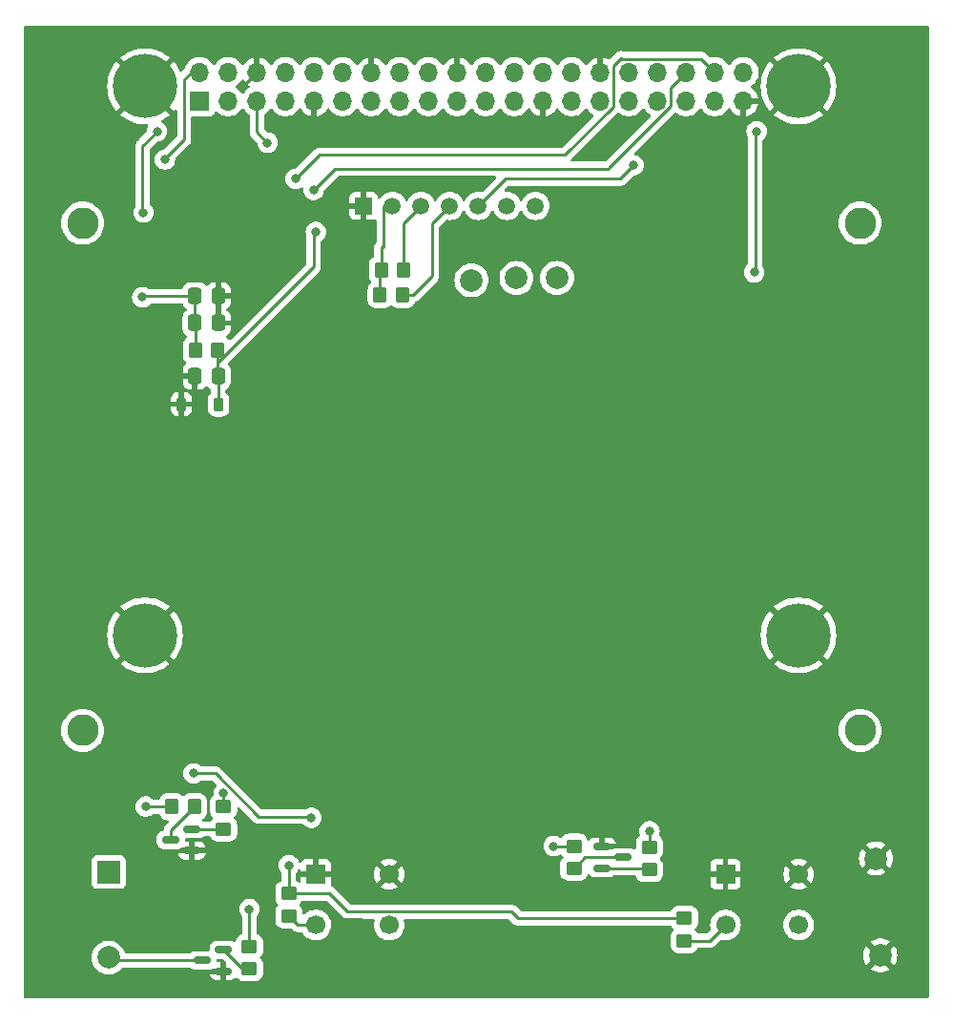
<source format=gbr>
%TF.GenerationSoftware,KiCad,Pcbnew,8.0.9-8.0.9-0~ubuntu24.04.1*%
%TF.CreationDate,2025-11-19T12:46:58-08:00*%
%TF.ProjectId,rover_monitor_r2,726f7665-725f-46d6-9f6e-69746f725f72,rev?*%
%TF.SameCoordinates,Original*%
%TF.FileFunction,Copper,L2,Bot*%
%TF.FilePolarity,Positive*%
%FSLAX46Y46*%
G04 Gerber Fmt 4.6, Leading zero omitted, Abs format (unit mm)*
G04 Created by KiCad (PCBNEW 8.0.9-8.0.9-0~ubuntu24.04.1) date 2025-11-19 12:46:58*
%MOMM*%
%LPD*%
G01*
G04 APERTURE LIST*
G04 Aperture macros list*
%AMRoundRect*
0 Rectangle with rounded corners*
0 $1 Rounding radius*
0 $2 $3 $4 $5 $6 $7 $8 $9 X,Y pos of 4 corners*
0 Add a 4 corners polygon primitive as box body*
4,1,4,$2,$3,$4,$5,$6,$7,$8,$9,$2,$3,0*
0 Add four circle primitives for the rounded corners*
1,1,$1+$1,$2,$3*
1,1,$1+$1,$4,$5*
1,1,$1+$1,$6,$7*
1,1,$1+$1,$8,$9*
0 Add four rect primitives between the rounded corners*
20,1,$1+$1,$2,$3,$4,$5,0*
20,1,$1+$1,$4,$5,$6,$7,0*
20,1,$1+$1,$6,$7,$8,$9,0*
20,1,$1+$1,$8,$9,$2,$3,0*%
G04 Aperture macros list end*
%TA.AperFunction,ComponentPad*%
%ADD10C,3.600000*%
%TD*%
%TA.AperFunction,ConnectorPad*%
%ADD11C,5.700000*%
%TD*%
%TA.AperFunction,ComponentPad*%
%ADD12R,2.000000X2.000000*%
%TD*%
%TA.AperFunction,ComponentPad*%
%ADD13C,2.000000*%
%TD*%
%TA.AperFunction,SMDPad,CuDef*%
%ADD14RoundRect,0.250000X-0.350000X-0.450000X0.350000X-0.450000X0.350000X0.450000X-0.350000X0.450000X0*%
%TD*%
%TA.AperFunction,SMDPad,CuDef*%
%ADD15RoundRect,0.250000X0.450000X-0.350000X0.450000X0.350000X-0.450000X0.350000X-0.450000X-0.350000X0*%
%TD*%
%TA.AperFunction,SMDPad,CuDef*%
%ADD16RoundRect,0.250000X-0.337500X-0.475000X0.337500X-0.475000X0.337500X0.475000X-0.337500X0.475000X0*%
%TD*%
%TA.AperFunction,SMDPad,CuDef*%
%ADD17RoundRect,0.250000X-0.450000X0.350000X-0.450000X-0.350000X0.450000X-0.350000X0.450000X0.350000X0*%
%TD*%
%TA.AperFunction,ComponentPad*%
%ADD18R,1.700000X1.700000*%
%TD*%
%TA.AperFunction,ComponentPad*%
%ADD19C,1.700000*%
%TD*%
%TA.AperFunction,SMDPad,CuDef*%
%ADD20RoundRect,0.250000X0.337500X0.475000X-0.337500X0.475000X-0.337500X-0.475000X0.337500X-0.475000X0*%
%TD*%
%TA.AperFunction,ComponentPad*%
%ADD21O,1.700000X1.700000*%
%TD*%
%TA.AperFunction,SMDPad,CuDef*%
%ADD22RoundRect,0.225000X0.225000X0.375000X-0.225000X0.375000X-0.225000X-0.375000X0.225000X-0.375000X0*%
%TD*%
%TA.AperFunction,SMDPad,CuDef*%
%ADD23RoundRect,0.150000X0.587500X0.150000X-0.587500X0.150000X-0.587500X-0.150000X0.587500X-0.150000X0*%
%TD*%
%TA.AperFunction,SMDPad,CuDef*%
%ADD24RoundRect,0.150000X-0.587500X-0.150000X0.587500X-0.150000X0.587500X0.150000X-0.587500X0.150000X0*%
%TD*%
%TA.AperFunction,ComponentPad*%
%ADD25C,1.500000*%
%TD*%
%TA.AperFunction,ComponentPad*%
%ADD26R,1.500000X1.500000*%
%TD*%
%TA.AperFunction,ComponentPad*%
%ADD27C,2.800000*%
%TD*%
%TA.AperFunction,ViaPad*%
%ADD28C,0.800000*%
%TD*%
%TA.AperFunction,Conductor*%
%ADD29C,0.250000*%
%TD*%
G04 APERTURE END LIST*
D10*
%TO.P,H1,1,1*%
%TO.N,GND*%
X56043600Y-66623200D03*
D11*
X56043600Y-66623200D03*
%TD*%
D12*
%TO.P,BZ1,1,+*%
%TO.N,+5V*%
X52813600Y-136323200D03*
D13*
%TO.P,BZ1,2,-*%
%TO.N,Net-(BZ1--)*%
X52813600Y-143923200D03*
%TD*%
%TO.P,GND1,1,1*%
%TO.N,GND*%
X121313600Y-143723200D03*
%TD*%
D14*
%TO.P,R9,1*%
%TO.N,+3V3*%
X77013600Y-82923200D03*
%TO.P,R9,2*%
%TO.N,/SCL*%
X79013600Y-82923200D03*
%TD*%
D15*
%TO.P,R7,1*%
%TO.N,Net-(Q3-B)*%
X65313600Y-144923200D03*
%TO.P,R7,2*%
%TO.N,/GPIO16*%
X65313600Y-142923200D03*
%TD*%
D14*
%TO.P,R10,1*%
%TO.N,+3V3*%
X76913600Y-85123200D03*
%TO.P,R10,2*%
%TO.N,/SDA*%
X78913600Y-85123200D03*
%TD*%
D16*
%TO.P,C2,1*%
%TO.N,+3V3*%
X60476100Y-87623200D03*
%TO.P,C2,2*%
%TO.N,GND*%
X62551100Y-87623200D03*
%TD*%
D13*
%TO.P,Input1,1,1*%
%TO.N,Net-(U1-SPI_MOSI)*%
X85013600Y-83823200D03*
%TD*%
D15*
%TO.P,R3,1*%
%TO.N,Net-(Q1-B)*%
X100813600Y-136123200D03*
%TO.P,R3,2*%
%TO.N,/GPIO13*%
X100813600Y-134123200D03*
%TD*%
D17*
%TO.P,R2,1*%
%TO.N,+3V3*%
X103913600Y-140423200D03*
%TO.P,R2,2*%
%TO.N,/GPIO19*%
X103913600Y-142423200D03*
%TD*%
D10*
%TO.P,H3,1,1*%
%TO.N,GND*%
X56043600Y-115323200D03*
D11*
X56043600Y-115323200D03*
%TD*%
D13*
%TO.P,GND2,1,1*%
%TO.N,GND*%
X120913600Y-135123200D03*
%TD*%
D18*
%TO.P,SW2,1,1*%
%TO.N,GND*%
X107563600Y-136523200D03*
D19*
X114063600Y-136523200D03*
%TO.P,SW2,2,2*%
%TO.N,/GPIO19*%
X107563600Y-141023200D03*
X114063600Y-141023200D03*
%TD*%
D17*
%TO.P,R4,1*%
%TO.N,Net-(D1-K)*%
X94113600Y-134023200D03*
%TO.P,R4,2*%
%TO.N,Net-(Q1-C)*%
X94113600Y-136023200D03*
%TD*%
D15*
%TO.P,R5,1*%
%TO.N,Net-(Q2-B)*%
X63013600Y-132523200D03*
%TO.P,R5,2*%
%TO.N,/GPIO20*%
X63013600Y-130523200D03*
%TD*%
D20*
%TO.P,C3,1*%
%TO.N,Net-(D3-K)*%
X62551100Y-92323200D03*
%TO.P,C3,2*%
%TO.N,GND*%
X60476100Y-92323200D03*
%TD*%
D18*
%TO.P,U1,1,3V3*%
%TO.N,+3V3*%
X60893600Y-67923200D03*
D21*
%TO.P,U1,2,5V0*%
%TO.N,+5V*%
X60893600Y-65383200D03*
%TO.P,U1,3,SDA*%
%TO.N,/SDA*%
X63433600Y-67923200D03*
%TO.P,U1,4,5V0*%
%TO.N,+5V*%
X63433600Y-65383200D03*
%TO.P,U1,5,SCL*%
%TO.N,/SCL*%
X65973600Y-67923200D03*
%TO.P,U1,6,GND*%
%TO.N,GND*%
X65973600Y-65383200D03*
%TO.P,U1,7,GPIO4*%
%TO.N,unconnected-(U1-GPIO4-Pad7)*%
X68513600Y-67923200D03*
%TO.P,U1,8,GPIO14*%
%TO.N,unconnected-(U1-GPIO14-Pad8)*%
X68513600Y-65383200D03*
%TO.P,U1,9,GND*%
%TO.N,GND*%
X71053600Y-67923200D03*
%TO.P,U1,10,GPIO15*%
%TO.N,unconnected-(U1-GPIO15-Pad10)*%
X71053600Y-65383200D03*
%TO.P,U1,11,GPIO17*%
%TO.N,unconnected-(U1-GPIO17-Pad11)*%
X73593600Y-67923200D03*
%TO.P,U1,12,GPIO18*%
%TO.N,unconnected-(U1-GPIO18-Pad12)*%
X73593600Y-65383200D03*
%TO.P,U1,13,GPIO27*%
%TO.N,unconnected-(U1-GPIO27-Pad13)*%
X76133600Y-67923200D03*
%TO.P,U1,14,GND*%
%TO.N,GND*%
X76133600Y-65383200D03*
%TO.P,U1,15,GPIO22*%
%TO.N,unconnected-(U1-GPIO22-Pad15)*%
X78673600Y-67923200D03*
%TO.P,U1,16,GPIO23*%
%TO.N,unconnected-(U1-GPIO23-Pad16)*%
X78673600Y-65383200D03*
%TO.P,U1,17,3V3*%
%TO.N,unconnected-(U1-3V3-Pad17)*%
X81213600Y-67923200D03*
%TO.P,U1,18,GPIO24*%
%TO.N,unconnected-(U1-GPIO24-Pad18)*%
X81213600Y-65383200D03*
%TO.P,U1,19,SPI_MOSI*%
%TO.N,Net-(U1-SPI_MOSI)*%
X83753600Y-67923200D03*
%TO.P,U1,20,GND*%
%TO.N,GND*%
X83753600Y-65383200D03*
%TO.P,U1,21,SPI_MISO*%
%TO.N,Net-(U1-SPI_MISO)*%
X86293600Y-67923200D03*
%TO.P,U1,22,GPIO25*%
%TO.N,Net-(JP1-A)*%
X86293600Y-65383200D03*
%TO.P,U1,23,SPI_SCLK*%
%TO.N,Net-(U1-SPI_SCLK)*%
X88833600Y-67923200D03*
%TO.P,U1,24,/SPI_CE0*%
%TO.N,Net-(JP2-A)*%
X88833600Y-65383200D03*
%TO.P,U1,25,GND*%
%TO.N,GND*%
X91373600Y-67923200D03*
%TO.P,U1,26,/SPI_CE1*%
%TO.N,unconnected-(U1-{slash}SPI_CE1-Pad26)*%
X91373600Y-65383200D03*
%TO.P,U1,27,EEDATA*%
%TO.N,unconnected-(U1-EEDATA-Pad27)*%
X93913600Y-67923200D03*
%TO.P,U1,28,EECLK*%
%TO.N,unconnected-(U1-EECLK-Pad28)*%
X93913600Y-65383200D03*
%TO.P,U1,29,GPIO5*%
%TO.N,unconnected-(U1-GPIO5-Pad29)*%
X96453600Y-67923200D03*
%TO.P,U1,30,GND*%
%TO.N,GND*%
X96453600Y-65383200D03*
%TO.P,U1,31,GPIO6*%
%TO.N,unconnected-(U1-GPIO6-Pad31)*%
X98993600Y-67923200D03*
%TO.P,U1,32,GPIO12*%
%TO.N,Net-(D3-K)*%
X98993600Y-65383200D03*
%TO.P,U1,33,GPIO13*%
%TO.N,/GPIO13*%
X101533600Y-67923200D03*
%TO.P,U1,34,GND*%
%TO.N,GND*%
X101533600Y-65383200D03*
%TO.P,U1,35,GPIO19*%
%TO.N,/GPIO19*%
X104073600Y-67923200D03*
%TO.P,U1,36,GPIO16*%
%TO.N,/GPIO16*%
X104073600Y-65383200D03*
%TO.P,U1,37,GPIO26*%
%TO.N,unconnected-(U1-GPIO26-Pad37)*%
X106613600Y-67923200D03*
%TO.P,U1,38,GPIO20*%
%TO.N,/GPIO20*%
X106613600Y-65383200D03*
%TO.P,U1,39,GND*%
%TO.N,GND*%
X109153600Y-67923200D03*
%TO.P,U1,40,GPIO21*%
%TO.N,/GPIO21*%
X109153600Y-65383200D03*
%TD*%
D17*
%TO.P,R1,1*%
%TO.N,+3V3*%
X68813600Y-138223200D03*
%TO.P,R1,2*%
%TO.N,/GPIO21*%
X68813600Y-140223200D03*
%TD*%
D10*
%TO.P,H4,1,1*%
%TO.N,GND*%
X114043600Y-115323200D03*
D11*
X114043600Y-115323200D03*
%TD*%
D13*
%TO.P,Input3,1,1*%
%TO.N,Net-(U1-SPI_SCLK)*%
X92613600Y-83623200D03*
%TD*%
D20*
%TO.P,C1,1*%
%TO.N,GND*%
X62551100Y-85223200D03*
%TO.P,C1,2*%
%TO.N,+3V3*%
X60476100Y-85223200D03*
%TD*%
D10*
%TO.P,H2,1,1*%
%TO.N,GND*%
X114043600Y-66623200D03*
D11*
X114043600Y-66623200D03*
%TD*%
D22*
%TO.P,D3,1,K*%
%TO.N,Net-(D3-K)*%
X62563600Y-94823200D03*
%TO.P,D3,2,A*%
%TO.N,GND*%
X59263600Y-94823200D03*
%TD*%
D23*
%TO.P,Q2,1,B*%
%TO.N,Net-(Q2-B)*%
X60213600Y-132523200D03*
%TO.P,Q2,2,E*%
%TO.N,GND*%
X60213600Y-134423200D03*
%TO.P,Q2,3,C*%
%TO.N,Net-(Q2-C)*%
X58338600Y-133473200D03*
%TD*%
D13*
%TO.P,Input2,1,1*%
%TO.N,Net-(U1-SPI_MISO)*%
X89013600Y-83623200D03*
%TD*%
D18*
%TO.P,SW1,1,1*%
%TO.N,GND*%
X71213600Y-136523200D03*
D19*
X77713600Y-136523200D03*
%TO.P,SW1,2,2*%
%TO.N,/GPIO21*%
X71213600Y-141023200D03*
X77713600Y-141023200D03*
%TD*%
D24*
%TO.P,Q1,1,B*%
%TO.N,Net-(Q1-B)*%
X96613600Y-135973200D03*
%TO.P,Q1,2,E*%
%TO.N,GND*%
X96613600Y-134073200D03*
%TO.P,Q1,3,C*%
%TO.N,Net-(Q1-C)*%
X98488600Y-135023200D03*
%TD*%
D14*
%TO.P,R8,1*%
%TO.N,+3V3*%
X60513600Y-90023200D03*
%TO.P,R8,2*%
%TO.N,Net-(D3-K)*%
X62513600Y-90023200D03*
%TD*%
%TO.P,R6,1*%
%TO.N,Net-(D2-K)*%
X58413600Y-130523200D03*
%TO.P,R6,2*%
%TO.N,Net-(Q2-C)*%
X60413600Y-130523200D03*
%TD*%
D23*
%TO.P,Q3,1,B*%
%TO.N,Net-(Q3-B)*%
X63013600Y-143223200D03*
%TO.P,Q3,2,E*%
%TO.N,GND*%
X63013600Y-145123200D03*
%TO.P,Q3,3,C*%
%TO.N,Net-(BZ1--)*%
X61138600Y-144173200D03*
%TD*%
D25*
%TO.P,U2,7,/CS*%
%TO.N,Net-(JP2-B)*%
X90693600Y-77223200D03*
%TO.P,U2,6,DC*%
%TO.N,Net-(JP1-B)*%
X88153600Y-77223200D03*
%TO.P,U2,5,/Res*%
%TO.N,Net-(D3-K)*%
X85613600Y-77223200D03*
%TO.P,U2,4,SDK*%
%TO.N,/SDA*%
X83073600Y-77223200D03*
%TO.P,U2,3,SCK*%
%TO.N,/SCL*%
X80533600Y-77223200D03*
%TO.P,U2,2,VCC*%
%TO.N,+3V3*%
X77993600Y-77223200D03*
D26*
%TO.P,U2,1,GND*%
%TO.N,GND*%
X75453600Y-77223200D03*
D27*
%TO.P,U2,*%
%TO.N,*%
X119513600Y-123763200D03*
X119513600Y-78763200D03*
X50513600Y-123763200D03*
X50513600Y-78763200D03*
%TD*%
D28*
%TO.N,GND*%
X97213600Y-71223200D03*
%TO.N,Net-(D3-K)*%
X99413600Y-73623200D03*
%TO.N,GND*%
X56613600Y-120023200D03*
X99113600Y-118023200D03*
X104513600Y-116223200D03*
%TO.N,+3V3*%
X68813600Y-135723200D03*
%TO.N,Net-(D3-K)*%
X71213600Y-79553200D03*
%TO.N,Net-(D1-K)*%
X92313600Y-134023200D03*
%TO.N,/GPIO13*%
X100813600Y-132723200D03*
%TO.N,/GPIO16*%
X65313600Y-139623200D03*
%TO.N,+5V*%
X60363600Y-127573200D03*
%TO.N,/GPIO20*%
X63013600Y-129323200D03*
%TO.N,Net-(D2-K)*%
X56113600Y-130523200D03*
%TO.N,+3V3*%
X55813600Y-85323200D03*
%TO.N,GND*%
X65313600Y-86223200D03*
X88513600Y-137823200D03*
X65213600Y-128023200D03*
X76013600Y-63123200D03*
X108713600Y-69923200D03*
X60013600Y-73423200D03*
X83713600Y-62623200D03*
X66713600Y-133523200D03*
X50213600Y-84523200D03*
X71013600Y-69923200D03*
X66013600Y-63223200D03*
X91313600Y-70423200D03*
X47313600Y-130623200D03*
X101513600Y-62623200D03*
X62713600Y-141223200D03*
X81613600Y-134623200D03*
X96413600Y-63023200D03*
X50013600Y-73523200D03*
X106113600Y-62223200D03*
X123513600Y-136023200D03*
X64713600Y-66623200D03*
X60913600Y-71223200D03*
X46913600Y-62423200D03*
X72813600Y-145923200D03*
%TO.N,+5V*%
X57813600Y-73123200D03*
X70813600Y-131523200D03*
%TO.N,+3V3*%
X55913600Y-77823200D03*
X57113600Y-70623200D03*
%TO.N,/GPIO20*%
X69413600Y-74823200D03*
%TO.N,/GPIO16*%
X71013600Y-75823200D03*
%TO.N,/GPIO21*%
X110113600Y-83123200D03*
X110328600Y-70623200D03*
%TO.N,/SCL*%
X66913600Y-71623200D03*
%TD*%
D29*
%TO.N,+5V*%
X70813600Y-131523200D02*
X70713600Y-131423200D01*
X70713600Y-131423200D02*
X66138905Y-131423200D01*
X66138905Y-131423200D02*
X62288905Y-127573200D01*
X62288905Y-127573200D02*
X60363600Y-127573200D01*
%TO.N,Net-(D3-K)*%
X98213600Y-74823200D02*
X88013600Y-74823200D01*
X99413600Y-73623200D02*
X98213600Y-74823200D01*
X88013600Y-74823200D02*
X85613600Y-77223200D01*
%TO.N,Net-(Q1-B)*%
X96613600Y-135973200D02*
X100663600Y-135973200D01*
X100663600Y-135973200D02*
X100813600Y-136123200D01*
%TO.N,+3V3*%
X68813600Y-135723200D02*
X68813600Y-138223200D01*
%TO.N,Net-(D3-K)*%
X71013600Y-79753200D02*
X71013600Y-82623200D01*
X71013600Y-82623200D02*
X62513600Y-91123200D01*
X71213600Y-79553200D02*
X71013600Y-79753200D01*
X62513600Y-90023200D02*
X62513600Y-91123200D01*
X62513600Y-91123200D02*
X62513600Y-92285700D01*
%TO.N,Net-(Q1-C)*%
X98488600Y-135023200D02*
X95113600Y-135023200D01*
X95113600Y-135023200D02*
X94113600Y-136023200D01*
%TO.N,Net-(D1-K)*%
X92313600Y-134023200D02*
X94113600Y-134023200D01*
%TO.N,/GPIO13*%
X100813600Y-134123200D02*
X100813600Y-132723200D01*
%TO.N,/GPIO16*%
X65313600Y-142923200D02*
X65313600Y-139623200D01*
%TO.N,Net-(Q3-B)*%
X63013600Y-143223200D02*
X64713600Y-144923200D01*
X64713600Y-144923200D02*
X65313600Y-144923200D01*
%TO.N,Net-(BZ1--)*%
X61138600Y-144173200D02*
X53063600Y-144173200D01*
X53063600Y-144173200D02*
X52813600Y-143923200D01*
%TO.N,/GPIO20*%
X63013600Y-129323200D02*
X63013600Y-130523200D01*
%TO.N,Net-(D2-K)*%
X56113600Y-130523200D02*
X58413600Y-130523200D01*
%TO.N,Net-(Q2-C)*%
X60413600Y-130523200D02*
X58338600Y-132598200D01*
X58338600Y-132598200D02*
X58338600Y-133473200D01*
%TO.N,Net-(Q2-B)*%
X60213600Y-132523200D02*
X63013600Y-132523200D01*
%TO.N,+3V3*%
X68813600Y-138223200D02*
X72413600Y-138223200D01*
X72413600Y-138223200D02*
X74013600Y-139823200D01*
X74013600Y-139823200D02*
X75513600Y-139823200D01*
X75513600Y-139823200D02*
X75538600Y-139848200D01*
X75538600Y-139848200D02*
X88538600Y-139848200D01*
X88538600Y-139848200D02*
X89113600Y-140423200D01*
X103913600Y-140423200D02*
X89113600Y-140423200D01*
%TO.N,/GPIO21*%
X71213600Y-141023200D02*
X69613600Y-141023200D01*
X69613600Y-141023200D02*
X68813600Y-140223200D01*
%TO.N,/GPIO19*%
X103913600Y-142423200D02*
X106163600Y-142423200D01*
X106163600Y-142423200D02*
X107563600Y-141023200D01*
%TO.N,/GPIO21*%
X110113600Y-83123200D02*
X110213600Y-83023200D01*
X110213600Y-83023200D02*
X110213600Y-70738200D01*
X110213600Y-70738200D02*
X110328600Y-70623200D01*
%TO.N,+5V*%
X57813600Y-73123200D02*
X57813600Y-73023200D01*
X57813600Y-73023200D02*
X59513600Y-71323200D01*
X59513600Y-71323200D02*
X59513600Y-66023200D01*
X59513600Y-66023200D02*
X60153600Y-65383200D01*
X60153600Y-65383200D02*
X60893600Y-65383200D01*
%TO.N,+3V3*%
X57113600Y-70623200D02*
X55813600Y-71923200D01*
X55813600Y-71923200D02*
X55813600Y-77723200D01*
X55813600Y-77723200D02*
X55913600Y-77823200D01*
X55813600Y-85323200D02*
X55913600Y-85323200D01*
X55913600Y-85323200D02*
X56013600Y-85223200D01*
X56013600Y-85223200D02*
X60476100Y-85223200D01*
%TO.N,Net-(D3-K)*%
X62551100Y-92323200D02*
X62551100Y-94810700D01*
X62551100Y-94810700D02*
X62563600Y-94823200D01*
X62513600Y-92285700D02*
X62551100Y-92323200D01*
%TO.N,+3V3*%
X60476100Y-87623200D02*
X60476100Y-85223200D01*
X60513600Y-90023200D02*
X60513600Y-87660700D01*
X60513600Y-87660700D02*
X60476100Y-87623200D01*
%TO.N,/SDA*%
X78913600Y-85123200D02*
X79813600Y-85123200D01*
X79813600Y-85123200D02*
X81513600Y-83423200D01*
X81513600Y-83423200D02*
X81513600Y-78783200D01*
X81513600Y-78783200D02*
X83073600Y-77223200D01*
%TO.N,/SCL*%
X79013600Y-82923200D02*
X79013600Y-78743200D01*
X79013600Y-78743200D02*
X80533600Y-77223200D01*
%TO.N,+3V3*%
X76913600Y-85123200D02*
X76913600Y-83023200D01*
X76913600Y-83023200D02*
X77013600Y-82923200D01*
X77213600Y-80723200D02*
X77213600Y-77223200D01*
X77213600Y-80923200D02*
X77213600Y-80723200D01*
X77213600Y-80723200D02*
X77013600Y-80923200D01*
X77013600Y-80923200D02*
X77013600Y-82923200D01*
%TO.N,GND*%
X71013600Y-67963200D02*
X71053600Y-67923200D01*
X64713600Y-66623200D02*
X64733600Y-66623200D01*
X71013600Y-69923200D02*
X71013600Y-67963200D01*
X64733600Y-66623200D02*
X65973600Y-65383200D01*
%TO.N,/GPIO20*%
X98313600Y-64123200D02*
X98398600Y-64208200D01*
X97628600Y-68409901D02*
X97628600Y-64808200D01*
X69413600Y-74823200D02*
X71513600Y-72723200D01*
X93315301Y-72723200D02*
X97628600Y-68409901D01*
X71513600Y-72723200D02*
X93315301Y-72723200D01*
X98398600Y-64208200D02*
X105438600Y-64208200D01*
X97628600Y-64808200D02*
X98313600Y-64123200D01*
X105438600Y-64208200D02*
X106613600Y-65383200D01*
%TO.N,/GPIO16*%
X97213600Y-73904901D02*
X102713600Y-68404901D01*
X102713600Y-66743200D02*
X104073600Y-65383200D01*
X97213600Y-73923200D02*
X97213600Y-73904901D01*
X71013600Y-75823200D02*
X72913600Y-73923200D01*
X72913600Y-73923200D02*
X97213600Y-73923200D01*
X102713600Y-68404901D02*
X102713600Y-66743200D01*
%TO.N,/SCL*%
X65973600Y-70683200D02*
X65973600Y-67923200D01*
X66913600Y-71623200D02*
X65973600Y-70683200D01*
%TD*%
%TA.AperFunction,Conductor*%
%TO.N,GND*%
G36*
X69816251Y-136086848D02*
G01*
X69856780Y-136143762D01*
X69863600Y-136184319D01*
X69863600Y-136273200D01*
X70780588Y-136273200D01*
X70747675Y-136330207D01*
X70713600Y-136457374D01*
X70713600Y-136589026D01*
X70747675Y-136716193D01*
X70780588Y-136773200D01*
X69863600Y-136773200D01*
X69863600Y-137129927D01*
X69843915Y-137196966D01*
X69791111Y-137242721D01*
X69721953Y-137252665D01*
X69674503Y-137235466D01*
X69668397Y-137231700D01*
X69586338Y-137181085D01*
X69532093Y-137163110D01*
X69474651Y-137123338D01*
X69447828Y-137058822D01*
X69447100Y-137045405D01*
X69447100Y-136424956D01*
X69466785Y-136357917D01*
X69478946Y-136341988D01*
X69552640Y-136260144D01*
X69632214Y-136122318D01*
X69682780Y-136074104D01*
X69751387Y-136060880D01*
X69816251Y-136086848D01*
G37*
%TD.AperFunction*%
%TA.AperFunction,Conductor*%
G36*
X100345505Y-68596715D02*
G01*
X100367404Y-68621987D01*
X100457878Y-68760468D01*
X100457883Y-68760473D01*
X100457884Y-68760476D01*
X100610356Y-68926102D01*
X100610361Y-68926107D01*
X100638326Y-68947873D01*
X100788024Y-69064389D01*
X100788025Y-69064389D01*
X100788027Y-69064391D01*
X100881966Y-69115228D01*
X100931557Y-69164447D01*
X100946665Y-69232664D01*
X100922495Y-69298220D01*
X100910630Y-69311964D01*
X96969216Y-73253381D01*
X96907893Y-73286866D01*
X96881535Y-73289700D01*
X93944068Y-73289700D01*
X93877029Y-73270015D01*
X93831274Y-73217211D01*
X93821330Y-73148053D01*
X93850355Y-73084497D01*
X93856387Y-73078019D01*
X97219704Y-69714700D01*
X97958032Y-68976371D01*
X98019353Y-68942888D01*
X98089045Y-68947872D01*
X98121872Y-68966199D01*
X98248024Y-69064389D01*
X98248025Y-69064389D01*
X98248027Y-69064391D01*
X98360099Y-69125041D01*
X98446026Y-69171542D01*
X98658965Y-69244644D01*
X98881031Y-69281700D01*
X99106169Y-69281700D01*
X99328235Y-69244644D01*
X99541174Y-69171542D01*
X99739176Y-69064389D01*
X99916840Y-68926106D01*
X100024944Y-68808675D01*
X100069315Y-68760476D01*
X100069315Y-68760475D01*
X100069322Y-68760468D01*
X100159793Y-68621990D01*
X100212938Y-68576637D01*
X100282169Y-68567213D01*
X100345505Y-68596715D01*
G37*
%TD.AperFunction*%
%TA.AperFunction,Conductor*%
G36*
X64789061Y-66051272D02*
G01*
X64808730Y-66073248D01*
X64935490Y-66254278D01*
X65102517Y-66421305D01*
X65283402Y-66547963D01*
X65327027Y-66602540D01*
X65334219Y-66672039D01*
X65302697Y-66734393D01*
X65271297Y-66758592D01*
X65228027Y-66782009D01*
X65228022Y-66782012D01*
X65050361Y-66920292D01*
X65050356Y-66920297D01*
X64897884Y-67085923D01*
X64897876Y-67085934D01*
X64807408Y-67224406D01*
X64754262Y-67269762D01*
X64685031Y-67279186D01*
X64621695Y-67249684D01*
X64599792Y-67224406D01*
X64509323Y-67085934D01*
X64509315Y-67085923D01*
X64356843Y-66920297D01*
X64356838Y-66920292D01*
X64179177Y-66782012D01*
X64179178Y-66782012D01*
X64179176Y-66782011D01*
X64142670Y-66762255D01*
X64093079Y-66713036D01*
X64077971Y-66644819D01*
X64102141Y-66579264D01*
X64142670Y-66544145D01*
X64142684Y-66544136D01*
X64179176Y-66524389D01*
X64356840Y-66386106D01*
X64478194Y-66254282D01*
X64509315Y-66220476D01*
X64509315Y-66220475D01*
X64509322Y-66220468D01*
X64603349Y-66076547D01*
X64656494Y-66031194D01*
X64725725Y-66021770D01*
X64789061Y-66051272D01*
G37*
%TD.AperFunction*%
%TA.AperFunction,Conductor*%
G36*
X125556639Y-61242885D02*
G01*
X125602394Y-61295689D01*
X125613600Y-61347200D01*
X125613600Y-147399200D01*
X125593915Y-147466239D01*
X125541111Y-147511994D01*
X125489600Y-147523200D01*
X45437600Y-147523200D01*
X45370561Y-147503515D01*
X45324806Y-147450711D01*
X45313600Y-147399200D01*
X45313600Y-143923200D01*
X51300435Y-143923200D01*
X51319065Y-144159914D01*
X51374495Y-144390795D01*
X51374495Y-144390797D01*
X51465357Y-144610159D01*
X51465359Y-144610162D01*
X51589420Y-144812610D01*
X51589421Y-144812613D01*
X51619344Y-144847648D01*
X51743631Y-144993169D01*
X51870545Y-145101564D01*
X51924186Y-145147378D01*
X51924189Y-145147379D01*
X52126637Y-145271440D01*
X52126640Y-145271442D01*
X52346003Y-145362304D01*
X52346004Y-145362304D01*
X52346006Y-145362305D01*
X52576889Y-145417735D01*
X52813600Y-145436365D01*
X53050311Y-145417735D01*
X53235809Y-145373201D01*
X61778804Y-145373201D01*
X61778999Y-145375686D01*
X61824818Y-145533398D01*
X61908414Y-145674752D01*
X61908421Y-145674761D01*
X62024538Y-145790878D01*
X62024547Y-145790885D01*
X62165903Y-145874482D01*
X62165906Y-145874483D01*
X62323604Y-145920299D01*
X62323610Y-145920300D01*
X62360450Y-145923199D01*
X62360466Y-145923200D01*
X62763600Y-145923200D01*
X62763600Y-145373200D01*
X61778805Y-145373200D01*
X61778804Y-145373201D01*
X53235809Y-145373201D01*
X53281194Y-145362305D01*
X53281196Y-145362304D01*
X53281197Y-145362304D01*
X53500559Y-145271442D01*
X53500560Y-145271441D01*
X53500563Y-145271440D01*
X53703016Y-145147376D01*
X53883569Y-144993169D01*
X54005704Y-144850167D01*
X54064210Y-144811975D01*
X54099993Y-144806700D01*
X60051977Y-144806700D01*
X60119016Y-144826385D01*
X60139658Y-144843019D01*
X60144287Y-144847648D01*
X60144296Y-144847655D01*
X60195265Y-144877798D01*
X60287499Y-144932345D01*
X60329630Y-144944585D01*
X60447264Y-144978761D01*
X60447267Y-144978761D01*
X60447269Y-144978762D01*
X60484598Y-144981700D01*
X60484604Y-144981700D01*
X61792596Y-144981700D01*
X61792602Y-144981700D01*
X61829931Y-144978762D01*
X61829933Y-144978761D01*
X61829935Y-144978761D01*
X61872062Y-144966521D01*
X61989701Y-144932345D01*
X62060512Y-144890466D01*
X62123631Y-144873200D01*
X62763600Y-144873200D01*
X62763600Y-144323200D01*
X62508600Y-144323200D01*
X62441561Y-144303515D01*
X62395806Y-144250711D01*
X62384600Y-144199200D01*
X62384600Y-144155700D01*
X62404285Y-144088661D01*
X62457089Y-144042906D01*
X62508600Y-144031700D01*
X62874834Y-144031700D01*
X62941873Y-144051385D01*
X62962515Y-144068019D01*
X63227281Y-144332785D01*
X63260766Y-144394108D01*
X63263600Y-144420466D01*
X63263600Y-145923200D01*
X63666734Y-145923200D01*
X63666749Y-145923199D01*
X63703589Y-145920300D01*
X63703595Y-145920299D01*
X63861293Y-145874483D01*
X63861296Y-145874482D01*
X64002652Y-145790885D01*
X64002657Y-145790881D01*
X64070556Y-145722982D01*
X64131879Y-145689497D01*
X64201571Y-145694481D01*
X64257505Y-145736352D01*
X64263774Y-145745561D01*
X64264570Y-145746852D01*
X64389948Y-145872230D01*
X64540862Y-145965315D01*
X64709174Y-146021087D01*
X64813055Y-146031700D01*
X65814144Y-146031699D01*
X65918026Y-146021087D01*
X66086338Y-145965315D01*
X66237252Y-145872230D01*
X66362630Y-145746852D01*
X66455715Y-145595938D01*
X66511487Y-145427626D01*
X66522100Y-145323745D01*
X66522099Y-144522656D01*
X66511487Y-144418774D01*
X66455715Y-144250462D01*
X66362630Y-144099548D01*
X66273963Y-144010881D01*
X66240478Y-143949558D01*
X66245462Y-143879866D01*
X66273963Y-143835519D01*
X66362630Y-143746852D01*
X66377222Y-143723194D01*
X119808459Y-143723194D01*
X119808459Y-143723205D01*
X119828985Y-143970929D01*
X119828987Y-143970938D01*
X119890012Y-144211917D01*
X119989867Y-144439567D01*
X120090162Y-144593081D01*
X120830637Y-143852608D01*
X120847675Y-143916193D01*
X120913501Y-144030207D01*
X121006593Y-144123299D01*
X121120607Y-144189125D01*
X121184191Y-144206162D01*
X120443543Y-144946809D01*
X120490368Y-144983255D01*
X120490371Y-144983257D01*
X120708985Y-145101564D01*
X120708996Y-145101569D01*
X120944106Y-145182283D01*
X121189307Y-145223200D01*
X121437893Y-145223200D01*
X121683093Y-145182283D01*
X121918203Y-145101569D01*
X121918214Y-145101564D01*
X122136830Y-144983256D01*
X122136836Y-144983251D01*
X122183655Y-144946810D01*
X122183656Y-144946809D01*
X121443008Y-144206162D01*
X121506593Y-144189125D01*
X121620607Y-144123299D01*
X121713699Y-144030207D01*
X121779525Y-143916193D01*
X121796562Y-143852609D01*
X122537035Y-144593082D01*
X122637333Y-144439564D01*
X122737187Y-144211917D01*
X122798212Y-143970938D01*
X122798214Y-143970929D01*
X122818741Y-143723205D01*
X122818741Y-143723194D01*
X122798214Y-143475470D01*
X122798212Y-143475461D01*
X122737187Y-143234482D01*
X122637332Y-143006832D01*
X122537035Y-142853316D01*
X121796562Y-143593790D01*
X121779525Y-143530207D01*
X121713699Y-143416193D01*
X121620607Y-143323101D01*
X121506593Y-143257275D01*
X121443009Y-143240237D01*
X122183655Y-142499589D01*
X122183655Y-142499588D01*
X122136836Y-142463147D01*
X122136831Y-142463144D01*
X121918214Y-142344835D01*
X121918203Y-142344830D01*
X121683093Y-142264116D01*
X121437893Y-142223200D01*
X121189307Y-142223200D01*
X120944106Y-142264116D01*
X120708996Y-142344830D01*
X120708985Y-142344835D01*
X120490370Y-142463143D01*
X120443543Y-142499589D01*
X121184191Y-143240237D01*
X121120607Y-143257275D01*
X121006593Y-143323101D01*
X120913501Y-143416193D01*
X120847675Y-143530207D01*
X120830637Y-143593791D01*
X120090163Y-142853317D01*
X119989867Y-143006833D01*
X119989865Y-143006837D01*
X119890012Y-143234482D01*
X119828987Y-143475461D01*
X119828985Y-143475470D01*
X119808459Y-143723194D01*
X66377222Y-143723194D01*
X66455715Y-143595938D01*
X66511487Y-143427626D01*
X66522100Y-143323745D01*
X66522099Y-142522656D01*
X66511487Y-142418774D01*
X66455715Y-142250462D01*
X66362630Y-142099548D01*
X66237252Y-141974170D01*
X66086338Y-141881085D01*
X66032093Y-141863110D01*
X65974651Y-141823338D01*
X65947828Y-141758822D01*
X65947100Y-141745405D01*
X65947100Y-140324956D01*
X65966785Y-140257917D01*
X65978946Y-140241988D01*
X66052640Y-140160144D01*
X66148127Y-139994756D01*
X66207142Y-139813128D01*
X66227104Y-139623200D01*
X66207142Y-139433272D01*
X66148127Y-139251644D01*
X66052640Y-139086256D01*
X65924853Y-138944334D01*
X65770352Y-138832082D01*
X65595888Y-138754406D01*
X65595886Y-138754405D01*
X65409087Y-138714700D01*
X65218113Y-138714700D01*
X65031314Y-138754405D01*
X64856846Y-138832083D01*
X64702345Y-138944335D01*
X64574559Y-139086257D01*
X64479073Y-139251643D01*
X64479070Y-139251650D01*
X64420059Y-139433268D01*
X64420058Y-139433272D01*
X64400096Y-139623200D01*
X64420058Y-139813128D01*
X64420059Y-139813131D01*
X64479070Y-139994749D01*
X64479073Y-139994756D01*
X64495184Y-140022662D01*
X64574560Y-140160144D01*
X64648249Y-140241984D01*
X64678480Y-140304975D01*
X64680100Y-140324956D01*
X64680100Y-141745405D01*
X64660415Y-141812444D01*
X64607611Y-141858199D01*
X64595111Y-141863108D01*
X64540862Y-141881085D01*
X64540859Y-141881086D01*
X64389946Y-141974171D01*
X64264571Y-142099546D01*
X64171486Y-142250459D01*
X64171484Y-142250464D01*
X64115709Y-142418783D01*
X64114965Y-142422260D01*
X64113916Y-142424195D01*
X64113583Y-142425201D01*
X64113403Y-142425141D01*
X64081678Y-142483690D01*
X64020463Y-142517373D01*
X63950756Y-142512613D01*
X63930594Y-142503024D01*
X63864701Y-142464055D01*
X63864696Y-142464053D01*
X63704935Y-142417638D01*
X63704929Y-142417637D01*
X63667607Y-142414700D01*
X63667602Y-142414700D01*
X62359598Y-142414700D01*
X62359592Y-142414700D01*
X62322270Y-142417637D01*
X62322264Y-142417638D01*
X62162503Y-142464053D01*
X62162498Y-142464055D01*
X62019296Y-142548744D01*
X62019287Y-142548751D01*
X61901651Y-142666387D01*
X61901644Y-142666396D01*
X61816955Y-142809598D01*
X61816953Y-142809603D01*
X61770538Y-142969364D01*
X61770537Y-142969370D01*
X61767600Y-143006692D01*
X61767600Y-143240700D01*
X61747915Y-143307739D01*
X61695111Y-143353494D01*
X61643600Y-143364700D01*
X60484592Y-143364700D01*
X60447270Y-143367637D01*
X60447264Y-143367638D01*
X60287503Y-143414053D01*
X60287498Y-143414055D01*
X60144296Y-143498744D01*
X60144287Y-143498751D01*
X60139658Y-143503381D01*
X60078335Y-143536866D01*
X60051977Y-143539700D01*
X54370120Y-143539700D01*
X54303081Y-143520015D01*
X54257326Y-143467211D01*
X54254411Y-143459724D01*
X54161842Y-143236240D01*
X54161840Y-143236237D01*
X54037779Y-143033789D01*
X54037778Y-143033786D01*
X53936556Y-142915271D01*
X53883569Y-142853231D01*
X53764196Y-142751276D01*
X53703013Y-142699021D01*
X53703010Y-142699020D01*
X53500562Y-142574959D01*
X53500559Y-142574957D01*
X53281196Y-142484095D01*
X53050314Y-142428665D01*
X52813600Y-142410035D01*
X52576885Y-142428665D01*
X52346004Y-142484095D01*
X52346002Y-142484095D01*
X52126640Y-142574957D01*
X52126637Y-142574959D01*
X51924189Y-142699020D01*
X51924186Y-142699021D01*
X51743631Y-142853231D01*
X51589421Y-143033786D01*
X51589420Y-143033789D01*
X51465359Y-143236237D01*
X51465357Y-143236240D01*
X51374495Y-143455602D01*
X51374495Y-143455604D01*
X51319065Y-143686485D01*
X51300435Y-143923200D01*
X45313600Y-143923200D01*
X45313600Y-135274545D01*
X51305100Y-135274545D01*
X51305100Y-137371854D01*
X51311611Y-137432402D01*
X51311611Y-137432404D01*
X51330818Y-137483897D01*
X51362711Y-137569404D01*
X51450339Y-137686461D01*
X51567396Y-137774089D01*
X51681237Y-137816550D01*
X51697583Y-137822647D01*
X51704399Y-137825189D01*
X51731650Y-137828118D01*
X51764945Y-137831699D01*
X51764962Y-137831700D01*
X53862238Y-137831700D01*
X53862254Y-137831699D01*
X53889292Y-137828791D01*
X53922801Y-137825189D01*
X53929616Y-137822647D01*
X67605100Y-137822647D01*
X67605100Y-138623737D01*
X67605101Y-138623753D01*
X67615713Y-138727627D01*
X67671484Y-138895935D01*
X67671486Y-138895940D01*
X67764571Y-139046853D01*
X67853237Y-139135519D01*
X67886722Y-139196842D01*
X67881738Y-139266534D01*
X67853237Y-139310881D01*
X67764571Y-139399546D01*
X67671486Y-139550459D01*
X67671484Y-139550464D01*
X67615713Y-139718772D01*
X67605100Y-139822647D01*
X67605100Y-140623737D01*
X67605101Y-140623753D01*
X67615713Y-140727627D01*
X67671484Y-140895935D01*
X67671486Y-140895940D01*
X67683410Y-140915272D01*
X67764570Y-141046852D01*
X67889948Y-141172230D01*
X68040862Y-141265315D01*
X68209174Y-141321087D01*
X68313055Y-141331700D01*
X68974832Y-141331699D01*
X69041871Y-141351383D01*
X69062513Y-141368018D01*
X69209763Y-141515268D01*
X69209767Y-141515271D01*
X69313518Y-141584596D01*
X69313524Y-141584599D01*
X69313525Y-141584600D01*
X69428815Y-141632355D01*
X69551201Y-141656699D01*
X69551205Y-141656700D01*
X69551206Y-141656700D01*
X69675994Y-141656700D01*
X69937644Y-141656700D01*
X70004683Y-141676385D01*
X70041452Y-141712878D01*
X70137876Y-141860465D01*
X70137884Y-141860476D01*
X70287183Y-142022655D01*
X70290360Y-142026106D01*
X70468024Y-142164389D01*
X70468025Y-142164389D01*
X70468027Y-142164391D01*
X70594735Y-142232961D01*
X70666026Y-142271542D01*
X70878965Y-142344644D01*
X71101031Y-142381700D01*
X71326169Y-142381700D01*
X71548235Y-142344644D01*
X71761174Y-142271542D01*
X71959176Y-142164389D01*
X72136840Y-142026106D01*
X72289322Y-141860468D01*
X72412460Y-141671991D01*
X72502896Y-141465816D01*
X72558164Y-141247568D01*
X72558224Y-141246853D01*
X72576756Y-141023200D01*
X72576756Y-141023194D01*
X72558165Y-140798840D01*
X72558163Y-140798828D01*
X72513828Y-140623753D01*
X72502896Y-140580584D01*
X72412460Y-140374409D01*
X72289322Y-140185932D01*
X72289319Y-140185929D01*
X72289315Y-140185923D01*
X72136843Y-140020297D01*
X72136838Y-140020292D01*
X71959177Y-139882012D01*
X71959172Y-139882008D01*
X71761180Y-139774861D01*
X71761177Y-139774859D01*
X71761174Y-139774858D01*
X71761171Y-139774857D01*
X71761169Y-139774856D01*
X71548237Y-139701756D01*
X71326169Y-139664700D01*
X71101031Y-139664700D01*
X70878962Y-139701756D01*
X70666030Y-139774856D01*
X70666019Y-139774861D01*
X70468027Y-139882008D01*
X70468022Y-139882012D01*
X70290361Y-140020292D01*
X70237328Y-140077902D01*
X70177441Y-140113892D01*
X70107603Y-140111791D01*
X70049987Y-140072267D01*
X70022886Y-140007867D01*
X70022099Y-139993918D01*
X70022099Y-139822662D01*
X70022098Y-139822646D01*
X70017488Y-139777522D01*
X70011487Y-139718774D01*
X69955715Y-139550462D01*
X69862630Y-139399548D01*
X69773963Y-139310881D01*
X69740478Y-139249558D01*
X69745462Y-139179866D01*
X69773963Y-139135519D01*
X69862630Y-139046852D01*
X69943586Y-138915602D01*
X69995533Y-138868878D01*
X70049124Y-138856700D01*
X72099834Y-138856700D01*
X72166873Y-138876385D01*
X72187515Y-138893019D01*
X73609763Y-140315269D01*
X73609766Y-140315272D01*
X73713519Y-140384597D01*
X73713525Y-140384601D01*
X73728627Y-140390856D01*
X73784604Y-140414043D01*
X73784609Y-140414044D01*
X73784611Y-140414045D01*
X73828815Y-140432355D01*
X73951201Y-140456699D01*
X73951205Y-140456700D01*
X73951206Y-140456700D01*
X73951207Y-140456700D01*
X74075994Y-140456700D01*
X75338307Y-140456700D01*
X75362498Y-140459083D01*
X75476201Y-140481699D01*
X75476205Y-140481700D01*
X75476206Y-140481700D01*
X76290029Y-140481700D01*
X76357068Y-140501385D01*
X76402823Y-140554189D01*
X76412767Y-140623347D01*
X76410235Y-140636140D01*
X76369036Y-140798828D01*
X76369034Y-140798840D01*
X76350444Y-141023194D01*
X76350444Y-141023200D01*
X76369034Y-141247559D01*
X76369036Y-141247571D01*
X76424303Y-141465814D01*
X76514740Y-141671992D01*
X76637876Y-141860465D01*
X76637884Y-141860476D01*
X76787183Y-142022655D01*
X76790360Y-142026106D01*
X76968024Y-142164389D01*
X76968025Y-142164389D01*
X76968027Y-142164391D01*
X77094735Y-142232961D01*
X77166026Y-142271542D01*
X77378965Y-142344644D01*
X77601031Y-142381700D01*
X77826169Y-142381700D01*
X78048235Y-142344644D01*
X78261174Y-142271542D01*
X78459176Y-142164389D01*
X78636840Y-142026106D01*
X78789322Y-141860468D01*
X78912460Y-141671991D01*
X79002896Y-141465816D01*
X79058164Y-141247568D01*
X79058224Y-141246853D01*
X79076756Y-141023200D01*
X79076756Y-141023194D01*
X79058165Y-140798840D01*
X79058163Y-140798828D01*
X79016965Y-140636140D01*
X79019590Y-140566320D01*
X79059546Y-140509002D01*
X79124148Y-140482386D01*
X79137171Y-140481700D01*
X88224834Y-140481700D01*
X88291873Y-140501385D01*
X88312515Y-140518019D01*
X88709763Y-140915269D01*
X88709767Y-140915272D01*
X88813520Y-140984598D01*
X88813521Y-140984598D01*
X88813525Y-140984601D01*
X88906713Y-141023200D01*
X88928815Y-141032355D01*
X89001697Y-141046852D01*
X89051201Y-141056699D01*
X89051205Y-141056700D01*
X89051206Y-141056700D01*
X102678076Y-141056700D01*
X102745115Y-141076385D01*
X102783613Y-141115601D01*
X102818543Y-141172230D01*
X102864571Y-141246853D01*
X102953237Y-141335519D01*
X102986722Y-141396842D01*
X102981738Y-141466534D01*
X102953237Y-141510881D01*
X102864571Y-141599546D01*
X102771486Y-141750459D01*
X102771484Y-141750464D01*
X102715713Y-141918772D01*
X102705100Y-142022647D01*
X102705100Y-142823737D01*
X102705101Y-142823753D01*
X102715713Y-142927627D01*
X102771484Y-143095935D01*
X102771486Y-143095940D01*
X102806742Y-143153098D01*
X102864570Y-143246852D01*
X102989948Y-143372230D01*
X103140862Y-143465315D01*
X103309174Y-143521087D01*
X103413055Y-143531700D01*
X104414144Y-143531699D01*
X104518026Y-143521087D01*
X104686338Y-143465315D01*
X104837252Y-143372230D01*
X104962630Y-143246852D01*
X105043586Y-143115602D01*
X105095533Y-143068878D01*
X105149124Y-143056700D01*
X106225995Y-143056700D01*
X106225996Y-143056699D01*
X106348385Y-143032355D01*
X106463675Y-142984600D01*
X106567433Y-142915271D01*
X107106609Y-142376093D01*
X107167930Y-142342610D01*
X107224743Y-142343574D01*
X107228956Y-142344641D01*
X107228965Y-142344644D01*
X107451031Y-142381700D01*
X107676169Y-142381700D01*
X107898235Y-142344644D01*
X108111174Y-142271542D01*
X108309176Y-142164389D01*
X108486840Y-142026106D01*
X108639322Y-141860468D01*
X108762460Y-141671991D01*
X108852896Y-141465816D01*
X108908164Y-141247568D01*
X108908224Y-141246853D01*
X108926756Y-141023200D01*
X108926756Y-141023194D01*
X112700444Y-141023194D01*
X112700444Y-141023200D01*
X112719034Y-141247559D01*
X112719036Y-141247571D01*
X112774303Y-141465814D01*
X112864740Y-141671992D01*
X112987876Y-141860465D01*
X112987884Y-141860476D01*
X113137183Y-142022655D01*
X113140360Y-142026106D01*
X113318024Y-142164389D01*
X113318025Y-142164389D01*
X113318027Y-142164391D01*
X113444735Y-142232961D01*
X113516026Y-142271542D01*
X113728965Y-142344644D01*
X113951031Y-142381700D01*
X114176169Y-142381700D01*
X114398235Y-142344644D01*
X114611174Y-142271542D01*
X114809176Y-142164389D01*
X114986840Y-142026106D01*
X115139322Y-141860468D01*
X115262460Y-141671991D01*
X115352896Y-141465816D01*
X115408164Y-141247568D01*
X115408224Y-141246853D01*
X115426756Y-141023200D01*
X115426756Y-141023194D01*
X115408165Y-140798840D01*
X115408163Y-140798828D01*
X115363828Y-140623753D01*
X115352896Y-140580584D01*
X115262460Y-140374409D01*
X115139322Y-140185932D01*
X115139319Y-140185929D01*
X115139315Y-140185923D01*
X114986843Y-140020297D01*
X114986838Y-140020292D01*
X114809177Y-139882012D01*
X114809172Y-139882008D01*
X114611180Y-139774861D01*
X114611177Y-139774859D01*
X114611174Y-139774858D01*
X114611171Y-139774857D01*
X114611169Y-139774856D01*
X114398237Y-139701756D01*
X114176169Y-139664700D01*
X113951031Y-139664700D01*
X113728962Y-139701756D01*
X113516030Y-139774856D01*
X113516019Y-139774861D01*
X113318027Y-139882008D01*
X113318022Y-139882012D01*
X113140361Y-140020292D01*
X113140356Y-140020297D01*
X112987884Y-140185923D01*
X112987876Y-140185934D01*
X112864740Y-140374407D01*
X112774303Y-140580585D01*
X112719036Y-140798828D01*
X112719034Y-140798840D01*
X112700444Y-141023194D01*
X108926756Y-141023194D01*
X108908165Y-140798840D01*
X108908163Y-140798828D01*
X108863828Y-140623753D01*
X108852896Y-140580584D01*
X108762460Y-140374409D01*
X108639322Y-140185932D01*
X108639319Y-140185929D01*
X108639315Y-140185923D01*
X108486843Y-140020297D01*
X108486838Y-140020292D01*
X108309177Y-139882012D01*
X108309172Y-139882008D01*
X108111180Y-139774861D01*
X108111177Y-139774859D01*
X108111174Y-139774858D01*
X108111171Y-139774857D01*
X108111169Y-139774856D01*
X107898237Y-139701756D01*
X107676169Y-139664700D01*
X107451031Y-139664700D01*
X107228962Y-139701756D01*
X107016030Y-139774856D01*
X107016019Y-139774861D01*
X106818027Y-139882008D01*
X106818022Y-139882012D01*
X106640361Y-140020292D01*
X106640356Y-140020297D01*
X106487884Y-140185923D01*
X106487876Y-140185934D01*
X106364740Y-140374407D01*
X106274303Y-140580585D01*
X106219036Y-140798828D01*
X106219034Y-140798840D01*
X106200444Y-141023194D01*
X106200444Y-141023200D01*
X106219035Y-141247564D01*
X106247061Y-141358237D01*
X106244436Y-141428057D01*
X106214536Y-141476358D01*
X105937513Y-141753382D01*
X105876193Y-141786866D01*
X105849834Y-141789700D01*
X105149124Y-141789700D01*
X105082085Y-141770015D01*
X105043585Y-141730797D01*
X104962630Y-141599548D01*
X104873963Y-141510881D01*
X104840478Y-141449558D01*
X104845462Y-141379866D01*
X104873963Y-141335519D01*
X104888396Y-141321086D01*
X104962630Y-141246852D01*
X105055715Y-141095938D01*
X105111487Y-140927626D01*
X105122100Y-140823745D01*
X105122099Y-140022656D01*
X105111487Y-139918774D01*
X105055715Y-139750462D01*
X104962630Y-139599548D01*
X104837252Y-139474170D01*
X104686338Y-139381085D01*
X104686335Y-139381084D01*
X104518027Y-139325313D01*
X104414146Y-139314700D01*
X103413062Y-139314700D01*
X103413046Y-139314701D01*
X103309172Y-139325313D01*
X103140864Y-139381084D01*
X103140859Y-139381086D01*
X102989946Y-139474171D01*
X102864571Y-139599546D01*
X102864570Y-139599548D01*
X102791031Y-139718774D01*
X102783615Y-139730797D01*
X102731667Y-139777522D01*
X102678076Y-139789700D01*
X89427367Y-139789700D01*
X89360328Y-139770015D01*
X89339686Y-139753381D01*
X88942436Y-139356131D01*
X88942432Y-139356128D01*
X88838681Y-139286803D01*
X88838672Y-139286798D01*
X88723385Y-139239045D01*
X88723377Y-139239043D01*
X88600998Y-139214700D01*
X88600994Y-139214700D01*
X75713893Y-139214700D01*
X75689702Y-139212317D01*
X75575998Y-139189700D01*
X75575994Y-139189700D01*
X74327367Y-139189700D01*
X74260328Y-139170015D01*
X74239686Y-139153381D01*
X72817436Y-137731131D01*
X72817432Y-137731128D01*
X72713681Y-137661803D01*
X72713671Y-137661798D01*
X72629632Y-137626988D01*
X72575229Y-137583147D01*
X72553164Y-137516853D01*
X72556412Y-137483897D01*
X72557199Y-137480567D01*
X72563599Y-137421044D01*
X72563600Y-137421027D01*
X72563600Y-136773200D01*
X71646612Y-136773200D01*
X71679525Y-136716193D01*
X71713600Y-136589026D01*
X71713600Y-136523198D01*
X76358443Y-136523198D01*
X76358443Y-136523201D01*
X76379030Y-136758515D01*
X76379032Y-136758526D01*
X76440166Y-136986683D01*
X76440170Y-136986692D01*
X76539998Y-137200776D01*
X76598673Y-137284572D01*
X77230637Y-136652608D01*
X77247675Y-136716193D01*
X77313501Y-136830207D01*
X77406593Y-136923299D01*
X77520607Y-136989125D01*
X77584191Y-137006162D01*
X76952226Y-137638126D01*
X77036017Y-137696798D01*
X77036021Y-137696800D01*
X77250107Y-137796629D01*
X77250116Y-137796633D01*
X77478273Y-137857767D01*
X77478284Y-137857769D01*
X77713598Y-137878357D01*
X77713602Y-137878357D01*
X77948915Y-137857769D01*
X77948926Y-137857767D01*
X78177083Y-137796633D01*
X78177092Y-137796629D01*
X78391180Y-137696799D01*
X78474971Y-137638125D01*
X77843008Y-137006162D01*
X77906593Y-136989125D01*
X78020607Y-136923299D01*
X78113699Y-136830207D01*
X78179525Y-136716193D01*
X78196562Y-136652608D01*
X78828525Y-137284571D01*
X78887199Y-137200780D01*
X78987029Y-136986692D01*
X78987033Y-136986683D01*
X79048167Y-136758526D01*
X79048169Y-136758515D01*
X79068757Y-136523201D01*
X79068757Y-136523198D01*
X79048169Y-136287884D01*
X79048167Y-136287873D01*
X78987033Y-136059716D01*
X78987029Y-136059707D01*
X78887201Y-135845624D01*
X78828525Y-135761826D01*
X78196562Y-136393790D01*
X78179525Y-136330207D01*
X78113699Y-136216193D01*
X78020607Y-136123101D01*
X77906593Y-136057275D01*
X77843009Y-136040237D01*
X78474972Y-135408273D01*
X78391176Y-135349598D01*
X78177092Y-135249770D01*
X78177083Y-135249766D01*
X77948926Y-135188632D01*
X77948915Y-135188630D01*
X77713602Y-135168043D01*
X77713598Y-135168043D01*
X77478284Y-135188630D01*
X77478273Y-135188632D01*
X77250116Y-135249766D01*
X77250107Y-135249770D01*
X77036023Y-135349599D01*
X77036021Y-135349600D01*
X76952227Y-135408273D01*
X76952226Y-135408273D01*
X77584191Y-136040237D01*
X77520607Y-136057275D01*
X77406593Y-136123101D01*
X77313501Y-136216193D01*
X77247675Y-136330207D01*
X77230637Y-136393790D01*
X76598673Y-135761826D01*
X76598673Y-135761827D01*
X76540000Y-135845621D01*
X76539999Y-135845623D01*
X76440170Y-136059707D01*
X76440166Y-136059716D01*
X76379032Y-136287873D01*
X76379030Y-136287884D01*
X76358443Y-136523198D01*
X71713600Y-136523198D01*
X71713600Y-136457374D01*
X71679525Y-136330207D01*
X71646612Y-136273200D01*
X72563600Y-136273200D01*
X72563600Y-135625372D01*
X72563599Y-135625355D01*
X72557198Y-135565827D01*
X72557196Y-135565820D01*
X72506954Y-135431113D01*
X72506950Y-135431106D01*
X72420790Y-135316012D01*
X72420787Y-135316009D01*
X72305693Y-135229849D01*
X72305686Y-135229845D01*
X72170979Y-135179603D01*
X72170972Y-135179601D01*
X72111444Y-135173200D01*
X71463600Y-135173200D01*
X71463600Y-136090188D01*
X71406593Y-136057275D01*
X71279426Y-136023200D01*
X71147774Y-136023200D01*
X71020607Y-136057275D01*
X70963600Y-136090188D01*
X70963600Y-135173200D01*
X70315755Y-135173200D01*
X70256227Y-135179601D01*
X70256220Y-135179603D01*
X70121513Y-135229845D01*
X70121506Y-135229849D01*
X70006412Y-135316009D01*
X70006409Y-135316012D01*
X69920249Y-135431106D01*
X69920244Y-135431116D01*
X69912862Y-135450908D01*
X69870990Y-135506841D01*
X69805526Y-135531257D01*
X69737253Y-135516404D01*
X69687848Y-135466999D01*
X69678750Y-135445891D01*
X69648129Y-135351649D01*
X69648126Y-135351643D01*
X69552640Y-135186256D01*
X69424853Y-135044334D01*
X69270352Y-134932082D01*
X69095888Y-134854406D01*
X69095886Y-134854405D01*
X68909087Y-134814700D01*
X68718113Y-134814700D01*
X68531314Y-134854405D01*
X68484021Y-134875461D01*
X68361060Y-134930207D01*
X68356846Y-134932083D01*
X68202345Y-135044335D01*
X68074559Y-135186257D01*
X67979073Y-135351643D01*
X67979070Y-135351650D01*
X67920059Y-135533268D01*
X67920058Y-135533272D01*
X67900096Y-135723200D01*
X67920058Y-135913128D01*
X67920059Y-135913131D01*
X67979070Y-136094749D01*
X67979073Y-136094756D01*
X67994986Y-136122319D01*
X68074560Y-136260144D01*
X68148249Y-136341984D01*
X68178480Y-136404975D01*
X68180100Y-136424956D01*
X68180100Y-137045405D01*
X68160415Y-137112444D01*
X68107611Y-137158199D01*
X68095111Y-137163108D01*
X68040862Y-137181085D01*
X68040859Y-137181086D01*
X67889946Y-137274171D01*
X67764571Y-137399546D01*
X67671486Y-137550459D01*
X67671484Y-137550464D01*
X67615713Y-137718772D01*
X67605100Y-137822647D01*
X53929616Y-137822647D01*
X54059804Y-137774089D01*
X54176861Y-137686461D01*
X54264489Y-137569404D01*
X54315589Y-137432401D01*
X54319191Y-137398892D01*
X54322099Y-137371854D01*
X54322100Y-137371837D01*
X54322100Y-135274562D01*
X54322099Y-135274545D01*
X54317293Y-135229849D01*
X54315589Y-135213999D01*
X54314426Y-135210881D01*
X54293122Y-135153764D01*
X54264489Y-135076996D01*
X54176861Y-134959939D01*
X54059804Y-134872311D01*
X53922803Y-134821211D01*
X53862254Y-134814700D01*
X53862238Y-134814700D01*
X51764962Y-134814700D01*
X51764945Y-134814700D01*
X51704397Y-134821211D01*
X51704395Y-134821211D01*
X51567395Y-134872311D01*
X51450339Y-134959939D01*
X51362711Y-135076995D01*
X51311611Y-135213995D01*
X51311611Y-135213997D01*
X51305100Y-135274545D01*
X45313600Y-135274545D01*
X45313600Y-134673201D01*
X58978804Y-134673201D01*
X58978999Y-134675686D01*
X59024818Y-134833398D01*
X59108414Y-134974752D01*
X59108421Y-134974761D01*
X59224538Y-135090878D01*
X59224547Y-135090885D01*
X59365903Y-135174482D01*
X59365906Y-135174483D01*
X59523604Y-135220299D01*
X59523610Y-135220300D01*
X59560450Y-135223199D01*
X59560466Y-135223200D01*
X59963600Y-135223200D01*
X60463600Y-135223200D01*
X60866734Y-135223200D01*
X60866749Y-135223199D01*
X60903589Y-135220300D01*
X60903595Y-135220299D01*
X61061293Y-135174483D01*
X61061296Y-135174482D01*
X61202652Y-135090885D01*
X61202661Y-135090878D01*
X61318778Y-134974761D01*
X61318785Y-134974752D01*
X61402381Y-134833398D01*
X61448200Y-134675686D01*
X61448395Y-134673201D01*
X61448395Y-134673200D01*
X60463600Y-134673200D01*
X60463600Y-135223200D01*
X59963600Y-135223200D01*
X59963600Y-134673200D01*
X58978805Y-134673200D01*
X58978804Y-134673201D01*
X45313600Y-134673201D01*
X45313600Y-130523200D01*
X55200096Y-130523200D01*
X55220058Y-130713128D01*
X55220059Y-130713131D01*
X55279070Y-130894749D01*
X55279073Y-130894756D01*
X55374560Y-131060144D01*
X55435321Y-131127626D01*
X55496826Y-131195935D01*
X55502347Y-131202066D01*
X55656848Y-131314318D01*
X55831312Y-131391994D01*
X56018113Y-131431700D01*
X56209087Y-131431700D01*
X56395888Y-131391994D01*
X56570352Y-131314318D01*
X56724853Y-131202066D01*
X56728760Y-131197727D01*
X56788246Y-131161079D01*
X56820909Y-131156700D01*
X57235805Y-131156700D01*
X57302844Y-131176385D01*
X57348599Y-131229189D01*
X57353511Y-131241697D01*
X57371482Y-131295933D01*
X57371484Y-131295937D01*
X57371485Y-131295938D01*
X57464570Y-131446852D01*
X57589948Y-131572230D01*
X57740862Y-131665315D01*
X57909174Y-131721087D01*
X58013055Y-131731700D01*
X58013055Y-131731699D01*
X58013056Y-131731700D01*
X58016124Y-131731856D01*
X58082079Y-131754914D01*
X58125097Y-131809971D01*
X58131521Y-131879545D01*
X58099310Y-131941547D01*
X58097518Y-131943377D01*
X58056300Y-131984596D01*
X57934767Y-132106129D01*
X57890647Y-132150249D01*
X57846527Y-132194368D01*
X57777203Y-132298118D01*
X57777198Y-132298127D01*
X57729445Y-132413414D01*
X57729443Y-132413422D01*
X57705100Y-132535801D01*
X57705100Y-132557734D01*
X57685415Y-132624773D01*
X57632611Y-132670528D01*
X57615695Y-132676810D01*
X57487504Y-132714053D01*
X57487498Y-132714055D01*
X57344296Y-132798744D01*
X57344287Y-132798751D01*
X57226651Y-132916387D01*
X57226644Y-132916396D01*
X57141955Y-133059598D01*
X57141953Y-133059603D01*
X57095538Y-133219364D01*
X57095537Y-133219370D01*
X57092600Y-133256692D01*
X57092600Y-133689707D01*
X57095537Y-133727029D01*
X57095538Y-133727035D01*
X57141953Y-133886796D01*
X57141955Y-133886801D01*
X57226644Y-134030003D01*
X57226651Y-134030012D01*
X57344287Y-134147648D01*
X57344296Y-134147655D01*
X57395265Y-134177798D01*
X57487499Y-134232345D01*
X57529630Y-134244585D01*
X57647264Y-134278761D01*
X57647267Y-134278761D01*
X57647269Y-134278762D01*
X57684598Y-134281700D01*
X57684604Y-134281700D01*
X58992596Y-134281700D01*
X58992602Y-134281700D01*
X59029931Y-134278762D01*
X59029933Y-134278761D01*
X59029935Y-134278761D01*
X59117514Y-134253317D01*
X59189701Y-134232345D01*
X59260512Y-134190466D01*
X59323631Y-134173200D01*
X59963600Y-134173200D01*
X60463600Y-134173200D01*
X61448395Y-134173200D01*
X61448395Y-134173198D01*
X61448200Y-134170713D01*
X61405344Y-134023200D01*
X91400096Y-134023200D01*
X91420058Y-134213128D01*
X91420059Y-134213131D01*
X91479070Y-134394749D01*
X91479073Y-134394756D01*
X91574560Y-134560144D01*
X91702347Y-134702066D01*
X91856848Y-134814318D01*
X92031312Y-134891994D01*
X92218113Y-134931700D01*
X92409087Y-134931700D01*
X92595888Y-134891994D01*
X92770352Y-134814318D01*
X92851456Y-134755391D01*
X92917262Y-134731911D01*
X92985316Y-134747736D01*
X93029880Y-134790612D01*
X93064567Y-134846848D01*
X93064570Y-134846852D01*
X93153237Y-134935519D01*
X93186722Y-134996842D01*
X93181738Y-135066534D01*
X93153237Y-135110881D01*
X93064571Y-135199546D01*
X92971486Y-135350459D01*
X92971484Y-135350464D01*
X92915713Y-135518772D01*
X92905100Y-135622647D01*
X92905100Y-136423737D01*
X92905101Y-136423753D01*
X92915713Y-136527627D01*
X92971484Y-136695935D01*
X92971486Y-136695940D01*
X92993941Y-136732345D01*
X93064570Y-136846852D01*
X93189948Y-136972230D01*
X93340862Y-137065315D01*
X93509174Y-137121087D01*
X93613055Y-137131700D01*
X94614144Y-137131699D01*
X94718026Y-137121087D01*
X94886338Y-137065315D01*
X95037252Y-136972230D01*
X95162630Y-136846852D01*
X95255715Y-136695938D01*
X95294989Y-136577415D01*
X95334761Y-136519969D01*
X95399277Y-136493146D01*
X95468053Y-136505461D01*
X95500376Y-136528737D01*
X95619287Y-136647648D01*
X95619291Y-136647651D01*
X95619293Y-136647653D01*
X95762499Y-136732345D01*
X95804630Y-136744585D01*
X95922264Y-136778761D01*
X95922267Y-136778761D01*
X95922269Y-136778762D01*
X95959598Y-136781700D01*
X95959604Y-136781700D01*
X97267596Y-136781700D01*
X97267602Y-136781700D01*
X97304931Y-136778762D01*
X97304933Y-136778761D01*
X97304935Y-136778761D01*
X97374622Y-136758515D01*
X97464701Y-136732345D01*
X97607907Y-136647653D01*
X97607912Y-136647648D01*
X97612542Y-136643019D01*
X97673865Y-136609534D01*
X97700223Y-136606700D01*
X99519237Y-136606700D01*
X99586276Y-136626385D01*
X99632031Y-136679189D01*
X99636943Y-136691696D01*
X99666767Y-136781699D01*
X99671485Y-136795938D01*
X99764570Y-136946852D01*
X99889948Y-137072230D01*
X100040862Y-137165315D01*
X100209174Y-137221087D01*
X100313055Y-137231700D01*
X101314144Y-137231699D01*
X101418026Y-137221087D01*
X101586338Y-137165315D01*
X101737252Y-137072230D01*
X101862630Y-136946852D01*
X101955715Y-136795938D01*
X102011487Y-136627626D01*
X102022100Y-136523745D01*
X102022099Y-135722656D01*
X102012159Y-135625355D01*
X106213600Y-135625355D01*
X106213600Y-136273200D01*
X107130588Y-136273200D01*
X107097675Y-136330207D01*
X107063600Y-136457374D01*
X107063600Y-136589026D01*
X107097675Y-136716193D01*
X107130588Y-136773200D01*
X106213600Y-136773200D01*
X106213600Y-137421044D01*
X106220001Y-137480572D01*
X106220003Y-137480579D01*
X106270245Y-137615286D01*
X106270249Y-137615293D01*
X106356409Y-137730387D01*
X106356412Y-137730390D01*
X106471506Y-137816550D01*
X106471513Y-137816554D01*
X106606220Y-137866796D01*
X106606227Y-137866798D01*
X106665755Y-137873199D01*
X106665772Y-137873200D01*
X107313600Y-137873200D01*
X107313600Y-136956212D01*
X107370607Y-136989125D01*
X107497774Y-137023200D01*
X107629426Y-137023200D01*
X107756593Y-136989125D01*
X107813600Y-136956212D01*
X107813600Y-137873200D01*
X108461428Y-137873200D01*
X108461444Y-137873199D01*
X108520972Y-137866798D01*
X108520979Y-137866796D01*
X108655686Y-137816554D01*
X108655693Y-137816550D01*
X108770787Y-137730390D01*
X108770790Y-137730387D01*
X108856950Y-137615293D01*
X108856954Y-137615286D01*
X108907196Y-137480579D01*
X108907198Y-137480572D01*
X108913599Y-137421044D01*
X108913600Y-137421027D01*
X108913600Y-136773200D01*
X107996612Y-136773200D01*
X108029525Y-136716193D01*
X108063600Y-136589026D01*
X108063600Y-136523198D01*
X112708443Y-136523198D01*
X112708443Y-136523201D01*
X112729030Y-136758515D01*
X112729032Y-136758526D01*
X112790166Y-136986683D01*
X112790170Y-136986692D01*
X112889998Y-137200776D01*
X112948673Y-137284572D01*
X113580637Y-136652608D01*
X113597675Y-136716193D01*
X113663501Y-136830207D01*
X113756593Y-136923299D01*
X113870607Y-136989125D01*
X113934191Y-137006162D01*
X113302226Y-137638126D01*
X113386017Y-137696798D01*
X113386021Y-137696800D01*
X113600107Y-137796629D01*
X113600116Y-137796633D01*
X113828273Y-137857767D01*
X113828284Y-137857769D01*
X114063598Y-137878357D01*
X114063602Y-137878357D01*
X114298915Y-137857769D01*
X114298926Y-137857767D01*
X114527083Y-137796633D01*
X114527092Y-137796629D01*
X114741180Y-137696799D01*
X114824971Y-137638125D01*
X114193008Y-137006162D01*
X114256593Y-136989125D01*
X114370607Y-136923299D01*
X114463699Y-136830207D01*
X114529525Y-136716193D01*
X114546562Y-136652608D01*
X115178525Y-137284571D01*
X115237199Y-137200780D01*
X115337029Y-136986692D01*
X115337033Y-136986683D01*
X115398167Y-136758526D01*
X115398169Y-136758515D01*
X115418757Y-136523201D01*
X115418757Y-136523198D01*
X115398169Y-136287884D01*
X115398167Y-136287873D01*
X115337033Y-136059716D01*
X115337029Y-136059707D01*
X115237201Y-135845624D01*
X115178525Y-135761826D01*
X114546562Y-136393790D01*
X114529525Y-136330207D01*
X114463699Y-136216193D01*
X114370607Y-136123101D01*
X114256593Y-136057275D01*
X114193009Y-136040237D01*
X114824972Y-135408273D01*
X114741176Y-135349598D01*
X114527092Y-135249770D01*
X114527083Y-135249766D01*
X114298926Y-135188632D01*
X114298915Y-135188630D01*
X114063602Y-135168043D01*
X114063598Y-135168043D01*
X113828284Y-135188630D01*
X113828273Y-135188632D01*
X113600116Y-135249766D01*
X113600107Y-135249770D01*
X113386023Y-135349599D01*
X113386021Y-135349600D01*
X113302227Y-135408273D01*
X113302226Y-135408273D01*
X113934191Y-136040237D01*
X113870607Y-136057275D01*
X113756593Y-136123101D01*
X113663501Y-136216193D01*
X113597675Y-136330207D01*
X113580637Y-136393790D01*
X112948673Y-135761826D01*
X112948673Y-135761827D01*
X112890000Y-135845621D01*
X112889999Y-135845623D01*
X112790170Y-136059707D01*
X112790166Y-136059716D01*
X112729032Y-136287873D01*
X112729030Y-136287884D01*
X112708443Y-136523198D01*
X108063600Y-136523198D01*
X108063600Y-136457374D01*
X108029525Y-136330207D01*
X107996612Y-136273200D01*
X108913600Y-136273200D01*
X108913600Y-135625372D01*
X108913599Y-135625355D01*
X108907198Y-135565827D01*
X108907196Y-135565820D01*
X108856954Y-135431113D01*
X108856950Y-135431106D01*
X108770790Y-135316012D01*
X108770787Y-135316009D01*
X108655693Y-135229849D01*
X108655686Y-135229845D01*
X108520979Y-135179603D01*
X108520972Y-135179601D01*
X108461444Y-135173200D01*
X107813600Y-135173200D01*
X107813600Y-136090188D01*
X107756593Y-136057275D01*
X107629426Y-136023200D01*
X107497774Y-136023200D01*
X107370607Y-136057275D01*
X107313600Y-136090188D01*
X107313600Y-135173200D01*
X106665755Y-135173200D01*
X106606227Y-135179601D01*
X106606220Y-135179603D01*
X106471513Y-135229845D01*
X106471506Y-135229849D01*
X106356412Y-135316009D01*
X106356409Y-135316012D01*
X106270249Y-135431106D01*
X106270245Y-135431113D01*
X106220003Y-135565820D01*
X106220001Y-135565827D01*
X106213600Y-135625355D01*
X102012159Y-135625355D01*
X102011487Y-135618774D01*
X101955715Y-135450462D01*
X101862630Y-135299548D01*
X101773963Y-135210881D01*
X101740478Y-135149558D01*
X101742363Y-135123194D01*
X119408459Y-135123194D01*
X119408459Y-135123205D01*
X119428985Y-135370929D01*
X119428987Y-135370938D01*
X119490012Y-135611917D01*
X119589867Y-135839567D01*
X119690162Y-135993081D01*
X120430637Y-135252608D01*
X120447675Y-135316193D01*
X120513501Y-135430207D01*
X120606593Y-135523299D01*
X120720607Y-135589125D01*
X120784191Y-135606162D01*
X120043543Y-136346809D01*
X120090368Y-136383255D01*
X120090371Y-136383257D01*
X120308985Y-136501564D01*
X120308996Y-136501569D01*
X120544106Y-136582283D01*
X120789307Y-136623200D01*
X121037893Y-136623200D01*
X121283093Y-136582283D01*
X121518203Y-136501569D01*
X121518214Y-136501564D01*
X121736830Y-136383256D01*
X121736836Y-136383251D01*
X121783655Y-136346810D01*
X121783656Y-136346809D01*
X121043008Y-135606162D01*
X121106593Y-135589125D01*
X121220607Y-135523299D01*
X121313699Y-135430207D01*
X121379525Y-135316193D01*
X121396562Y-135252609D01*
X122137035Y-135993082D01*
X122237333Y-135839564D01*
X122337187Y-135611917D01*
X122398212Y-135370938D01*
X122398214Y-135370929D01*
X122418741Y-135123205D01*
X122418741Y-135123194D01*
X122398214Y-134875470D01*
X122398212Y-134875461D01*
X122337187Y-134634482D01*
X122237332Y-134406832D01*
X122137035Y-134253316D01*
X121396562Y-134993790D01*
X121379525Y-134930207D01*
X121313699Y-134816193D01*
X121220607Y-134723101D01*
X121106593Y-134657275D01*
X121043009Y-134640237D01*
X121783655Y-133899589D01*
X121783655Y-133899588D01*
X121736836Y-133863147D01*
X121736831Y-133863144D01*
X121518214Y-133744835D01*
X121518203Y-133744830D01*
X121283093Y-133664116D01*
X121037893Y-133623200D01*
X120789307Y-133623200D01*
X120544106Y-133664116D01*
X120308996Y-133744830D01*
X120308985Y-133744835D01*
X120090370Y-133863143D01*
X120043543Y-133899589D01*
X120784191Y-134640237D01*
X120720607Y-134657275D01*
X120606593Y-134723101D01*
X120513501Y-134816193D01*
X120447675Y-134930207D01*
X120430637Y-134993791D01*
X119690163Y-134253317D01*
X119589867Y-134406833D01*
X119589865Y-134406837D01*
X119490012Y-134634482D01*
X119428987Y-134875461D01*
X119428985Y-134875470D01*
X119408459Y-135123194D01*
X101742363Y-135123194D01*
X101745462Y-135079866D01*
X101773963Y-135035519D01*
X101812640Y-134996842D01*
X101862630Y-134946852D01*
X101955715Y-134795938D01*
X102011487Y-134627626D01*
X102022100Y-134523745D01*
X102022099Y-133722656D01*
X102011487Y-133618774D01*
X101955715Y-133450462D01*
X101862630Y-133299548D01*
X101737252Y-133174170D01*
X101737249Y-133174168D01*
X101737248Y-133174167D01*
X101724460Y-133166279D01*
X101677736Y-133114330D01*
X101666516Y-133045368D01*
X101671623Y-133022440D01*
X101707142Y-132913128D01*
X101727104Y-132723200D01*
X101707142Y-132533272D01*
X101648127Y-132351644D01*
X101552640Y-132186256D01*
X101424853Y-132044334D01*
X101270352Y-131932082D01*
X101095888Y-131854406D01*
X101095886Y-131854405D01*
X100909087Y-131814700D01*
X100718113Y-131814700D01*
X100531314Y-131854405D01*
X100356846Y-131932083D01*
X100202345Y-132044335D01*
X100074559Y-132186257D01*
X99979073Y-132351643D01*
X99979070Y-132351650D01*
X99920059Y-132533268D01*
X99920058Y-132533272D01*
X99900096Y-132723200D01*
X99920058Y-132913128D01*
X99920059Y-132913131D01*
X99955570Y-133022424D01*
X99957565Y-133092265D01*
X99921484Y-133152098D01*
X99902741Y-133166278D01*
X99889949Y-133174168D01*
X99764569Y-133299549D01*
X99671486Y-133450459D01*
X99671484Y-133450464D01*
X99615713Y-133618772D01*
X99605100Y-133722647D01*
X99605100Y-134203616D01*
X99585415Y-134270655D01*
X99532611Y-134316410D01*
X99463453Y-134326354D01*
X99417980Y-134310348D01*
X99339705Y-134264057D01*
X99339696Y-134264053D01*
X99179935Y-134217638D01*
X99179929Y-134217637D01*
X99142607Y-134214700D01*
X99142602Y-134214700D01*
X97834598Y-134214700D01*
X97834592Y-134214700D01*
X97797270Y-134217637D01*
X97797264Y-134217638D01*
X97637503Y-134264053D01*
X97637502Y-134264053D01*
X97626339Y-134270655D01*
X97566687Y-134305933D01*
X97503569Y-134323200D01*
X96737600Y-134323200D01*
X96670561Y-134303515D01*
X96624806Y-134250711D01*
X96613600Y-134199200D01*
X96613600Y-134073200D01*
X96487600Y-134073200D01*
X96420561Y-134053515D01*
X96374806Y-134000711D01*
X96363600Y-133949200D01*
X96363600Y-133823200D01*
X96863600Y-133823200D01*
X97848395Y-133823200D01*
X97848395Y-133823198D01*
X97848200Y-133820713D01*
X97802381Y-133663001D01*
X97718785Y-133521647D01*
X97718778Y-133521638D01*
X97602661Y-133405521D01*
X97602652Y-133405514D01*
X97461296Y-133321917D01*
X97461293Y-133321916D01*
X97303595Y-133276100D01*
X97303589Y-133276099D01*
X97266749Y-133273200D01*
X96863600Y-133273200D01*
X96863600Y-133823200D01*
X96363600Y-133823200D01*
X96363600Y-133273200D01*
X95960450Y-133273200D01*
X95923610Y-133276099D01*
X95923604Y-133276100D01*
X95765906Y-133321916D01*
X95765903Y-133321917D01*
X95624547Y-133405514D01*
X95624542Y-133405518D01*
X95503368Y-133526692D01*
X95442045Y-133560176D01*
X95372353Y-133555192D01*
X95316420Y-133513320D01*
X95297981Y-133478014D01*
X95273957Y-133405514D01*
X95255715Y-133350462D01*
X95162630Y-133199548D01*
X95037252Y-133074170D01*
X94886338Y-132981085D01*
X94886335Y-132981084D01*
X94718027Y-132925313D01*
X94614146Y-132914700D01*
X93613062Y-132914700D01*
X93613046Y-132914701D01*
X93509172Y-132925313D01*
X93340864Y-132981084D01*
X93340859Y-132981086D01*
X93189946Y-133074171D01*
X93064569Y-133199548D01*
X93029880Y-133255788D01*
X92977931Y-133302512D01*
X92908969Y-133313733D01*
X92851456Y-133291008D01*
X92839534Y-133282346D01*
X92770352Y-133232082D01*
X92595888Y-133154406D01*
X92595886Y-133154405D01*
X92409087Y-133114700D01*
X92218113Y-133114700D01*
X92031314Y-133154405D01*
X91856846Y-133232083D01*
X91702345Y-133344335D01*
X91574559Y-133486257D01*
X91479073Y-133651643D01*
X91479070Y-133651650D01*
X91420059Y-133833268D01*
X91420058Y-133833272D01*
X91400096Y-134023200D01*
X61405344Y-134023200D01*
X61402381Y-134013001D01*
X61318785Y-133871647D01*
X61318778Y-133871638D01*
X61202661Y-133755521D01*
X61202652Y-133755514D01*
X61061296Y-133671917D01*
X61061293Y-133671916D01*
X60903595Y-133626100D01*
X60903589Y-133626099D01*
X60866749Y-133623200D01*
X60463600Y-133623200D01*
X60463600Y-134173200D01*
X59963600Y-134173200D01*
X59963600Y-133623200D01*
X59708600Y-133623200D01*
X59641561Y-133603515D01*
X59595806Y-133550711D01*
X59584600Y-133499200D01*
X59584600Y-133455700D01*
X59604285Y-133388661D01*
X59657089Y-133342906D01*
X59708600Y-133331700D01*
X60867596Y-133331700D01*
X60867602Y-133331700D01*
X60904931Y-133328762D01*
X60904933Y-133328761D01*
X60904935Y-133328761D01*
X60956662Y-133313733D01*
X61064701Y-133282345D01*
X61207907Y-133197653D01*
X61209625Y-133195935D01*
X61212542Y-133193019D01*
X61273865Y-133159534D01*
X61300223Y-133156700D01*
X61778076Y-133156700D01*
X61845115Y-133176385D01*
X61883613Y-133215601D01*
X61964570Y-133346852D01*
X62089948Y-133472230D01*
X62240862Y-133565315D01*
X62409174Y-133621087D01*
X62513055Y-133631700D01*
X63514144Y-133631699D01*
X63618026Y-133621087D01*
X63786338Y-133565315D01*
X63937252Y-133472230D01*
X64062630Y-133346852D01*
X64155715Y-133195938D01*
X64211487Y-133027626D01*
X64222100Y-132923745D01*
X64222099Y-132122656D01*
X64211487Y-132018774D01*
X64155715Y-131850462D01*
X64062630Y-131699548D01*
X63973963Y-131610881D01*
X63940478Y-131549558D01*
X63945462Y-131479866D01*
X63973963Y-131435519D01*
X64017488Y-131391994D01*
X64062630Y-131346852D01*
X64155715Y-131195938D01*
X64211487Y-131027626D01*
X64222100Y-130923745D01*
X64222099Y-130701659D01*
X64241783Y-130634621D01*
X64294587Y-130588866D01*
X64363745Y-130578922D01*
X64427301Y-130607947D01*
X64433780Y-130613979D01*
X65735068Y-131915268D01*
X65735072Y-131915271D01*
X65838823Y-131984596D01*
X65838829Y-131984599D01*
X65838830Y-131984600D01*
X65954120Y-132032355D01*
X66076506Y-132056699D01*
X66076510Y-132056700D01*
X66076511Y-132056700D01*
X66201299Y-132056700D01*
X70016251Y-132056700D01*
X70083290Y-132076385D01*
X70108399Y-132097727D01*
X70160889Y-132156022D01*
X70188112Y-132186257D01*
X70202347Y-132202066D01*
X70356848Y-132314318D01*
X70531312Y-132391994D01*
X70718113Y-132431700D01*
X70909087Y-132431700D01*
X71095888Y-132391994D01*
X71270352Y-132314318D01*
X71424853Y-132202066D01*
X71552640Y-132060144D01*
X71648127Y-131894756D01*
X71707142Y-131713128D01*
X71727104Y-131523200D01*
X71707142Y-131333272D01*
X71648127Y-131151644D01*
X71552640Y-130986256D01*
X71424853Y-130844334D01*
X71270352Y-130732082D01*
X71095888Y-130654406D01*
X71095886Y-130654405D01*
X70909087Y-130614700D01*
X70718113Y-130614700D01*
X70531314Y-130654405D01*
X70356843Y-130732084D01*
X70310138Y-130766018D01*
X70244332Y-130789498D01*
X70237253Y-130789700D01*
X66452671Y-130789700D01*
X66385632Y-130770015D01*
X66364990Y-130753381D01*
X62692741Y-127081131D01*
X62692737Y-127081128D01*
X62588986Y-127011803D01*
X62588977Y-127011798D01*
X62473690Y-126964045D01*
X62473682Y-126964043D01*
X62351303Y-126939700D01*
X62351299Y-126939700D01*
X61070909Y-126939700D01*
X61003870Y-126920015D01*
X60978760Y-126898673D01*
X60974854Y-126894335D01*
X60820353Y-126782083D01*
X60820352Y-126782082D01*
X60645888Y-126704406D01*
X60645886Y-126704405D01*
X60459087Y-126664700D01*
X60268113Y-126664700D01*
X60081314Y-126704405D01*
X59906846Y-126782083D01*
X59752345Y-126894335D01*
X59624559Y-127036257D01*
X59529073Y-127201643D01*
X59529070Y-127201650D01*
X59470059Y-127383268D01*
X59470058Y-127383272D01*
X59450096Y-127573200D01*
X59470058Y-127763128D01*
X59470059Y-127763131D01*
X59529070Y-127944749D01*
X59529073Y-127944756D01*
X59624560Y-128110144D01*
X59752347Y-128252066D01*
X59906848Y-128364318D01*
X60081312Y-128441994D01*
X60268113Y-128481700D01*
X60459087Y-128481700D01*
X60645888Y-128441994D01*
X60820352Y-128364318D01*
X60974853Y-128252066D01*
X60978760Y-128247727D01*
X61038246Y-128211079D01*
X61070909Y-128206700D01*
X61975139Y-128206700D01*
X62042178Y-128226385D01*
X62062820Y-128243019D01*
X62348415Y-128528614D01*
X62381900Y-128589937D01*
X62376916Y-128659629D01*
X62352885Y-128699266D01*
X62274558Y-128786257D01*
X62179073Y-128951643D01*
X62179070Y-128951650D01*
X62120059Y-129133268D01*
X62120058Y-129133272D01*
X62100096Y-129323200D01*
X62116817Y-129482297D01*
X62104249Y-129551025D01*
X62081179Y-129582938D01*
X61964569Y-129699549D01*
X61871486Y-129850459D01*
X61871484Y-129850464D01*
X61815713Y-130018772D01*
X61805100Y-130122647D01*
X61805100Y-130923737D01*
X61805101Y-130923753D01*
X61815713Y-131027627D01*
X61871484Y-131195935D01*
X61871486Y-131195940D01*
X61906742Y-131253098D01*
X61956191Y-131333268D01*
X61964571Y-131346853D01*
X62053237Y-131435519D01*
X62086722Y-131496842D01*
X62081738Y-131566534D01*
X62053237Y-131610881D01*
X61964571Y-131699546D01*
X61951228Y-131721179D01*
X61893544Y-131814700D01*
X61883615Y-131830797D01*
X61831667Y-131877522D01*
X61778076Y-131889700D01*
X61300223Y-131889700D01*
X61233184Y-131870015D01*
X61212542Y-131853381D01*
X61207912Y-131848751D01*
X61207903Y-131848744D01*
X61170721Y-131826755D01*
X61123037Y-131775686D01*
X61110534Y-131706944D01*
X61137179Y-131642355D01*
X61168741Y-131614487D01*
X61237252Y-131572230D01*
X61362630Y-131446852D01*
X61455715Y-131295938D01*
X61511487Y-131127626D01*
X61522100Y-131023745D01*
X61522099Y-130022656D01*
X61511487Y-129918774D01*
X61455715Y-129750462D01*
X61362630Y-129599548D01*
X61237252Y-129474170D01*
X61086338Y-129381085D01*
X61086335Y-129381084D01*
X60918027Y-129325313D01*
X60814146Y-129314700D01*
X60013062Y-129314700D01*
X60013046Y-129314701D01*
X59909172Y-129325313D01*
X59740864Y-129381084D01*
X59740859Y-129381086D01*
X59589946Y-129474171D01*
X59501281Y-129562837D01*
X59439958Y-129596322D01*
X59370266Y-129591338D01*
X59325919Y-129562837D01*
X59237253Y-129474171D01*
X59237252Y-129474170D01*
X59086338Y-129381085D01*
X59086335Y-129381084D01*
X58918027Y-129325313D01*
X58814146Y-129314700D01*
X58013062Y-129314700D01*
X58013046Y-129314701D01*
X57909172Y-129325313D01*
X57740864Y-129381084D01*
X57740859Y-129381086D01*
X57589946Y-129474171D01*
X57464571Y-129599546D01*
X57371482Y-129750466D01*
X57353511Y-129804703D01*
X57313739Y-129862148D01*
X57249224Y-129888972D01*
X57235805Y-129889700D01*
X56820909Y-129889700D01*
X56753870Y-129870015D01*
X56728760Y-129848673D01*
X56724854Y-129844335D01*
X56670306Y-129804703D01*
X56570352Y-129732082D01*
X56395888Y-129654406D01*
X56395886Y-129654405D01*
X56209087Y-129614700D01*
X56018113Y-129614700D01*
X55831314Y-129654405D01*
X55656846Y-129732083D01*
X55502345Y-129844335D01*
X55374559Y-129986257D01*
X55279073Y-130151643D01*
X55279070Y-130151650D01*
X55220059Y-130333268D01*
X55220058Y-130333272D01*
X55200096Y-130523200D01*
X45313600Y-130523200D01*
X45313600Y-123763198D01*
X48600225Y-123763198D01*
X48600225Y-123763201D01*
X48619700Y-124035507D01*
X48677728Y-124302253D01*
X48677730Y-124302260D01*
X48736964Y-124461073D01*
X48773133Y-124558046D01*
X48773135Y-124558050D01*
X48903963Y-124797643D01*
X48903968Y-124797651D01*
X49067561Y-125016186D01*
X49067577Y-125016204D01*
X49260595Y-125209222D01*
X49260613Y-125209238D01*
X49479148Y-125372831D01*
X49479156Y-125372836D01*
X49718749Y-125503664D01*
X49718753Y-125503666D01*
X49718755Y-125503667D01*
X49974540Y-125599070D01*
X50107919Y-125628085D01*
X50241292Y-125657099D01*
X50241294Y-125657099D01*
X50241298Y-125657100D01*
X50483282Y-125674406D01*
X50513599Y-125676575D01*
X50513600Y-125676575D01*
X50513601Y-125676575D01*
X50540880Y-125674623D01*
X50785902Y-125657100D01*
X51052660Y-125599070D01*
X51308445Y-125503667D01*
X51548049Y-125372833D01*
X51766594Y-125209232D01*
X51959632Y-125016194D01*
X52123233Y-124797649D01*
X52254067Y-124558045D01*
X52349470Y-124302260D01*
X52407500Y-124035502D01*
X52426975Y-123763200D01*
X52426975Y-123763198D01*
X117600225Y-123763198D01*
X117600225Y-123763201D01*
X117619700Y-124035507D01*
X117677728Y-124302253D01*
X117677730Y-124302260D01*
X117736964Y-124461073D01*
X117773133Y-124558046D01*
X117773135Y-124558050D01*
X117903963Y-124797643D01*
X117903968Y-124797651D01*
X118067561Y-125016186D01*
X118067577Y-125016204D01*
X118260595Y-125209222D01*
X118260613Y-125209238D01*
X118479148Y-125372831D01*
X118479156Y-125372836D01*
X118718749Y-125503664D01*
X118718753Y-125503666D01*
X118718755Y-125503667D01*
X118974540Y-125599070D01*
X119107919Y-125628085D01*
X119241292Y-125657099D01*
X119241294Y-125657099D01*
X119241298Y-125657100D01*
X119483282Y-125674406D01*
X119513599Y-125676575D01*
X119513600Y-125676575D01*
X119513601Y-125676575D01*
X119540880Y-125674623D01*
X119785902Y-125657100D01*
X120052660Y-125599070D01*
X120308445Y-125503667D01*
X120548049Y-125372833D01*
X120766594Y-125209232D01*
X120959632Y-125016194D01*
X121123233Y-124797649D01*
X121254067Y-124558045D01*
X121349470Y-124302260D01*
X121407500Y-124035502D01*
X121426975Y-123763200D01*
X121407500Y-123490898D01*
X121349470Y-123224140D01*
X121254067Y-122968355D01*
X121123233Y-122728751D01*
X121123231Y-122728748D01*
X120959638Y-122510213D01*
X120959622Y-122510195D01*
X120766604Y-122317177D01*
X120766586Y-122317161D01*
X120548051Y-122153568D01*
X120548043Y-122153563D01*
X120308450Y-122022735D01*
X120308446Y-122022733D01*
X120211473Y-121986564D01*
X120052660Y-121927330D01*
X120052656Y-121927329D01*
X120052653Y-121927328D01*
X119785907Y-121869300D01*
X119513601Y-121849825D01*
X119513599Y-121849825D01*
X119241292Y-121869300D01*
X118974546Y-121927328D01*
X118974541Y-121927329D01*
X118974540Y-121927330D01*
X118912697Y-121950396D01*
X118718753Y-122022733D01*
X118718749Y-122022735D01*
X118479156Y-122153563D01*
X118479148Y-122153568D01*
X118260613Y-122317161D01*
X118260595Y-122317177D01*
X118067577Y-122510195D01*
X118067561Y-122510213D01*
X117903968Y-122728748D01*
X117903963Y-122728756D01*
X117773135Y-122968349D01*
X117773133Y-122968353D01*
X117677728Y-123224146D01*
X117619700Y-123490892D01*
X117600225Y-123763198D01*
X52426975Y-123763198D01*
X52407500Y-123490898D01*
X52349470Y-123224140D01*
X52254067Y-122968355D01*
X52123233Y-122728751D01*
X52123231Y-122728748D01*
X51959638Y-122510213D01*
X51959622Y-122510195D01*
X51766604Y-122317177D01*
X51766586Y-122317161D01*
X51548051Y-122153568D01*
X51548043Y-122153563D01*
X51308450Y-122022735D01*
X51308446Y-122022733D01*
X51211473Y-121986564D01*
X51052660Y-121927330D01*
X51052656Y-121927329D01*
X51052653Y-121927328D01*
X50785907Y-121869300D01*
X50513601Y-121849825D01*
X50513599Y-121849825D01*
X50241292Y-121869300D01*
X49974546Y-121927328D01*
X49974541Y-121927329D01*
X49974540Y-121927330D01*
X49912697Y-121950396D01*
X49718753Y-122022733D01*
X49718749Y-122022735D01*
X49479156Y-122153563D01*
X49479148Y-122153568D01*
X49260613Y-122317161D01*
X49260595Y-122317177D01*
X49067577Y-122510195D01*
X49067561Y-122510213D01*
X48903968Y-122728748D01*
X48903963Y-122728756D01*
X48773135Y-122968349D01*
X48773133Y-122968353D01*
X48677728Y-123224146D01*
X48619700Y-123490892D01*
X48600225Y-123763198D01*
X45313600Y-123763198D01*
X45313600Y-115323197D01*
X52688680Y-115323197D01*
X52688680Y-115323202D01*
X52708346Y-115685928D01*
X52767117Y-116044414D01*
X52767119Y-116044422D01*
X52864295Y-116394420D01*
X52864297Y-116394427D01*
X52998752Y-116731884D01*
X52998761Y-116731902D01*
X53168916Y-117052847D01*
X53168918Y-117052851D01*
X53372770Y-117353509D01*
X53372777Y-117353519D01*
X53504569Y-117508675D01*
X53504570Y-117508675D01*
X54749347Y-116263897D01*
X54823188Y-116365530D01*
X55001270Y-116543612D01*
X55102900Y-116617451D01*
X53855488Y-117864862D01*
X53855488Y-117864864D01*
X53871670Y-117880192D01*
X53871671Y-117880193D01*
X54160866Y-118100032D01*
X54160882Y-118100043D01*
X54472122Y-118287309D01*
X54472135Y-118287316D01*
X54801805Y-118439839D01*
X54801810Y-118439840D01*
X55146061Y-118555832D01*
X55500835Y-118633924D01*
X55861966Y-118673199D01*
X55861974Y-118673200D01*
X56225226Y-118673200D01*
X56225233Y-118673199D01*
X56586364Y-118633924D01*
X56941138Y-118555832D01*
X57285389Y-118439840D01*
X57285394Y-118439839D01*
X57615064Y-118287316D01*
X57615077Y-118287309D01*
X57926317Y-118100043D01*
X57926333Y-118100032D01*
X58215529Y-117880192D01*
X58231710Y-117864864D01*
X58231710Y-117864863D01*
X56984298Y-116617451D01*
X57085930Y-116543612D01*
X57264012Y-116365530D01*
X57337851Y-116263898D01*
X58582628Y-117508675D01*
X58582629Y-117508675D01*
X58714427Y-117353511D01*
X58714438Y-117353497D01*
X58918281Y-117052851D01*
X58918283Y-117052847D01*
X59088438Y-116731902D01*
X59088447Y-116731884D01*
X59222902Y-116394427D01*
X59222904Y-116394420D01*
X59320080Y-116044422D01*
X59320082Y-116044414D01*
X59378853Y-115685928D01*
X59398520Y-115323202D01*
X59398520Y-115323197D01*
X110688680Y-115323197D01*
X110688680Y-115323202D01*
X110708346Y-115685928D01*
X110767117Y-116044414D01*
X110767119Y-116044422D01*
X110864295Y-116394420D01*
X110864297Y-116394427D01*
X110998752Y-116731884D01*
X110998761Y-116731902D01*
X111168916Y-117052847D01*
X111168918Y-117052851D01*
X111372770Y-117353509D01*
X111372777Y-117353519D01*
X111504569Y-117508675D01*
X111504570Y-117508675D01*
X112749347Y-116263897D01*
X112823188Y-116365530D01*
X113001270Y-116543612D01*
X113102900Y-116617451D01*
X111855488Y-117864862D01*
X111855488Y-117864864D01*
X111871670Y-117880192D01*
X111871671Y-117880193D01*
X112160866Y-118100032D01*
X112160882Y-118100043D01*
X112472122Y-118287309D01*
X112472135Y-118287316D01*
X112801805Y-118439839D01*
X112801810Y-118439840D01*
X113146061Y-118555832D01*
X113500835Y-118633924D01*
X113861966Y-118673199D01*
X113861974Y-118673200D01*
X114225226Y-118673200D01*
X114225233Y-118673199D01*
X114586364Y-118633924D01*
X114941138Y-118555832D01*
X115285389Y-118439840D01*
X115285394Y-118439839D01*
X115615064Y-118287316D01*
X115615077Y-118287309D01*
X115926317Y-118100043D01*
X115926333Y-118100032D01*
X116215529Y-117880192D01*
X116231710Y-117864864D01*
X116231710Y-117864863D01*
X114984298Y-116617451D01*
X115085930Y-116543612D01*
X115264012Y-116365530D01*
X115337851Y-116263898D01*
X116582628Y-117508675D01*
X116582629Y-117508675D01*
X116714427Y-117353511D01*
X116714438Y-117353497D01*
X116918281Y-117052851D01*
X116918283Y-117052847D01*
X117088438Y-116731902D01*
X117088447Y-116731884D01*
X117222902Y-116394427D01*
X117222904Y-116394420D01*
X117320080Y-116044422D01*
X117320082Y-116044414D01*
X117378853Y-115685928D01*
X117398520Y-115323202D01*
X117398520Y-115323197D01*
X117378853Y-114960471D01*
X117320082Y-114601985D01*
X117320080Y-114601977D01*
X117222904Y-114251979D01*
X117222902Y-114251972D01*
X117088447Y-113914515D01*
X117088438Y-113914497D01*
X116918283Y-113593552D01*
X116918281Y-113593548D01*
X116714429Y-113292890D01*
X116714422Y-113292880D01*
X116582629Y-113137723D01*
X116582628Y-113137723D01*
X115337851Y-114382500D01*
X115264012Y-114280870D01*
X115085930Y-114102788D01*
X114984297Y-114028947D01*
X116231710Y-112781536D01*
X116231710Y-112781534D01*
X116215529Y-112766207D01*
X116215528Y-112766206D01*
X115926333Y-112546367D01*
X115926317Y-112546356D01*
X115615077Y-112359090D01*
X115615064Y-112359083D01*
X115285394Y-112206560D01*
X115285389Y-112206559D01*
X114941138Y-112090567D01*
X114586364Y-112012475D01*
X114225233Y-111973200D01*
X113861966Y-111973200D01*
X113500835Y-112012475D01*
X113146061Y-112090567D01*
X112801810Y-112206559D01*
X112801805Y-112206560D01*
X112472135Y-112359083D01*
X112472122Y-112359090D01*
X112160882Y-112546356D01*
X112160866Y-112546367D01*
X111871675Y-112766202D01*
X111855488Y-112781535D01*
X111855487Y-112781535D01*
X113102901Y-114028948D01*
X113001270Y-114102788D01*
X112823188Y-114280870D01*
X112749348Y-114382501D01*
X111504570Y-113137722D01*
X111504569Y-113137723D01*
X111372777Y-113292880D01*
X111372770Y-113292890D01*
X111168918Y-113593548D01*
X111168916Y-113593552D01*
X110998761Y-113914497D01*
X110998752Y-113914515D01*
X110864297Y-114251972D01*
X110864295Y-114251979D01*
X110767119Y-114601977D01*
X110767117Y-114601985D01*
X110708346Y-114960471D01*
X110688680Y-115323197D01*
X59398520Y-115323197D01*
X59378853Y-114960471D01*
X59320082Y-114601985D01*
X59320080Y-114601977D01*
X59222904Y-114251979D01*
X59222902Y-114251972D01*
X59088447Y-113914515D01*
X59088438Y-113914497D01*
X58918283Y-113593552D01*
X58918281Y-113593548D01*
X58714429Y-113292890D01*
X58714422Y-113292880D01*
X58582629Y-113137723D01*
X58582628Y-113137723D01*
X57337851Y-114382500D01*
X57264012Y-114280870D01*
X57085930Y-114102788D01*
X56984297Y-114028947D01*
X58231710Y-112781536D01*
X58231710Y-112781534D01*
X58215529Y-112766207D01*
X58215528Y-112766206D01*
X57926333Y-112546367D01*
X57926317Y-112546356D01*
X57615077Y-112359090D01*
X57615064Y-112359083D01*
X57285394Y-112206560D01*
X57285389Y-112206559D01*
X56941138Y-112090567D01*
X56586364Y-112012475D01*
X56225233Y-111973200D01*
X55861966Y-111973200D01*
X55500835Y-112012475D01*
X55146061Y-112090567D01*
X54801810Y-112206559D01*
X54801805Y-112206560D01*
X54472135Y-112359083D01*
X54472122Y-112359090D01*
X54160882Y-112546356D01*
X54160866Y-112546367D01*
X53871675Y-112766202D01*
X53855488Y-112781535D01*
X53855487Y-112781535D01*
X55102901Y-114028948D01*
X55001270Y-114102788D01*
X54823188Y-114280870D01*
X54749348Y-114382501D01*
X53504570Y-113137722D01*
X53504569Y-113137723D01*
X53372777Y-113292880D01*
X53372770Y-113292890D01*
X53168918Y-113593548D01*
X53168916Y-113593552D01*
X52998761Y-113914497D01*
X52998752Y-113914515D01*
X52864297Y-114251972D01*
X52864295Y-114251979D01*
X52767119Y-114601977D01*
X52767117Y-114601985D01*
X52708346Y-114960471D01*
X52688680Y-115323197D01*
X45313600Y-115323197D01*
X45313600Y-95246522D01*
X58313601Y-95246522D01*
X58323744Y-95345807D01*
X58377052Y-95506681D01*
X58377057Y-95506692D01*
X58466024Y-95650928D01*
X58466027Y-95650932D01*
X58585867Y-95770772D01*
X58585871Y-95770775D01*
X58730107Y-95859742D01*
X58730118Y-95859747D01*
X58890993Y-95913055D01*
X58990283Y-95923199D01*
X59513600Y-95923199D01*
X59536908Y-95923199D01*
X59536922Y-95923198D01*
X59636207Y-95913055D01*
X59797081Y-95859747D01*
X59797092Y-95859742D01*
X59941328Y-95770775D01*
X59941332Y-95770772D01*
X60061172Y-95650932D01*
X60061175Y-95650928D01*
X60150142Y-95506692D01*
X60150147Y-95506681D01*
X60203455Y-95345806D01*
X60213599Y-95246522D01*
X60213600Y-95246509D01*
X60213600Y-95073200D01*
X59513600Y-95073200D01*
X59513600Y-95923199D01*
X58990283Y-95923199D01*
X59013600Y-95923198D01*
X59013600Y-95073200D01*
X58313601Y-95073200D01*
X58313601Y-95246522D01*
X45313600Y-95246522D01*
X45313600Y-94399877D01*
X58313600Y-94399877D01*
X58313600Y-94573200D01*
X59013600Y-94573200D01*
X59513600Y-94573200D01*
X60213599Y-94573200D01*
X60213599Y-94399892D01*
X60213598Y-94399877D01*
X60203455Y-94300592D01*
X60150147Y-94139718D01*
X60150142Y-94139707D01*
X60061175Y-93995471D01*
X60061172Y-93995467D01*
X59941332Y-93875627D01*
X59941328Y-93875624D01*
X59797092Y-93786657D01*
X59797081Y-93786652D01*
X59636206Y-93733344D01*
X59536922Y-93723200D01*
X59513600Y-93723200D01*
X59513600Y-94573200D01*
X59013600Y-94573200D01*
X59013600Y-93723199D01*
X58990293Y-93723200D01*
X58990274Y-93723201D01*
X58890992Y-93733344D01*
X58730118Y-93786652D01*
X58730107Y-93786657D01*
X58585871Y-93875624D01*
X58585867Y-93875627D01*
X58466027Y-93995467D01*
X58466024Y-93995471D01*
X58377057Y-94139707D01*
X58377052Y-94139718D01*
X58323744Y-94300593D01*
X58313600Y-94399877D01*
X45313600Y-94399877D01*
X45313600Y-92848186D01*
X59388601Y-92848186D01*
X59399094Y-92950897D01*
X59454241Y-93117319D01*
X59454243Y-93117324D01*
X59546284Y-93266545D01*
X59670254Y-93390515D01*
X59819475Y-93482556D01*
X59819480Y-93482558D01*
X59985902Y-93537705D01*
X59985909Y-93537706D01*
X60088619Y-93548199D01*
X60226099Y-93548199D01*
X60226100Y-93548198D01*
X60226100Y-92573200D01*
X59388601Y-92573200D01*
X59388601Y-92848186D01*
X45313600Y-92848186D01*
X45313600Y-85323200D01*
X54900096Y-85323200D01*
X54920058Y-85513128D01*
X54920059Y-85513131D01*
X54979070Y-85694749D01*
X54979073Y-85694756D01*
X55074560Y-85860144D01*
X55202347Y-86002066D01*
X55356848Y-86114318D01*
X55531312Y-86191994D01*
X55718113Y-86231700D01*
X55909087Y-86231700D01*
X56095888Y-86191994D01*
X56270352Y-86114318D01*
X56424853Y-86002066D01*
X56518799Y-85897727D01*
X56578285Y-85861079D01*
X56610949Y-85856700D01*
X59302521Y-85856700D01*
X59369560Y-85876385D01*
X59415315Y-85929189D01*
X59420227Y-85941697D01*
X59446482Y-86020933D01*
X59446484Y-86020937D01*
X59446485Y-86020938D01*
X59538922Y-86170802D01*
X59539571Y-86171853D01*
X59664948Y-86297230D01*
X59698073Y-86317662D01*
X59744797Y-86369610D01*
X59756018Y-86438573D01*
X59728175Y-86502655D01*
X59698073Y-86528738D01*
X59664948Y-86549169D01*
X59539571Y-86674546D01*
X59446486Y-86825459D01*
X59446484Y-86825464D01*
X59390713Y-86993772D01*
X59380100Y-87097647D01*
X59380100Y-88148737D01*
X59380101Y-88148753D01*
X59390536Y-88250890D01*
X59390713Y-88252626D01*
X59446485Y-88420938D01*
X59539570Y-88571852D01*
X59664948Y-88697230D01*
X59730839Y-88737872D01*
X59777563Y-88789819D01*
X59788784Y-88858782D01*
X59760941Y-88922864D01*
X59730838Y-88948948D01*
X59689951Y-88974167D01*
X59689947Y-88974170D01*
X59564571Y-89099546D01*
X59471486Y-89250459D01*
X59471484Y-89250464D01*
X59415713Y-89418772D01*
X59405100Y-89522647D01*
X59405100Y-90523737D01*
X59405101Y-90523753D01*
X59415713Y-90627627D01*
X59471484Y-90795935D01*
X59471486Y-90795940D01*
X59564571Y-90946853D01*
X59685285Y-91067567D01*
X59718770Y-91128890D01*
X59713786Y-91198582D01*
X59674523Y-91252507D01*
X59670262Y-91255876D01*
X59546284Y-91379854D01*
X59454243Y-91529075D01*
X59454241Y-91529080D01*
X59399094Y-91695502D01*
X59399093Y-91695509D01*
X59388600Y-91798213D01*
X59388600Y-92073200D01*
X60352100Y-92073200D01*
X60419139Y-92092885D01*
X60464894Y-92145689D01*
X60476100Y-92197200D01*
X60476100Y-92323200D01*
X60602100Y-92323200D01*
X60669139Y-92342885D01*
X60714894Y-92395689D01*
X60726100Y-92447200D01*
X60726100Y-93548199D01*
X60863572Y-93548199D01*
X60863586Y-93548198D01*
X60966297Y-93537705D01*
X61132719Y-93482558D01*
X61132724Y-93482556D01*
X61281945Y-93390515D01*
X61405916Y-93266544D01*
X61410398Y-93260877D01*
X61412591Y-93262611D01*
X61454957Y-93224465D01*
X61523914Y-93213208D01*
X61588010Y-93241018D01*
X61609934Y-93266306D01*
X61610089Y-93266185D01*
X61612783Y-93269592D01*
X61614145Y-93271163D01*
X61614569Y-93271851D01*
X61739947Y-93397229D01*
X61739951Y-93397232D01*
X61858697Y-93470476D01*
X61905422Y-93522424D01*
X61917600Y-93576014D01*
X61917600Y-93780512D01*
X61897915Y-93847551D01*
X61881282Y-93868193D01*
X61759312Y-93990163D01*
X61669302Y-94136090D01*
X61669297Y-94136101D01*
X61615364Y-94298863D01*
X61605100Y-94399320D01*
X61605100Y-95247079D01*
X61615364Y-95347536D01*
X61669297Y-95510298D01*
X61669302Y-95510309D01*
X61759312Y-95656236D01*
X61759315Y-95656240D01*
X61880559Y-95777484D01*
X61880563Y-95777487D01*
X62026490Y-95867497D01*
X62026493Y-95867498D01*
X62026499Y-95867502D01*
X62189264Y-95921436D01*
X62289728Y-95931700D01*
X62289733Y-95931700D01*
X62837467Y-95931700D01*
X62837472Y-95931700D01*
X62937936Y-95921436D01*
X63100701Y-95867502D01*
X63246640Y-95777485D01*
X63367885Y-95656240D01*
X63457902Y-95510301D01*
X63511836Y-95347536D01*
X63522100Y-95247072D01*
X63522100Y-94399328D01*
X63511836Y-94298864D01*
X63457902Y-94136099D01*
X63457898Y-94136093D01*
X63457897Y-94136090D01*
X63367887Y-93990163D01*
X63367886Y-93990162D01*
X63367885Y-93990160D01*
X63246640Y-93868915D01*
X63243495Y-93866975D01*
X63241793Y-93865083D01*
X63240979Y-93864439D01*
X63241089Y-93864299D01*
X63196775Y-93815023D01*
X63184600Y-93761441D01*
X63184600Y-93576014D01*
X63204285Y-93508975D01*
X63243503Y-93470476D01*
X63312017Y-93428214D01*
X63362252Y-93397230D01*
X63487630Y-93271852D01*
X63580715Y-93120938D01*
X63636487Y-92952626D01*
X63647100Y-92848745D01*
X63647099Y-91797656D01*
X63636487Y-91693774D01*
X63580715Y-91525462D01*
X63487630Y-91374548D01*
X63410573Y-91297491D01*
X63377088Y-91236168D01*
X63382072Y-91166476D01*
X63410571Y-91122131D01*
X71505671Y-83027033D01*
X71575000Y-82923275D01*
X71622755Y-82807985D01*
X71647100Y-82685594D01*
X71647100Y-82560807D01*
X71647100Y-80424392D01*
X71666785Y-80357353D01*
X71698215Y-80324074D01*
X71824853Y-80232066D01*
X71952640Y-80090144D01*
X72048127Y-79924756D01*
X72107142Y-79743128D01*
X72127104Y-79553200D01*
X72107142Y-79363272D01*
X72048127Y-79181644D01*
X71952640Y-79016256D01*
X71824853Y-78874334D01*
X71670352Y-78762082D01*
X71495888Y-78684406D01*
X71495886Y-78684405D01*
X71309087Y-78644700D01*
X71118113Y-78644700D01*
X70931314Y-78684405D01*
X70756846Y-78762083D01*
X70602345Y-78874335D01*
X70474559Y-79016257D01*
X70379073Y-79181643D01*
X70379070Y-79181650D01*
X70339884Y-79302253D01*
X70320058Y-79363272D01*
X70300096Y-79553200D01*
X70320058Y-79743128D01*
X70320059Y-79743131D01*
X70374031Y-79909239D01*
X70380100Y-79947557D01*
X70380100Y-82309433D01*
X70360415Y-82376472D01*
X70343781Y-82397114D01*
X63639669Y-89101225D01*
X63578346Y-89134710D01*
X63508654Y-89129726D01*
X63464307Y-89101225D01*
X63337253Y-88974171D01*
X63337252Y-88974170D01*
X63288263Y-88943953D01*
X63241541Y-88892007D01*
X63230318Y-88823044D01*
X63258162Y-88758962D01*
X63288266Y-88732877D01*
X63356943Y-88690517D01*
X63480915Y-88566545D01*
X63572956Y-88417324D01*
X63572958Y-88417319D01*
X63628105Y-88250897D01*
X63628106Y-88250890D01*
X63638599Y-88148186D01*
X63638600Y-88148173D01*
X63638600Y-87873200D01*
X62675100Y-87873200D01*
X62608061Y-87853515D01*
X62562306Y-87800711D01*
X62551100Y-87749200D01*
X62551100Y-87623200D01*
X62425100Y-87623200D01*
X62358061Y-87603515D01*
X62312306Y-87550711D01*
X62301100Y-87499200D01*
X62301100Y-87373200D01*
X62801100Y-87373200D01*
X63638599Y-87373200D01*
X63638599Y-87098228D01*
X63638598Y-87098213D01*
X63628105Y-86995502D01*
X63572958Y-86829080D01*
X63572956Y-86829075D01*
X63480915Y-86679854D01*
X63356943Y-86555882D01*
X63312936Y-86528739D01*
X63266211Y-86476792D01*
X63254988Y-86407829D01*
X63282831Y-86343747D01*
X63312936Y-86317661D01*
X63356943Y-86290517D01*
X63480915Y-86166545D01*
X63572956Y-86017324D01*
X63572958Y-86017319D01*
X63628105Y-85850897D01*
X63628106Y-85850890D01*
X63638599Y-85748186D01*
X63638600Y-85748173D01*
X63638600Y-85473200D01*
X62801100Y-85473200D01*
X62801100Y-87373200D01*
X62301100Y-87373200D01*
X62301100Y-84973200D01*
X62801100Y-84973200D01*
X63638599Y-84973200D01*
X63638599Y-84698228D01*
X63638598Y-84698213D01*
X63628105Y-84595502D01*
X63572958Y-84429080D01*
X63572956Y-84429075D01*
X63480915Y-84279854D01*
X63356945Y-84155884D01*
X63207724Y-84063843D01*
X63207719Y-84063841D01*
X63041297Y-84008694D01*
X63041290Y-84008693D01*
X62938586Y-83998200D01*
X62801100Y-83998200D01*
X62801100Y-84973200D01*
X62301100Y-84973200D01*
X62301100Y-83998200D01*
X62163627Y-83998200D01*
X62163612Y-83998201D01*
X62060902Y-84008694D01*
X61894480Y-84063841D01*
X61894475Y-84063843D01*
X61745254Y-84155884D01*
X61621283Y-84279855D01*
X61616802Y-84285523D01*
X61614621Y-84283798D01*
X61572156Y-84321975D01*
X61503191Y-84333180D01*
X61439116Y-84305321D01*
X61417263Y-84280094D01*
X61417111Y-84280215D01*
X61414416Y-84276806D01*
X61413051Y-84275231D01*
X61412629Y-84274547D01*
X61287253Y-84149171D01*
X61287252Y-84149170D01*
X61165658Y-84074170D01*
X61136340Y-84056086D01*
X61136335Y-84056084D01*
X60968027Y-84000313D01*
X60864146Y-83989700D01*
X60088062Y-83989700D01*
X60088046Y-83989701D01*
X59984172Y-84000313D01*
X59815864Y-84056084D01*
X59815859Y-84056086D01*
X59664946Y-84149171D01*
X59539571Y-84274546D01*
X59446482Y-84425466D01*
X59420227Y-84504703D01*
X59380455Y-84562148D01*
X59315940Y-84588972D01*
X59302521Y-84589700D01*
X56389947Y-84589700D01*
X56322908Y-84570015D01*
X56317062Y-84566018D01*
X56270356Y-84532084D01*
X56270352Y-84532082D01*
X56095888Y-84454406D01*
X56095886Y-84454405D01*
X55909087Y-84414700D01*
X55718113Y-84414700D01*
X55531314Y-84454405D01*
X55531312Y-84454406D01*
X55386739Y-84518774D01*
X55356846Y-84532083D01*
X55202345Y-84644335D01*
X55074559Y-84786257D01*
X54979073Y-84951643D01*
X54979070Y-84951650D01*
X54925106Y-85117735D01*
X54920058Y-85133272D01*
X54900096Y-85323200D01*
X45313600Y-85323200D01*
X45313600Y-78763198D01*
X48600225Y-78763198D01*
X48600225Y-78763201D01*
X48619700Y-79035507D01*
X48677728Y-79302253D01*
X48677730Y-79302260D01*
X48736964Y-79461073D01*
X48773133Y-79558046D01*
X48773135Y-79558050D01*
X48903963Y-79797643D01*
X48903968Y-79797651D01*
X49067561Y-80016186D01*
X49067577Y-80016204D01*
X49260595Y-80209222D01*
X49260613Y-80209238D01*
X49479148Y-80372831D01*
X49479156Y-80372836D01*
X49718749Y-80503664D01*
X49718753Y-80503666D01*
X49718755Y-80503667D01*
X49974540Y-80599070D01*
X50085128Y-80623127D01*
X50241292Y-80657099D01*
X50241294Y-80657099D01*
X50241298Y-80657100D01*
X50483282Y-80674406D01*
X50513599Y-80676575D01*
X50513600Y-80676575D01*
X50513601Y-80676575D01*
X50540880Y-80674623D01*
X50785902Y-80657100D01*
X51052660Y-80599070D01*
X51308445Y-80503667D01*
X51548049Y-80372833D01*
X51766594Y-80209232D01*
X51959632Y-80016194D01*
X52123233Y-79797649D01*
X52254067Y-79558045D01*
X52349470Y-79302260D01*
X52407500Y-79035502D01*
X52426975Y-78763200D01*
X52407500Y-78490898D01*
X52406322Y-78485484D01*
X52349471Y-78224146D01*
X52349470Y-78224140D01*
X52254067Y-77968355D01*
X52192088Y-77854850D01*
X52123236Y-77728756D01*
X52123231Y-77728748D01*
X51959638Y-77510213D01*
X51959622Y-77510195D01*
X51766604Y-77317177D01*
X51766586Y-77317161D01*
X51548051Y-77153568D01*
X51548043Y-77153563D01*
X51308450Y-77022735D01*
X51308446Y-77022733D01*
X51175642Y-76973200D01*
X51052660Y-76927330D01*
X51052656Y-76927329D01*
X51052653Y-76927328D01*
X50785907Y-76869300D01*
X50513601Y-76849825D01*
X50513599Y-76849825D01*
X50241292Y-76869300D01*
X49974546Y-76927328D01*
X49974541Y-76927329D01*
X49974540Y-76927330D01*
X49912697Y-76950396D01*
X49718753Y-77022733D01*
X49718749Y-77022735D01*
X49479156Y-77153563D01*
X49479148Y-77153568D01*
X49260613Y-77317161D01*
X49260595Y-77317177D01*
X49067577Y-77510195D01*
X49067561Y-77510213D01*
X48903968Y-77728748D01*
X48903963Y-77728756D01*
X48773135Y-77968349D01*
X48773133Y-77968353D01*
X48700796Y-78162297D01*
X48681033Y-78215286D01*
X48677728Y-78224146D01*
X48619700Y-78490892D01*
X48600225Y-78763198D01*
X45313600Y-78763198D01*
X45313600Y-66623197D01*
X52688680Y-66623197D01*
X52688680Y-66623202D01*
X52708346Y-66985928D01*
X52767117Y-67344414D01*
X52767119Y-67344422D01*
X52864295Y-67694420D01*
X52864297Y-67694427D01*
X52998752Y-68031884D01*
X52998761Y-68031902D01*
X53168916Y-68352847D01*
X53168918Y-68352851D01*
X53372770Y-68653509D01*
X53372777Y-68653519D01*
X53504569Y-68808675D01*
X53504570Y-68808675D01*
X54749347Y-67563897D01*
X54823188Y-67665530D01*
X55001270Y-67843612D01*
X55102900Y-67917451D01*
X53855488Y-69164862D01*
X53855488Y-69164864D01*
X53871670Y-69180192D01*
X53871671Y-69180193D01*
X54160866Y-69400032D01*
X54160882Y-69400043D01*
X54472122Y-69587309D01*
X54472135Y-69587316D01*
X54801805Y-69739839D01*
X54801810Y-69739840D01*
X55146061Y-69855832D01*
X55500835Y-69933924D01*
X55861966Y-69973199D01*
X55861974Y-69973200D01*
X56225059Y-69973200D01*
X56292098Y-69992885D01*
X56337853Y-70045689D01*
X56347797Y-70114847D01*
X56332446Y-70159200D01*
X56279073Y-70251643D01*
X56279070Y-70251650D01*
X56232236Y-70395791D01*
X56220058Y-70433272D01*
X56202619Y-70599195D01*
X56176034Y-70663809D01*
X56166979Y-70673914D01*
X55508580Y-71332316D01*
X55409767Y-71431129D01*
X55365647Y-71475249D01*
X55321527Y-71519368D01*
X55252203Y-71623118D01*
X55252198Y-71623127D01*
X55204445Y-71738414D01*
X55204443Y-71738422D01*
X55180100Y-71860801D01*
X55180100Y-77243434D01*
X55163487Y-77305434D01*
X55079073Y-77451643D01*
X55079070Y-77451650D01*
X55023298Y-77623299D01*
X55020058Y-77633272D01*
X55000096Y-77823200D01*
X55020058Y-78013128D01*
X55020059Y-78013131D01*
X55079070Y-78194749D01*
X55079073Y-78194756D01*
X55174560Y-78360144D01*
X55261972Y-78457225D01*
X55287416Y-78485484D01*
X55302347Y-78502066D01*
X55456848Y-78614318D01*
X55631312Y-78691994D01*
X55818113Y-78731700D01*
X56009087Y-78731700D01*
X56195888Y-78691994D01*
X56370352Y-78614318D01*
X56524853Y-78502066D01*
X56652640Y-78360144D01*
X56748127Y-78194756D01*
X56807142Y-78013128D01*
X56827104Y-77823200D01*
X56807142Y-77633272D01*
X56748127Y-77451644D01*
X56652640Y-77286256D01*
X56524853Y-77144334D01*
X56524845Y-77144327D01*
X56498214Y-77124978D01*
X56455548Y-77069648D01*
X56447100Y-77024661D01*
X56447100Y-72236966D01*
X56466785Y-72169927D01*
X56483419Y-72149285D01*
X57064686Y-71568019D01*
X57126009Y-71534534D01*
X57152367Y-71531700D01*
X57209087Y-71531700D01*
X57395888Y-71491994D01*
X57570352Y-71414318D01*
X57724853Y-71302066D01*
X57852640Y-71160144D01*
X57948127Y-70994756D01*
X58007142Y-70813128D01*
X58027104Y-70623200D01*
X58007142Y-70433272D01*
X57948127Y-70251644D01*
X57852640Y-70086256D01*
X57724853Y-69944334D01*
X57603041Y-69855832D01*
X57570351Y-69832081D01*
X57564729Y-69828836D01*
X57565752Y-69827063D01*
X57519856Y-69788047D01*
X57499539Y-69721197D01*
X57518589Y-69653974D01*
X57570958Y-69607722D01*
X57571469Y-69607485D01*
X57615066Y-69587315D01*
X57615077Y-69587309D01*
X57926317Y-69400043D01*
X57926333Y-69400032D01*
X58215529Y-69180192D01*
X58231710Y-69164864D01*
X58231710Y-69164863D01*
X56984298Y-67917451D01*
X57085930Y-67843612D01*
X57264012Y-67665530D01*
X57337851Y-67563898D01*
X58582628Y-68808675D01*
X58661592Y-68715714D01*
X58719996Y-68677363D01*
X58789862Y-68676675D01*
X58849009Y-68713869D01*
X58878658Y-68777136D01*
X58880100Y-68795990D01*
X58880100Y-71009434D01*
X58860415Y-71076473D01*
X58843781Y-71097115D01*
X57754350Y-72186545D01*
X57693027Y-72220030D01*
X57692451Y-72220154D01*
X57531313Y-72254405D01*
X57356846Y-72332083D01*
X57202345Y-72444335D01*
X57074559Y-72586257D01*
X56979073Y-72751643D01*
X56979070Y-72751650D01*
X56920059Y-72933268D01*
X56920058Y-72933272D01*
X56900096Y-73123200D01*
X56920058Y-73313128D01*
X56920059Y-73313131D01*
X56979070Y-73494749D01*
X56979073Y-73494756D01*
X57074560Y-73660144D01*
X57202347Y-73802066D01*
X57356848Y-73914318D01*
X57531312Y-73991994D01*
X57718113Y-74031700D01*
X57909087Y-74031700D01*
X58095888Y-73991994D01*
X58270352Y-73914318D01*
X58424853Y-73802066D01*
X58552640Y-73660144D01*
X58648127Y-73494756D01*
X58707142Y-73313128D01*
X58727104Y-73123200D01*
X58722101Y-73075602D01*
X58734670Y-73006874D01*
X58757738Y-72974964D01*
X60005671Y-71727033D01*
X60075000Y-71623275D01*
X60122755Y-71507985D01*
X60147100Y-71385594D01*
X60147100Y-71260806D01*
X60147100Y-69405700D01*
X60166785Y-69338661D01*
X60219589Y-69292906D01*
X60271100Y-69281700D01*
X61792238Y-69281700D01*
X61792254Y-69281699D01*
X61819292Y-69278791D01*
X61852801Y-69275189D01*
X61989804Y-69224089D01*
X62106861Y-69136461D01*
X62194489Y-69019404D01*
X62239738Y-68898087D01*
X62281609Y-68842156D01*
X62347074Y-68817739D01*
X62415346Y-68832591D01*
X62447145Y-68857436D01*
X62510360Y-68926106D01*
X62688024Y-69064389D01*
X62688025Y-69064389D01*
X62688027Y-69064391D01*
X62800099Y-69125041D01*
X62886026Y-69171542D01*
X63098965Y-69244644D01*
X63321031Y-69281700D01*
X63546169Y-69281700D01*
X63768235Y-69244644D01*
X63981174Y-69171542D01*
X64179176Y-69064389D01*
X64356840Y-68926106D01*
X64464944Y-68808675D01*
X64509315Y-68760476D01*
X64509315Y-68760475D01*
X64509322Y-68760468D01*
X64599793Y-68621990D01*
X64652938Y-68576637D01*
X64722169Y-68567213D01*
X64785505Y-68596715D01*
X64807404Y-68621987D01*
X64897878Y-68760468D01*
X64897883Y-68760473D01*
X64897884Y-68760476D01*
X65024568Y-68898089D01*
X65050360Y-68926106D01*
X65228024Y-69064389D01*
X65228026Y-69064390D01*
X65228033Y-69064395D01*
X65275116Y-69089874D01*
X65324707Y-69139092D01*
X65340100Y-69198929D01*
X65340100Y-70745598D01*
X65364443Y-70867977D01*
X65364445Y-70867985D01*
X65412198Y-70983272D01*
X65412203Y-70983281D01*
X65481528Y-71087032D01*
X65481531Y-71087036D01*
X65966979Y-71572484D01*
X66000464Y-71633807D01*
X66002618Y-71647199D01*
X66020058Y-71813128D01*
X66020059Y-71813131D01*
X66079070Y-71994749D01*
X66079073Y-71994756D01*
X66174560Y-72160144D01*
X66302347Y-72302066D01*
X66456848Y-72414318D01*
X66631312Y-72491994D01*
X66818113Y-72531700D01*
X67009087Y-72531700D01*
X67195888Y-72491994D01*
X67370352Y-72414318D01*
X67524853Y-72302066D01*
X67652640Y-72160144D01*
X67748127Y-71994756D01*
X67807142Y-71813128D01*
X67827104Y-71623200D01*
X67807142Y-71433272D01*
X67748127Y-71251644D01*
X67652640Y-71086256D01*
X67524853Y-70944334D01*
X67370352Y-70832082D01*
X67195888Y-70754406D01*
X67195886Y-70754405D01*
X67009087Y-70714700D01*
X66952367Y-70714700D01*
X66885328Y-70695015D01*
X66864686Y-70678381D01*
X66643419Y-70457114D01*
X66609934Y-70395791D01*
X66607100Y-70369433D01*
X66607100Y-69198929D01*
X66626785Y-69131890D01*
X66672084Y-69089874D01*
X66719166Y-69064395D01*
X66719172Y-69064391D01*
X66719176Y-69064389D01*
X66896840Y-68926106D01*
X67004944Y-68808675D01*
X67049315Y-68760476D01*
X67049315Y-68760475D01*
X67049322Y-68760468D01*
X67139793Y-68621990D01*
X67192938Y-68576637D01*
X67262169Y-68567213D01*
X67325505Y-68596715D01*
X67347404Y-68621987D01*
X67437878Y-68760468D01*
X67437883Y-68760473D01*
X67437884Y-68760476D01*
X67590356Y-68926102D01*
X67590361Y-68926107D01*
X67618326Y-68947873D01*
X67768024Y-69064389D01*
X67768025Y-69064389D01*
X67768027Y-69064391D01*
X67880099Y-69125041D01*
X67966026Y-69171542D01*
X68178965Y-69244644D01*
X68401031Y-69281700D01*
X68626169Y-69281700D01*
X68848235Y-69244644D01*
X69061174Y-69171542D01*
X69259176Y-69064389D01*
X69436840Y-68926106D01*
X69544944Y-68808675D01*
X69589315Y-68760476D01*
X69589315Y-68760475D01*
X69589322Y-68760468D01*
X69683349Y-68616547D01*
X69736494Y-68571194D01*
X69805725Y-68561770D01*
X69869061Y-68591272D01*
X69888730Y-68613248D01*
X70015490Y-68794278D01*
X70182517Y-68961305D01*
X70376021Y-69096800D01*
X70590107Y-69196629D01*
X70590116Y-69196633D01*
X70803600Y-69253834D01*
X70803600Y-68356212D01*
X70860607Y-68389125D01*
X70987774Y-68423200D01*
X71119426Y-68423200D01*
X71246593Y-68389125D01*
X71303600Y-68356212D01*
X71303600Y-69253834D01*
X71517083Y-69196633D01*
X71517092Y-69196629D01*
X71731178Y-69096800D01*
X71924682Y-68961305D01*
X72091705Y-68794282D01*
X72218468Y-68613248D01*
X72273045Y-68569623D01*
X72342544Y-68562431D01*
X72404898Y-68593953D01*
X72423851Y-68616550D01*
X72517876Y-68760465D01*
X72517884Y-68760476D01*
X72670356Y-68926102D01*
X72670361Y-68926107D01*
X72698326Y-68947873D01*
X72848024Y-69064389D01*
X72848025Y-69064389D01*
X72848027Y-69064391D01*
X72960099Y-69125041D01*
X73046026Y-69171542D01*
X73258965Y-69244644D01*
X73481031Y-69281700D01*
X73706169Y-69281700D01*
X73928235Y-69244644D01*
X74141174Y-69171542D01*
X74339176Y-69064389D01*
X74516840Y-68926106D01*
X74624944Y-68808675D01*
X74669315Y-68760476D01*
X74669315Y-68760475D01*
X74669322Y-68760468D01*
X74759793Y-68621990D01*
X74812938Y-68576637D01*
X74882169Y-68567213D01*
X74945505Y-68596715D01*
X74967404Y-68621987D01*
X75057878Y-68760468D01*
X75057883Y-68760473D01*
X75057884Y-68760476D01*
X75210356Y-68926102D01*
X75210361Y-68926107D01*
X75238326Y-68947873D01*
X75388024Y-69064389D01*
X75388025Y-69064389D01*
X75388027Y-69064391D01*
X75500099Y-69125041D01*
X75586026Y-69171542D01*
X75798965Y-69244644D01*
X76021031Y-69281700D01*
X76246169Y-69281700D01*
X76468235Y-69244644D01*
X76681174Y-69171542D01*
X76879176Y-69064389D01*
X77056840Y-68926106D01*
X77164944Y-68808675D01*
X77209315Y-68760476D01*
X77209315Y-68760475D01*
X77209322Y-68760468D01*
X77299793Y-68621990D01*
X77352938Y-68576637D01*
X77422169Y-68567213D01*
X77485505Y-68596715D01*
X77507404Y-68621987D01*
X77597878Y-68760468D01*
X77597883Y-68760473D01*
X77597884Y-68760476D01*
X77750356Y-68926102D01*
X77750361Y-68926107D01*
X77778326Y-68947873D01*
X77928024Y-69064389D01*
X77928025Y-69064389D01*
X77928027Y-69064391D01*
X78040099Y-69125041D01*
X78126026Y-69171542D01*
X78338965Y-69244644D01*
X78561031Y-69281700D01*
X78786169Y-69281700D01*
X79008235Y-69244644D01*
X79221174Y-69171542D01*
X79419176Y-69064389D01*
X79596840Y-68926106D01*
X79704944Y-68808675D01*
X79749315Y-68760476D01*
X79749315Y-68760475D01*
X79749322Y-68760468D01*
X79839793Y-68621990D01*
X79892938Y-68576637D01*
X79962169Y-68567213D01*
X80025505Y-68596715D01*
X80047404Y-68621987D01*
X80137878Y-68760468D01*
X80137883Y-68760473D01*
X80137884Y-68760476D01*
X80290356Y-68926102D01*
X80290361Y-68926107D01*
X80318326Y-68947873D01*
X80468024Y-69064389D01*
X80468025Y-69064389D01*
X80468027Y-69064391D01*
X80580099Y-69125041D01*
X80666026Y-69171542D01*
X80878965Y-69244644D01*
X81101031Y-69281700D01*
X81326169Y-69281700D01*
X81548235Y-69244644D01*
X81761174Y-69171542D01*
X81959176Y-69064389D01*
X82136840Y-68926106D01*
X82244944Y-68808675D01*
X82289315Y-68760476D01*
X82289315Y-68760475D01*
X82289322Y-68760468D01*
X82379793Y-68621990D01*
X82432938Y-68576637D01*
X82502169Y-68567213D01*
X82565505Y-68596715D01*
X82587404Y-68621987D01*
X82677878Y-68760468D01*
X82677883Y-68760473D01*
X82677884Y-68760476D01*
X82830356Y-68926102D01*
X82830361Y-68926107D01*
X82858326Y-68947873D01*
X83008024Y-69064389D01*
X83008025Y-69064389D01*
X83008027Y-69064391D01*
X83120099Y-69125041D01*
X83206026Y-69171542D01*
X83418965Y-69244644D01*
X83641031Y-69281700D01*
X83866169Y-69281700D01*
X84088235Y-69244644D01*
X84301174Y-69171542D01*
X84499176Y-69064389D01*
X84676840Y-68926106D01*
X84784944Y-68808675D01*
X84829315Y-68760476D01*
X84829315Y-68760475D01*
X84829322Y-68760468D01*
X84919793Y-68621990D01*
X84972938Y-68576637D01*
X85042169Y-68567213D01*
X85105505Y-68596715D01*
X85127404Y-68621987D01*
X85217878Y-68760468D01*
X85217883Y-68760473D01*
X85217884Y-68760476D01*
X85370356Y-68926102D01*
X85370361Y-68926107D01*
X85398326Y-68947873D01*
X85548024Y-69064389D01*
X85548025Y-69064389D01*
X85548027Y-69064391D01*
X85660099Y-69125041D01*
X85746026Y-69171542D01*
X85958965Y-69244644D01*
X86181031Y-69281700D01*
X86406169Y-69281700D01*
X86628235Y-69244644D01*
X86841174Y-69171542D01*
X87039176Y-69064389D01*
X87216840Y-68926106D01*
X87324944Y-68808675D01*
X87369315Y-68760476D01*
X87369315Y-68760475D01*
X87369322Y-68760468D01*
X87459793Y-68621990D01*
X87512938Y-68576637D01*
X87582169Y-68567213D01*
X87645505Y-68596715D01*
X87667404Y-68621987D01*
X87757878Y-68760468D01*
X87757883Y-68760473D01*
X87757884Y-68760476D01*
X87910356Y-68926102D01*
X87910361Y-68926107D01*
X87938326Y-68947873D01*
X88088024Y-69064389D01*
X88088025Y-69064389D01*
X88088027Y-69064391D01*
X88200099Y-69125041D01*
X88286026Y-69171542D01*
X88498965Y-69244644D01*
X88721031Y-69281700D01*
X88946169Y-69281700D01*
X89168235Y-69244644D01*
X89381174Y-69171542D01*
X89579176Y-69064389D01*
X89756840Y-68926106D01*
X89864944Y-68808675D01*
X89909315Y-68760476D01*
X89909315Y-68760475D01*
X89909322Y-68760468D01*
X90003349Y-68616547D01*
X90056494Y-68571194D01*
X90125725Y-68561770D01*
X90189061Y-68591272D01*
X90208730Y-68613248D01*
X90335490Y-68794278D01*
X90502517Y-68961305D01*
X90696021Y-69096800D01*
X90910107Y-69196629D01*
X90910116Y-69196633D01*
X91123600Y-69253834D01*
X91123600Y-68356212D01*
X91180607Y-68389125D01*
X91307774Y-68423200D01*
X91439426Y-68423200D01*
X91566593Y-68389125D01*
X91623600Y-68356212D01*
X91623600Y-69253833D01*
X91837083Y-69196633D01*
X91837092Y-69196629D01*
X92051178Y-69096800D01*
X92244682Y-68961305D01*
X92411705Y-68794282D01*
X92538468Y-68613248D01*
X92593045Y-68569623D01*
X92662544Y-68562431D01*
X92724898Y-68593953D01*
X92743851Y-68616550D01*
X92837876Y-68760465D01*
X92837884Y-68760476D01*
X92990356Y-68926102D01*
X92990361Y-68926107D01*
X93018326Y-68947873D01*
X93168024Y-69064389D01*
X93168025Y-69064389D01*
X93168027Y-69064391D01*
X93280099Y-69125041D01*
X93366026Y-69171542D01*
X93578965Y-69244644D01*
X93801031Y-69281700D01*
X94026169Y-69281700D01*
X94248235Y-69244644D01*
X94461174Y-69171542D01*
X94659176Y-69064389D01*
X94836840Y-68926106D01*
X94944944Y-68808675D01*
X94989315Y-68760476D01*
X94989315Y-68760475D01*
X94989322Y-68760468D01*
X95079793Y-68621990D01*
X95132938Y-68576637D01*
X95202169Y-68567213D01*
X95265505Y-68596715D01*
X95287404Y-68621987D01*
X95377878Y-68760468D01*
X95377883Y-68760473D01*
X95377884Y-68760476D01*
X95530356Y-68926102D01*
X95530361Y-68926107D01*
X95558326Y-68947873D01*
X95708024Y-69064389D01*
X95801967Y-69115228D01*
X95851558Y-69164447D01*
X95866666Y-69232664D01*
X95842496Y-69298219D01*
X95830631Y-69311964D01*
X93089216Y-72053381D01*
X93027893Y-72086866D01*
X93001535Y-72089700D01*
X71451201Y-72089700D01*
X71328822Y-72114043D01*
X71328814Y-72114045D01*
X71217523Y-72160144D01*
X71213523Y-72161800D01*
X71213521Y-72161801D01*
X71109767Y-72231128D01*
X71109763Y-72231131D01*
X69462515Y-73878381D01*
X69401192Y-73911866D01*
X69374834Y-73914700D01*
X69318113Y-73914700D01*
X69131314Y-73954405D01*
X68956846Y-74032083D01*
X68802345Y-74144335D01*
X68674559Y-74286257D01*
X68579073Y-74451643D01*
X68579070Y-74451650D01*
X68520059Y-74633268D01*
X68520058Y-74633272D01*
X68500096Y-74823200D01*
X68520058Y-75013128D01*
X68520059Y-75013131D01*
X68579070Y-75194749D01*
X68579073Y-75194756D01*
X68674560Y-75360144D01*
X68802347Y-75502066D01*
X68956848Y-75614318D01*
X69131312Y-75691994D01*
X69318113Y-75731700D01*
X69509087Y-75731700D01*
X69695888Y-75691994D01*
X69870352Y-75614318D01*
X69917542Y-75580032D01*
X69983346Y-75556552D01*
X70051401Y-75572377D01*
X70100096Y-75622482D01*
X70113972Y-75690960D01*
X70113750Y-75693282D01*
X70100096Y-75823200D01*
X70120058Y-76013128D01*
X70120059Y-76013131D01*
X70179070Y-76194749D01*
X70179073Y-76194756D01*
X70274560Y-76360144D01*
X70402347Y-76502066D01*
X70556848Y-76614318D01*
X70731312Y-76691994D01*
X70918113Y-76731700D01*
X71109087Y-76731700D01*
X71295888Y-76691994D01*
X71470352Y-76614318D01*
X71624853Y-76502066D01*
X71752640Y-76360144D01*
X71848127Y-76194756D01*
X71907142Y-76013128D01*
X71924581Y-75847199D01*
X71951164Y-75782588D01*
X71960211Y-75772492D01*
X73139686Y-74593019D01*
X73201009Y-74559534D01*
X73227367Y-74556700D01*
X87084833Y-74556700D01*
X87151872Y-74576385D01*
X87197627Y-74629189D01*
X87207571Y-74698347D01*
X87178546Y-74761903D01*
X87172514Y-74768381D01*
X85985206Y-75955688D01*
X85923883Y-75989173D01*
X85865434Y-75987783D01*
X85832972Y-75979085D01*
X85832965Y-75979084D01*
X85613602Y-75959893D01*
X85613598Y-75959893D01*
X85394234Y-75979084D01*
X85394227Y-75979085D01*
X85181520Y-76036081D01*
X84981946Y-76129144D01*
X84981942Y-76129146D01*
X84801567Y-76255447D01*
X84801560Y-76255452D01*
X84645852Y-76411160D01*
X84645847Y-76411167D01*
X84519546Y-76591542D01*
X84519544Y-76591546D01*
X84475277Y-76686477D01*
X84458154Y-76723200D01*
X84455982Y-76727857D01*
X84409810Y-76780296D01*
X84342616Y-76799448D01*
X84275735Y-76779232D01*
X84231218Y-76727857D01*
X84167656Y-76591547D01*
X84167654Y-76591544D01*
X84167653Y-76591542D01*
X84051287Y-76425355D01*
X84041349Y-76411162D01*
X83885638Y-76255451D01*
X83705254Y-76129144D01*
X83677086Y-76116009D01*
X83505681Y-76036082D01*
X83505679Y-76036081D01*
X83505676Y-76036080D01*
X83354377Y-75995539D01*
X83292972Y-75979085D01*
X83292965Y-75979084D01*
X83073602Y-75959893D01*
X83073598Y-75959893D01*
X82854234Y-75979084D01*
X82854227Y-75979085D01*
X82641520Y-76036081D01*
X82441946Y-76129144D01*
X82441942Y-76129146D01*
X82261567Y-76255447D01*
X82261560Y-76255452D01*
X82105852Y-76411160D01*
X82105847Y-76411167D01*
X81979546Y-76591542D01*
X81979544Y-76591546D01*
X81935277Y-76686477D01*
X81918154Y-76723200D01*
X81915982Y-76727857D01*
X81869810Y-76780296D01*
X81802616Y-76799448D01*
X81735735Y-76779232D01*
X81691218Y-76727857D01*
X81627656Y-76591547D01*
X81627654Y-76591544D01*
X81627653Y-76591542D01*
X81511287Y-76425355D01*
X81501349Y-76411162D01*
X81345638Y-76255451D01*
X81165254Y-76129144D01*
X81137086Y-76116009D01*
X80965681Y-76036082D01*
X80965679Y-76036081D01*
X80965676Y-76036080D01*
X80814377Y-75995539D01*
X80752972Y-75979085D01*
X80752965Y-75979084D01*
X80533602Y-75959893D01*
X80533598Y-75959893D01*
X80314234Y-75979084D01*
X80314227Y-75979085D01*
X80101520Y-76036081D01*
X79901946Y-76129144D01*
X79901942Y-76129146D01*
X79721567Y-76255447D01*
X79721560Y-76255452D01*
X79565852Y-76411160D01*
X79565847Y-76411167D01*
X79439546Y-76591542D01*
X79439544Y-76591546D01*
X79395277Y-76686477D01*
X79378154Y-76723200D01*
X79375982Y-76727857D01*
X79329810Y-76780296D01*
X79262616Y-76799448D01*
X79195735Y-76779232D01*
X79151218Y-76727857D01*
X79087656Y-76591547D01*
X79087654Y-76591544D01*
X79087653Y-76591542D01*
X78971287Y-76425355D01*
X78961349Y-76411162D01*
X78805638Y-76255451D01*
X78625254Y-76129144D01*
X78597086Y-76116009D01*
X78425681Y-76036082D01*
X78425679Y-76036081D01*
X78425676Y-76036080D01*
X78274377Y-75995539D01*
X78212972Y-75979085D01*
X78212965Y-75979084D01*
X77993602Y-75959893D01*
X77993598Y-75959893D01*
X77774234Y-75979084D01*
X77774227Y-75979085D01*
X77561520Y-76036081D01*
X77361946Y-76129144D01*
X77361942Y-76129146D01*
X77181567Y-76255447D01*
X77181560Y-76255452D01*
X77025852Y-76411160D01*
X77025847Y-76411167D01*
X76929175Y-76549229D01*
X76874598Y-76592854D01*
X76805100Y-76600047D01*
X76742745Y-76568525D01*
X76707331Y-76508295D01*
X76703600Y-76478106D01*
X76703600Y-76425372D01*
X76703599Y-76425355D01*
X76697198Y-76365827D01*
X76697196Y-76365820D01*
X76646954Y-76231113D01*
X76646950Y-76231106D01*
X76560790Y-76116012D01*
X76560787Y-76116009D01*
X76445693Y-76029849D01*
X76445686Y-76029845D01*
X76310979Y-75979603D01*
X76310972Y-75979601D01*
X76251444Y-75973200D01*
X75703600Y-75973200D01*
X75703600Y-76790188D01*
X75646593Y-76757275D01*
X75519426Y-76723200D01*
X75387774Y-76723200D01*
X75260607Y-76757275D01*
X75203600Y-76790188D01*
X75203600Y-75973200D01*
X74655755Y-75973200D01*
X74596227Y-75979601D01*
X74596220Y-75979603D01*
X74461513Y-76029845D01*
X74461506Y-76029849D01*
X74346412Y-76116009D01*
X74346409Y-76116012D01*
X74260249Y-76231106D01*
X74260245Y-76231113D01*
X74210003Y-76365820D01*
X74210001Y-76365827D01*
X74203600Y-76425355D01*
X74203600Y-76973200D01*
X75020588Y-76973200D01*
X74987675Y-77030207D01*
X74953600Y-77157374D01*
X74953600Y-77289026D01*
X74987675Y-77416193D01*
X75020588Y-77473200D01*
X74203600Y-77473200D01*
X74203600Y-78021044D01*
X74210001Y-78080572D01*
X74210003Y-78080579D01*
X74260245Y-78215286D01*
X74260249Y-78215293D01*
X74346409Y-78330387D01*
X74346412Y-78330390D01*
X74461506Y-78416550D01*
X74461513Y-78416554D01*
X74596220Y-78466796D01*
X74596227Y-78466798D01*
X74655755Y-78473199D01*
X74655772Y-78473200D01*
X75203600Y-78473200D01*
X75203600Y-77656212D01*
X75260607Y-77689125D01*
X75387774Y-77723200D01*
X75519426Y-77723200D01*
X75646593Y-77689125D01*
X75703600Y-77656212D01*
X75703600Y-78473200D01*
X76251428Y-78473200D01*
X76251444Y-78473199D01*
X76310972Y-78466798D01*
X76310976Y-78466797D01*
X76412766Y-78428832D01*
X76482458Y-78423848D01*
X76543781Y-78457333D01*
X76577266Y-78518656D01*
X76580100Y-78545014D01*
X76580100Y-80409433D01*
X76560415Y-80476472D01*
X76543781Y-80497114D01*
X76521531Y-80519363D01*
X76521528Y-80519367D01*
X76452203Y-80623118D01*
X76452198Y-80623127D01*
X76404445Y-80738414D01*
X76404443Y-80738422D01*
X76380100Y-80860801D01*
X76380100Y-81687676D01*
X76360415Y-81754715D01*
X76321198Y-81793213D01*
X76233786Y-81847130D01*
X76189946Y-81874171D01*
X76064571Y-81999546D01*
X75971486Y-82150459D01*
X75971484Y-82150464D01*
X75915713Y-82318772D01*
X75905100Y-82422647D01*
X75905100Y-83423737D01*
X75905101Y-83423753D01*
X75915713Y-83527627D01*
X75935218Y-83586489D01*
X75971485Y-83695938D01*
X76052347Y-83827036D01*
X76064571Y-83846853D01*
X76104193Y-83886475D01*
X76137678Y-83947798D01*
X76132694Y-84017490D01*
X76093425Y-84071420D01*
X76089950Y-84074167D01*
X75964571Y-84199546D01*
X75871486Y-84350459D01*
X75871484Y-84350464D01*
X75815713Y-84518772D01*
X75805100Y-84622647D01*
X75805100Y-85623737D01*
X75805101Y-85623753D01*
X75815713Y-85727627D01*
X75871484Y-85895935D01*
X75871486Y-85895940D01*
X75906742Y-85953098D01*
X75964570Y-86046852D01*
X76089948Y-86172230D01*
X76240862Y-86265315D01*
X76409174Y-86321087D01*
X76513055Y-86331700D01*
X77314144Y-86331699D01*
X77418026Y-86321087D01*
X77586338Y-86265315D01*
X77737252Y-86172230D01*
X77825919Y-86083563D01*
X77887242Y-86050078D01*
X77956934Y-86055062D01*
X78001281Y-86083563D01*
X78089948Y-86172230D01*
X78240862Y-86265315D01*
X78409174Y-86321087D01*
X78513055Y-86331700D01*
X79314144Y-86331699D01*
X79418026Y-86321087D01*
X79586338Y-86265315D01*
X79737252Y-86172230D01*
X79862630Y-86046852D01*
X79955715Y-85895938D01*
X79993912Y-85780662D01*
X80033682Y-85723220D01*
X80064162Y-85705108D01*
X80113675Y-85684600D01*
X80217433Y-85615271D01*
X82005671Y-83827033D01*
X82008232Y-83823200D01*
X83500435Y-83823200D01*
X83519065Y-84059914D01*
X83574495Y-84290795D01*
X83574495Y-84290797D01*
X83665357Y-84510159D01*
X83665359Y-84510162D01*
X83789420Y-84712610D01*
X83789421Y-84712613D01*
X83789424Y-84712616D01*
X83943631Y-84893169D01*
X84083397Y-85012540D01*
X84124186Y-85047378D01*
X84124189Y-85047379D01*
X84326637Y-85171440D01*
X84326640Y-85171442D01*
X84546003Y-85262304D01*
X84546004Y-85262304D01*
X84546006Y-85262305D01*
X84776889Y-85317735D01*
X85013600Y-85336365D01*
X85250311Y-85317735D01*
X85481194Y-85262305D01*
X85481196Y-85262304D01*
X85481197Y-85262304D01*
X85700559Y-85171442D01*
X85700560Y-85171441D01*
X85700563Y-85171440D01*
X85903016Y-85047376D01*
X86083569Y-84893169D01*
X86237776Y-84712616D01*
X86361840Y-84510163D01*
X86395426Y-84429080D01*
X86452704Y-84290797D01*
X86452704Y-84290796D01*
X86452705Y-84290794D01*
X86508135Y-84059911D01*
X86526765Y-83823200D01*
X86511024Y-83623200D01*
X87500435Y-83623200D01*
X87519065Y-83859914D01*
X87574495Y-84090795D01*
X87574495Y-84090797D01*
X87665357Y-84310159D01*
X87665359Y-84310162D01*
X87789420Y-84512610D01*
X87789421Y-84512613D01*
X87806050Y-84532083D01*
X87943631Y-84693169D01*
X88052622Y-84786256D01*
X88124186Y-84847378D01*
X88124189Y-84847379D01*
X88326637Y-84971440D01*
X88326640Y-84971442D01*
X88546003Y-85062304D01*
X88546004Y-85062304D01*
X88546006Y-85062305D01*
X88776889Y-85117735D01*
X89013600Y-85136365D01*
X89250311Y-85117735D01*
X89481194Y-85062305D01*
X89481196Y-85062304D01*
X89481197Y-85062304D01*
X89700559Y-84971442D01*
X89700560Y-84971441D01*
X89700563Y-84971440D01*
X89903016Y-84847376D01*
X90083569Y-84693169D01*
X90237776Y-84512616D01*
X90361840Y-84310163D01*
X90369863Y-84290795D01*
X90452704Y-84090797D01*
X90452704Y-84090796D01*
X90452705Y-84090794D01*
X90508135Y-83859911D01*
X90526765Y-83623200D01*
X91100435Y-83623200D01*
X91119065Y-83859914D01*
X91174495Y-84090795D01*
X91174495Y-84090797D01*
X91265357Y-84310159D01*
X91265359Y-84310162D01*
X91389420Y-84512610D01*
X91389421Y-84512613D01*
X91406050Y-84532083D01*
X91543631Y-84693169D01*
X91652622Y-84786256D01*
X91724186Y-84847378D01*
X91724189Y-84847379D01*
X91926637Y-84971440D01*
X91926640Y-84971442D01*
X92146003Y-85062304D01*
X92146004Y-85062304D01*
X92146006Y-85062305D01*
X92376889Y-85117735D01*
X92613600Y-85136365D01*
X92850311Y-85117735D01*
X93081194Y-85062305D01*
X93081196Y-85062304D01*
X93081197Y-85062304D01*
X93300559Y-84971442D01*
X93300560Y-84971441D01*
X93300563Y-84971440D01*
X93503016Y-84847376D01*
X93683569Y-84693169D01*
X93837776Y-84512616D01*
X93961840Y-84310163D01*
X93969863Y-84290795D01*
X94052704Y-84090797D01*
X94052704Y-84090796D01*
X94052705Y-84090794D01*
X94108135Y-83859911D01*
X94126765Y-83623200D01*
X94108135Y-83386489D01*
X94052705Y-83155606D01*
X94052704Y-83155603D01*
X94052704Y-83155602D01*
X94039283Y-83123200D01*
X109200096Y-83123200D01*
X109220058Y-83313128D01*
X109220059Y-83313131D01*
X109279070Y-83494749D01*
X109279073Y-83494756D01*
X109374560Y-83660144D01*
X109431409Y-83723281D01*
X109488844Y-83787070D01*
X109502347Y-83802066D01*
X109656848Y-83914318D01*
X109831312Y-83991994D01*
X110018113Y-84031700D01*
X110209087Y-84031700D01*
X110395888Y-83991994D01*
X110570352Y-83914318D01*
X110724853Y-83802066D01*
X110852640Y-83660144D01*
X110948127Y-83494756D01*
X111007142Y-83313128D01*
X111027104Y-83123200D01*
X111007142Y-82933272D01*
X110948127Y-82751644D01*
X110909993Y-82685594D01*
X110863713Y-82605434D01*
X110847100Y-82543434D01*
X110847100Y-78763198D01*
X117600225Y-78763198D01*
X117600225Y-78763201D01*
X117619700Y-79035507D01*
X117677728Y-79302253D01*
X117677730Y-79302260D01*
X117736964Y-79461073D01*
X117773133Y-79558046D01*
X117773135Y-79558050D01*
X117903963Y-79797643D01*
X117903968Y-79797651D01*
X118067561Y-80016186D01*
X118067577Y-80016204D01*
X118260595Y-80209222D01*
X118260613Y-80209238D01*
X118479148Y-80372831D01*
X118479156Y-80372836D01*
X118718749Y-80503664D01*
X118718753Y-80503666D01*
X118718755Y-80503667D01*
X118974540Y-80599070D01*
X119085128Y-80623127D01*
X119241292Y-80657099D01*
X119241294Y-80657099D01*
X119241298Y-80657100D01*
X119483282Y-80674406D01*
X119513599Y-80676575D01*
X119513600Y-80676575D01*
X119513601Y-80676575D01*
X119540880Y-80674623D01*
X119785902Y-80657100D01*
X120052660Y-80599070D01*
X120308445Y-80503667D01*
X120548049Y-80372833D01*
X120766594Y-80209232D01*
X120959632Y-80016194D01*
X121123233Y-79797649D01*
X121254067Y-79558045D01*
X121349470Y-79302260D01*
X121407500Y-79035502D01*
X121426975Y-78763200D01*
X121407500Y-78490898D01*
X121406322Y-78485484D01*
X121349471Y-78224146D01*
X121349470Y-78224140D01*
X121254067Y-77968355D01*
X121192088Y-77854850D01*
X121123236Y-77728756D01*
X121123231Y-77728748D01*
X120959638Y-77510213D01*
X120959622Y-77510195D01*
X120766604Y-77317177D01*
X120766586Y-77317161D01*
X120548051Y-77153568D01*
X120548043Y-77153563D01*
X120308450Y-77022735D01*
X120308446Y-77022733D01*
X120175642Y-76973200D01*
X120052660Y-76927330D01*
X120052656Y-76927329D01*
X120052653Y-76927328D01*
X119785907Y-76869300D01*
X119513601Y-76849825D01*
X119513599Y-76849825D01*
X119241292Y-76869300D01*
X118974546Y-76927328D01*
X118974541Y-76927329D01*
X118974540Y-76927330D01*
X118912697Y-76950396D01*
X118718753Y-77022733D01*
X118718749Y-77022735D01*
X118479156Y-77153563D01*
X118479148Y-77153568D01*
X118260613Y-77317161D01*
X118260595Y-77317177D01*
X118067577Y-77510195D01*
X118067561Y-77510213D01*
X117903968Y-77728748D01*
X117903963Y-77728756D01*
X117773135Y-77968349D01*
X117773133Y-77968353D01*
X117700796Y-78162297D01*
X117681033Y-78215286D01*
X117677728Y-78224146D01*
X117619700Y-78490892D01*
X117600225Y-78763198D01*
X110847100Y-78763198D01*
X110847100Y-71432635D01*
X110866785Y-71365596D01*
X110898212Y-71332319D01*
X110939853Y-71302066D01*
X111067640Y-71160144D01*
X111163127Y-70994756D01*
X111222142Y-70813128D01*
X111242104Y-70623200D01*
X111222142Y-70433272D01*
X111163127Y-70251644D01*
X111067640Y-70086256D01*
X110939853Y-69944334D01*
X110785352Y-69832082D01*
X110610888Y-69754406D01*
X110610886Y-69754405D01*
X110424087Y-69714700D01*
X110233113Y-69714700D01*
X110046314Y-69754405D01*
X109871846Y-69832083D01*
X109717345Y-69944335D01*
X109589559Y-70086257D01*
X109494073Y-70251643D01*
X109494070Y-70251650D01*
X109447236Y-70395791D01*
X109435058Y-70433272D01*
X109415096Y-70623200D01*
X109435058Y-70813128D01*
X109435059Y-70813131D01*
X109494070Y-70994749D01*
X109494073Y-70994756D01*
X109553170Y-71097115D01*
X109563487Y-71114983D01*
X109580100Y-71176983D01*
X109580100Y-82324661D01*
X109560415Y-82391700D01*
X109528986Y-82424978D01*
X109502354Y-82444327D01*
X109502346Y-82444334D01*
X109374559Y-82586257D01*
X109279073Y-82751643D01*
X109279070Y-82751650D01*
X109223307Y-82923272D01*
X109220058Y-82933272D01*
X109200096Y-83123200D01*
X94039283Y-83123200D01*
X93961842Y-82936240D01*
X93961840Y-82936237D01*
X93837779Y-82733789D01*
X93837778Y-82733786D01*
X93796618Y-82685594D01*
X93683569Y-82553231D01*
X93530693Y-82422662D01*
X93503013Y-82399021D01*
X93503010Y-82399020D01*
X93300562Y-82274959D01*
X93300559Y-82274957D01*
X93081196Y-82184095D01*
X92850314Y-82128665D01*
X92613600Y-82110035D01*
X92376885Y-82128665D01*
X92146004Y-82184095D01*
X92146002Y-82184095D01*
X91926640Y-82274957D01*
X91926637Y-82274959D01*
X91724189Y-82399020D01*
X91724186Y-82399021D01*
X91543631Y-82553231D01*
X91389421Y-82733786D01*
X91389420Y-82733789D01*
X91265359Y-82936237D01*
X91265357Y-82936240D01*
X91174495Y-83155602D01*
X91174495Y-83155604D01*
X91119065Y-83386485D01*
X91100435Y-83623200D01*
X90526765Y-83623200D01*
X90508135Y-83386489D01*
X90452705Y-83155606D01*
X90452704Y-83155603D01*
X90452704Y-83155602D01*
X90361842Y-82936240D01*
X90361840Y-82936237D01*
X90237779Y-82733789D01*
X90237778Y-82733786D01*
X90196618Y-82685594D01*
X90083569Y-82553231D01*
X89930693Y-82422662D01*
X89903013Y-82399021D01*
X89903010Y-82399020D01*
X89700562Y-82274959D01*
X89700559Y-82274957D01*
X89481196Y-82184095D01*
X89250314Y-82128665D01*
X89013600Y-82110035D01*
X88776885Y-82128665D01*
X88546004Y-82184095D01*
X88546002Y-82184095D01*
X88326640Y-82274957D01*
X88326637Y-82274959D01*
X88124189Y-82399020D01*
X88124186Y-82399021D01*
X87943631Y-82553231D01*
X87789421Y-82733786D01*
X87789420Y-82733789D01*
X87665359Y-82936237D01*
X87665357Y-82936240D01*
X87574495Y-83155602D01*
X87574495Y-83155604D01*
X87519065Y-83386485D01*
X87500435Y-83623200D01*
X86511024Y-83623200D01*
X86508135Y-83586489D01*
X86452705Y-83355606D01*
X86452704Y-83355603D01*
X86452704Y-83355602D01*
X86361842Y-83136240D01*
X86361840Y-83136237D01*
X86237779Y-82933789D01*
X86237778Y-82933786D01*
X86130333Y-82807985D01*
X86083569Y-82753231D01*
X85964196Y-82651276D01*
X85903013Y-82599021D01*
X85903010Y-82599020D01*
X85700562Y-82474959D01*
X85700559Y-82474957D01*
X85481196Y-82384095D01*
X85250314Y-82328665D01*
X85013600Y-82310035D01*
X84776885Y-82328665D01*
X84546004Y-82384095D01*
X84546002Y-82384095D01*
X84326640Y-82474957D01*
X84326637Y-82474959D01*
X84124189Y-82599020D01*
X84124186Y-82599021D01*
X83943631Y-82753231D01*
X83789421Y-82933786D01*
X83789420Y-82933789D01*
X83665359Y-83136237D01*
X83665357Y-83136240D01*
X83574495Y-83355602D01*
X83574495Y-83355604D01*
X83519065Y-83586485D01*
X83500435Y-83823200D01*
X82008232Y-83823200D01*
X82075000Y-83723275D01*
X82122755Y-83607985D01*
X82147100Y-83485594D01*
X82147100Y-83360806D01*
X82147100Y-79096965D01*
X82166785Y-79029926D01*
X82183415Y-79009288D01*
X82701994Y-78490708D01*
X82763315Y-78457225D01*
X82821768Y-78458616D01*
X82854229Y-78467315D01*
X83034943Y-78483125D01*
X83073598Y-78486507D01*
X83073600Y-78486507D01*
X83073602Y-78486507D01*
X83128442Y-78481709D01*
X83292971Y-78467315D01*
X83505676Y-78410320D01*
X83705254Y-78317256D01*
X83885638Y-78190949D01*
X84041349Y-78035238D01*
X84167656Y-77854854D01*
X84231218Y-77718544D01*
X84277390Y-77666104D01*
X84344583Y-77646952D01*
X84411465Y-77667167D01*
X84455982Y-77718544D01*
X84504783Y-77823200D01*
X84519544Y-77854854D01*
X84645851Y-78035238D01*
X84801562Y-78190949D01*
X84981946Y-78317256D01*
X85181524Y-78410320D01*
X85394229Y-78467315D01*
X85550922Y-78481023D01*
X85613598Y-78486507D01*
X85613600Y-78486507D01*
X85613602Y-78486507D01*
X85668442Y-78481709D01*
X85832971Y-78467315D01*
X86045676Y-78410320D01*
X86245254Y-78317256D01*
X86425638Y-78190949D01*
X86581349Y-78035238D01*
X86707656Y-77854854D01*
X86771218Y-77718544D01*
X86817390Y-77666104D01*
X86884583Y-77646952D01*
X86951465Y-77667167D01*
X86995982Y-77718544D01*
X87044783Y-77823200D01*
X87059544Y-77854854D01*
X87185851Y-78035238D01*
X87341562Y-78190949D01*
X87521946Y-78317256D01*
X87721524Y-78410320D01*
X87934229Y-78467315D01*
X88090922Y-78481023D01*
X88153598Y-78486507D01*
X88153600Y-78486507D01*
X88153602Y-78486507D01*
X88208442Y-78481709D01*
X88372971Y-78467315D01*
X88585676Y-78410320D01*
X88785254Y-78317256D01*
X88965638Y-78190949D01*
X89121349Y-78035238D01*
X89247656Y-77854854D01*
X89311218Y-77718544D01*
X89357390Y-77666104D01*
X89424583Y-77646952D01*
X89491465Y-77667167D01*
X89535982Y-77718544D01*
X89584783Y-77823200D01*
X89599544Y-77854854D01*
X89725851Y-78035238D01*
X89881562Y-78190949D01*
X90061946Y-78317256D01*
X90261524Y-78410320D01*
X90474229Y-78467315D01*
X90630922Y-78481023D01*
X90693598Y-78486507D01*
X90693600Y-78486507D01*
X90693602Y-78486507D01*
X90748442Y-78481709D01*
X90912971Y-78467315D01*
X91125676Y-78410320D01*
X91325254Y-78317256D01*
X91505638Y-78190949D01*
X91661349Y-78035238D01*
X91787656Y-77854854D01*
X91880720Y-77655276D01*
X91937715Y-77442571D01*
X91956907Y-77223200D01*
X91937715Y-77003829D01*
X91880720Y-76791124D01*
X91787656Y-76591547D01*
X91787654Y-76591544D01*
X91787653Y-76591542D01*
X91671287Y-76425355D01*
X91661349Y-76411162D01*
X91505638Y-76255451D01*
X91325254Y-76129144D01*
X91297086Y-76116009D01*
X91125681Y-76036082D01*
X91125679Y-76036081D01*
X91125676Y-76036080D01*
X90974377Y-75995539D01*
X90912972Y-75979085D01*
X90912965Y-75979084D01*
X90693602Y-75959893D01*
X90693598Y-75959893D01*
X90474234Y-75979084D01*
X90474227Y-75979085D01*
X90261520Y-76036081D01*
X90061946Y-76129144D01*
X90061942Y-76129146D01*
X89881567Y-76255447D01*
X89881560Y-76255452D01*
X89725852Y-76411160D01*
X89725847Y-76411167D01*
X89599546Y-76591542D01*
X89599544Y-76591546D01*
X89555277Y-76686477D01*
X89538154Y-76723200D01*
X89535982Y-76727857D01*
X89489810Y-76780296D01*
X89422616Y-76799448D01*
X89355735Y-76779232D01*
X89311218Y-76727857D01*
X89247656Y-76591547D01*
X89247654Y-76591544D01*
X89247653Y-76591542D01*
X89131287Y-76425355D01*
X89121349Y-76411162D01*
X88965638Y-76255451D01*
X88785254Y-76129144D01*
X88757086Y-76116009D01*
X88585681Y-76036082D01*
X88585679Y-76036081D01*
X88585676Y-76036080D01*
X88434377Y-75995539D01*
X88372972Y-75979085D01*
X88372965Y-75979084D01*
X88153602Y-75959893D01*
X88153596Y-75959893D01*
X88075691Y-75966708D01*
X88007191Y-75952941D01*
X87957009Y-75904325D01*
X87941076Y-75836296D01*
X87964452Y-75770453D01*
X87977189Y-75755514D01*
X88239688Y-75493016D01*
X88301009Y-75459534D01*
X88327367Y-75456700D01*
X98275995Y-75456700D01*
X98275996Y-75456699D01*
X98398385Y-75432355D01*
X98513675Y-75384600D01*
X98617433Y-75315271D01*
X99364685Y-74568019D01*
X99426008Y-74534534D01*
X99452366Y-74531700D01*
X99509087Y-74531700D01*
X99695888Y-74491994D01*
X99870352Y-74414318D01*
X100024853Y-74302066D01*
X100152640Y-74160144D01*
X100248127Y-73994756D01*
X100307142Y-73813128D01*
X100327104Y-73623200D01*
X100307142Y-73433272D01*
X100248127Y-73251644D01*
X100152640Y-73086256D01*
X100024853Y-72944334D01*
X99870352Y-72832082D01*
X99695888Y-72754406D01*
X99695886Y-72754405D01*
X99695885Y-72754405D01*
X99559796Y-72725478D01*
X99498314Y-72692285D01*
X99464538Y-72631122D01*
X99469190Y-72561408D01*
X99497894Y-72516509D01*
X103038032Y-68976372D01*
X103099353Y-68942889D01*
X103169045Y-68947873D01*
X103201874Y-68966202D01*
X103270228Y-69019404D01*
X103328024Y-69064389D01*
X103328025Y-69064389D01*
X103328027Y-69064391D01*
X103440099Y-69125041D01*
X103526026Y-69171542D01*
X103738965Y-69244644D01*
X103961031Y-69281700D01*
X104186169Y-69281700D01*
X104408235Y-69244644D01*
X104621174Y-69171542D01*
X104819176Y-69064389D01*
X104996840Y-68926106D01*
X105104944Y-68808675D01*
X105149315Y-68760476D01*
X105149315Y-68760475D01*
X105149322Y-68760468D01*
X105239793Y-68621990D01*
X105292938Y-68576637D01*
X105362169Y-68567213D01*
X105425505Y-68596715D01*
X105447404Y-68621987D01*
X105537878Y-68760468D01*
X105537883Y-68760473D01*
X105537884Y-68760476D01*
X105690356Y-68926102D01*
X105690361Y-68926107D01*
X105718326Y-68947873D01*
X105868024Y-69064389D01*
X105868025Y-69064389D01*
X105868027Y-69064391D01*
X105980099Y-69125041D01*
X106066026Y-69171542D01*
X106278965Y-69244644D01*
X106501031Y-69281700D01*
X106726169Y-69281700D01*
X106948235Y-69244644D01*
X107161174Y-69171542D01*
X107359176Y-69064389D01*
X107536840Y-68926106D01*
X107644944Y-68808675D01*
X107689315Y-68760476D01*
X107689315Y-68760475D01*
X107689322Y-68760468D01*
X107783349Y-68616547D01*
X107836494Y-68571194D01*
X107905725Y-68561770D01*
X107969061Y-68591272D01*
X107988730Y-68613248D01*
X108115490Y-68794278D01*
X108282517Y-68961305D01*
X108476021Y-69096800D01*
X108690107Y-69196629D01*
X108690116Y-69196633D01*
X108903600Y-69253834D01*
X108903600Y-68356212D01*
X108960607Y-68389125D01*
X109087774Y-68423200D01*
X109219426Y-68423200D01*
X109346593Y-68389125D01*
X109403600Y-68356212D01*
X109403600Y-69253833D01*
X109617083Y-69196633D01*
X109617092Y-69196629D01*
X109831178Y-69096800D01*
X110024682Y-68961305D01*
X110191705Y-68794282D01*
X110327200Y-68600778D01*
X110427029Y-68386692D01*
X110427032Y-68386686D01*
X110484236Y-68173200D01*
X109586612Y-68173200D01*
X109619525Y-68116193D01*
X109653600Y-67989026D01*
X109653600Y-67857374D01*
X109619525Y-67730207D01*
X109586612Y-67673200D01*
X110484236Y-67673200D01*
X110484235Y-67673199D01*
X110427032Y-67459713D01*
X110427029Y-67459707D01*
X110327200Y-67245622D01*
X110327199Y-67245620D01*
X110191713Y-67052126D01*
X110191708Y-67052120D01*
X110024682Y-66885094D01*
X109843797Y-66758436D01*
X109800172Y-66703859D01*
X109792980Y-66634360D01*
X109798623Y-66623197D01*
X110688680Y-66623197D01*
X110688680Y-66623202D01*
X110708346Y-66985928D01*
X110767117Y-67344414D01*
X110767119Y-67344422D01*
X110864295Y-67694420D01*
X110864297Y-67694427D01*
X110998752Y-68031884D01*
X110998761Y-68031902D01*
X111168916Y-68352847D01*
X111168918Y-68352851D01*
X111372770Y-68653509D01*
X111372777Y-68653519D01*
X111504569Y-68808675D01*
X111504570Y-68808675D01*
X112749347Y-67563897D01*
X112823188Y-67665530D01*
X113001270Y-67843612D01*
X113102900Y-67917451D01*
X111855488Y-69164862D01*
X111855488Y-69164864D01*
X111871670Y-69180192D01*
X111871671Y-69180193D01*
X112160866Y-69400032D01*
X112160882Y-69400043D01*
X112472122Y-69587309D01*
X112472135Y-69587316D01*
X112801805Y-69739839D01*
X112801810Y-69739840D01*
X113146061Y-69855832D01*
X113500835Y-69933924D01*
X113861966Y-69973199D01*
X113861974Y-69973200D01*
X114225226Y-69973200D01*
X114225233Y-69973199D01*
X114586364Y-69933924D01*
X114941138Y-69855832D01*
X115285389Y-69739840D01*
X115285394Y-69739839D01*
X115615064Y-69587316D01*
X115615077Y-69587309D01*
X115926317Y-69400043D01*
X115926333Y-69400032D01*
X116215529Y-69180192D01*
X116231710Y-69164864D01*
X116231710Y-69164863D01*
X114984298Y-67917451D01*
X115085930Y-67843612D01*
X115264012Y-67665530D01*
X115337851Y-67563898D01*
X116582628Y-68808675D01*
X116582629Y-68808675D01*
X116714427Y-68653511D01*
X116714438Y-68653497D01*
X116918281Y-68352851D01*
X116918283Y-68352847D01*
X117088438Y-68031902D01*
X117088447Y-68031884D01*
X117222902Y-67694427D01*
X117222904Y-67694420D01*
X117320080Y-67344422D01*
X117320082Y-67344414D01*
X117378853Y-66985928D01*
X117398520Y-66623202D01*
X117398520Y-66623197D01*
X117378853Y-66260471D01*
X117320082Y-65901985D01*
X117320080Y-65901977D01*
X117222904Y-65551979D01*
X117222902Y-65551972D01*
X117088447Y-65214515D01*
X117088438Y-65214497D01*
X116918283Y-64893552D01*
X116918281Y-64893548D01*
X116714429Y-64592890D01*
X116714422Y-64592880D01*
X116582629Y-64437723D01*
X116582628Y-64437723D01*
X115337851Y-65682500D01*
X115264012Y-65580870D01*
X115085930Y-65402788D01*
X114984297Y-65328947D01*
X116231710Y-64081536D01*
X116231710Y-64081534D01*
X116215529Y-64066207D01*
X116215528Y-64066206D01*
X115926333Y-63846367D01*
X115926317Y-63846356D01*
X115615077Y-63659090D01*
X115615064Y-63659083D01*
X115285394Y-63506560D01*
X115285389Y-63506559D01*
X114941138Y-63390567D01*
X114586364Y-63312475D01*
X114225233Y-63273200D01*
X113861966Y-63273200D01*
X113500835Y-63312475D01*
X113146061Y-63390567D01*
X112801810Y-63506559D01*
X112801805Y-63506560D01*
X112472135Y-63659083D01*
X112472122Y-63659090D01*
X112160882Y-63846356D01*
X112160866Y-63846367D01*
X111871675Y-64066202D01*
X111855488Y-64081535D01*
X111855487Y-64081535D01*
X113102901Y-65328948D01*
X113001270Y-65402788D01*
X112823188Y-65580870D01*
X112749348Y-65682501D01*
X111504570Y-64437722D01*
X111504569Y-64437723D01*
X111372777Y-64592880D01*
X111372770Y-64592890D01*
X111168918Y-64893548D01*
X111168916Y-64893552D01*
X110998761Y-65214497D01*
X110998752Y-65214515D01*
X110864297Y-65551972D01*
X110864295Y-65551979D01*
X110767119Y-65901977D01*
X110767117Y-65901985D01*
X110708346Y-66260471D01*
X110688680Y-66623197D01*
X109798623Y-66623197D01*
X109824502Y-66572006D01*
X109855900Y-66547808D01*
X109899176Y-66524389D01*
X110076840Y-66386106D01*
X110198194Y-66254282D01*
X110229315Y-66220476D01*
X110229319Y-66220471D01*
X110229322Y-66220468D01*
X110352460Y-66031991D01*
X110442896Y-65825816D01*
X110498164Y-65607568D01*
X110500377Y-65580870D01*
X110516756Y-65383200D01*
X110516756Y-65383194D01*
X110498165Y-65158840D01*
X110498163Y-65158828D01*
X110473794Y-65062597D01*
X110442896Y-64940584D01*
X110352460Y-64734409D01*
X110336306Y-64709684D01*
X110260001Y-64592890D01*
X110229322Y-64545932D01*
X110229319Y-64545929D01*
X110229315Y-64545923D01*
X110076843Y-64380297D01*
X110076838Y-64380292D01*
X109958397Y-64288105D01*
X109899176Y-64242011D01*
X109899175Y-64242010D01*
X109899172Y-64242008D01*
X109701180Y-64134861D01*
X109701177Y-64134859D01*
X109701174Y-64134858D01*
X109701171Y-64134857D01*
X109701169Y-64134856D01*
X109488237Y-64061756D01*
X109266169Y-64024700D01*
X109041031Y-64024700D01*
X108818962Y-64061756D01*
X108606030Y-64134856D01*
X108606019Y-64134861D01*
X108408027Y-64242008D01*
X108408022Y-64242012D01*
X108230361Y-64380292D01*
X108230356Y-64380297D01*
X108077884Y-64545923D01*
X108077876Y-64545934D01*
X107987408Y-64684406D01*
X107934262Y-64729762D01*
X107865031Y-64739186D01*
X107801695Y-64709684D01*
X107779792Y-64684406D01*
X107689323Y-64545934D01*
X107689315Y-64545923D01*
X107536843Y-64380297D01*
X107536838Y-64380292D01*
X107418397Y-64288105D01*
X107359176Y-64242011D01*
X107359175Y-64242010D01*
X107359172Y-64242008D01*
X107161180Y-64134861D01*
X107161177Y-64134859D01*
X107161174Y-64134858D01*
X107161171Y-64134857D01*
X107161169Y-64134856D01*
X106948237Y-64061756D01*
X106726169Y-64024700D01*
X106501031Y-64024700D01*
X106278958Y-64061756D01*
X106274715Y-64062831D01*
X106204895Y-64060198D01*
X106156607Y-64030303D01*
X105842436Y-63716131D01*
X105842432Y-63716128D01*
X105738681Y-63646803D01*
X105738672Y-63646798D01*
X105623385Y-63599045D01*
X105623377Y-63599043D01*
X105500998Y-63574700D01*
X105500994Y-63574700D01*
X98668870Y-63574700D01*
X98619996Y-63562457D01*
X98619303Y-63564131D01*
X98498385Y-63514045D01*
X98498377Y-63514043D01*
X98375998Y-63489700D01*
X98375994Y-63489700D01*
X98375993Y-63489700D01*
X98251206Y-63489700D01*
X98251201Y-63489700D01*
X98128822Y-63514043D01*
X98128814Y-63514045D01*
X98013527Y-63561798D01*
X98013518Y-63561803D01*
X97909767Y-63631128D01*
X97909763Y-63631131D01*
X97322453Y-64218441D01*
X97261130Y-64251926D01*
X97191438Y-64246942D01*
X97163649Y-64232335D01*
X97131183Y-64209603D01*
X97131179Y-64209600D01*
X96917092Y-64109770D01*
X96917086Y-64109767D01*
X96703600Y-64052564D01*
X96703600Y-64950188D01*
X96646593Y-64917275D01*
X96519426Y-64883200D01*
X96387774Y-64883200D01*
X96260607Y-64917275D01*
X96203600Y-64950188D01*
X96203600Y-64052564D01*
X96203599Y-64052564D01*
X95990113Y-64109767D01*
X95990107Y-64109770D01*
X95776022Y-64209599D01*
X95776020Y-64209600D01*
X95582526Y-64345086D01*
X95582520Y-64345091D01*
X95415491Y-64512120D01*
X95415490Y-64512122D01*
X95288731Y-64693152D01*
X95234154Y-64736777D01*
X95164655Y-64743969D01*
X95102301Y-64712447D01*
X95083352Y-64689856D01*
X94989322Y-64545932D01*
X94989315Y-64545925D01*
X94989315Y-64545923D01*
X94836843Y-64380297D01*
X94836838Y-64380292D01*
X94718397Y-64288105D01*
X94659176Y-64242011D01*
X94659175Y-64242010D01*
X94659172Y-64242008D01*
X94461180Y-64134861D01*
X94461177Y-64134859D01*
X94461174Y-64134858D01*
X94461171Y-64134857D01*
X94461169Y-64134856D01*
X94248237Y-64061756D01*
X94026169Y-64024700D01*
X93801031Y-64024700D01*
X93578962Y-64061756D01*
X93366030Y-64134856D01*
X93366019Y-64134861D01*
X93168027Y-64242008D01*
X93168022Y-64242012D01*
X92990361Y-64380292D01*
X92990356Y-64380297D01*
X92837884Y-64545923D01*
X92837876Y-64545934D01*
X92747408Y-64684406D01*
X92694262Y-64729762D01*
X92625031Y-64739186D01*
X92561695Y-64709684D01*
X92539792Y-64684406D01*
X92449323Y-64545934D01*
X92449315Y-64545923D01*
X92296843Y-64380297D01*
X92296838Y-64380292D01*
X92178397Y-64288105D01*
X92119176Y-64242011D01*
X92119175Y-64242010D01*
X92119172Y-64242008D01*
X91921180Y-64134861D01*
X91921177Y-64134859D01*
X91921174Y-64134858D01*
X91921171Y-64134857D01*
X91921169Y-64134856D01*
X91708237Y-64061756D01*
X91486169Y-64024700D01*
X91261031Y-64024700D01*
X91038962Y-64061756D01*
X90826030Y-64134856D01*
X90826019Y-64134861D01*
X90628027Y-64242008D01*
X90628022Y-64242012D01*
X90450361Y-64380292D01*
X90450356Y-64380297D01*
X90297884Y-64545923D01*
X90297876Y-64545934D01*
X90207408Y-64684406D01*
X90154262Y-64729762D01*
X90085031Y-64739186D01*
X90021695Y-64709684D01*
X89999792Y-64684406D01*
X89909323Y-64545934D01*
X89909315Y-64545923D01*
X89756843Y-64380297D01*
X89756838Y-64380292D01*
X89638397Y-64288105D01*
X89579176Y-64242011D01*
X89579175Y-64242010D01*
X89579172Y-64242008D01*
X89381180Y-64134861D01*
X89381177Y-64134859D01*
X89381174Y-64134858D01*
X89381171Y-64134857D01*
X89381169Y-64134856D01*
X89168237Y-64061756D01*
X88946169Y-64024700D01*
X88721031Y-64024700D01*
X88498962Y-64061756D01*
X88286030Y-64134856D01*
X88286019Y-64134861D01*
X88088027Y-64242008D01*
X88088022Y-64242012D01*
X87910361Y-64380292D01*
X87910356Y-64380297D01*
X87757884Y-64545923D01*
X87757876Y-64545934D01*
X87667408Y-64684406D01*
X87614262Y-64729762D01*
X87545031Y-64739186D01*
X87481695Y-64709684D01*
X87459792Y-64684406D01*
X87369323Y-64545934D01*
X87369315Y-64545923D01*
X87216843Y-64380297D01*
X87216838Y-64380292D01*
X87098397Y-64288105D01*
X87039176Y-64242011D01*
X87039175Y-64242010D01*
X87039172Y-64242008D01*
X86841180Y-64134861D01*
X86841177Y-64134859D01*
X86841174Y-64134858D01*
X86841171Y-64134857D01*
X86841169Y-64134856D01*
X86628237Y-64061756D01*
X86406169Y-64024700D01*
X86181031Y-64024700D01*
X85958962Y-64061756D01*
X85746030Y-64134856D01*
X85746019Y-64134861D01*
X85548027Y-64242008D01*
X85548022Y-64242012D01*
X85370361Y-64380292D01*
X85370356Y-64380297D01*
X85217884Y-64545923D01*
X85217876Y-64545934D01*
X85123851Y-64689850D01*
X85070705Y-64735207D01*
X85001473Y-64744630D01*
X84938138Y-64715128D01*
X84918468Y-64693151D01*
X84791713Y-64512126D01*
X84791708Y-64512120D01*
X84624682Y-64345094D01*
X84431178Y-64209599D01*
X84217092Y-64109770D01*
X84217086Y-64109767D01*
X84003600Y-64052564D01*
X84003600Y-64950188D01*
X83946593Y-64917275D01*
X83819426Y-64883200D01*
X83687774Y-64883200D01*
X83560607Y-64917275D01*
X83503600Y-64950188D01*
X83503600Y-64052564D01*
X83503599Y-64052564D01*
X83290113Y-64109767D01*
X83290107Y-64109770D01*
X83076022Y-64209599D01*
X83076020Y-64209600D01*
X82882526Y-64345086D01*
X82882520Y-64345091D01*
X82715491Y-64512120D01*
X82715490Y-64512122D01*
X82588731Y-64693152D01*
X82534154Y-64736777D01*
X82464655Y-64743969D01*
X82402301Y-64712447D01*
X82383352Y-64689856D01*
X82289322Y-64545932D01*
X82289315Y-64545925D01*
X82289315Y-64545923D01*
X82136843Y-64380297D01*
X82136838Y-64380292D01*
X82018397Y-64288105D01*
X81959176Y-64242011D01*
X81959175Y-64242010D01*
X81959172Y-64242008D01*
X81761180Y-64134861D01*
X81761177Y-64134859D01*
X81761174Y-64134858D01*
X81761171Y-64134857D01*
X81761169Y-64134856D01*
X81548237Y-64061756D01*
X81326169Y-64024700D01*
X81101031Y-64024700D01*
X80878962Y-64061756D01*
X80666030Y-64134856D01*
X80666019Y-64134861D01*
X80468027Y-64242008D01*
X80468022Y-64242012D01*
X80290361Y-64380292D01*
X80290356Y-64380297D01*
X80137884Y-64545923D01*
X80137876Y-64545934D01*
X80047408Y-64684406D01*
X79994262Y-64729762D01*
X79925031Y-64739186D01*
X79861695Y-64709684D01*
X79839792Y-64684406D01*
X79749323Y-64545934D01*
X79749315Y-64545923D01*
X79596843Y-64380297D01*
X79596838Y-64380292D01*
X79478397Y-64288105D01*
X79419176Y-64242011D01*
X79419175Y-64242010D01*
X79419172Y-64242008D01*
X79221180Y-64134861D01*
X79221177Y-64134859D01*
X79221174Y-64134858D01*
X79221171Y-64134857D01*
X79221169Y-64134856D01*
X79008237Y-64061756D01*
X78786169Y-64024700D01*
X78561031Y-64024700D01*
X78338962Y-64061756D01*
X78126030Y-64134856D01*
X78126019Y-64134861D01*
X77928027Y-64242008D01*
X77928022Y-64242012D01*
X77750361Y-64380292D01*
X77750356Y-64380297D01*
X77597884Y-64545923D01*
X77597876Y-64545934D01*
X77503851Y-64689850D01*
X77450705Y-64735207D01*
X77381473Y-64744630D01*
X77318138Y-64715128D01*
X77298468Y-64693151D01*
X77171713Y-64512126D01*
X77171708Y-64512120D01*
X77004682Y-64345094D01*
X76811178Y-64209599D01*
X76597092Y-64109770D01*
X76597086Y-64109767D01*
X76383600Y-64052564D01*
X76383600Y-64950188D01*
X76326593Y-64917275D01*
X76199426Y-64883200D01*
X76067774Y-64883200D01*
X75940607Y-64917275D01*
X75883600Y-64950188D01*
X75883600Y-64052564D01*
X75883599Y-64052564D01*
X75670113Y-64109767D01*
X75670107Y-64109770D01*
X75456022Y-64209599D01*
X75456020Y-64209600D01*
X75262526Y-64345086D01*
X75262520Y-64345091D01*
X75095491Y-64512120D01*
X75095490Y-64512122D01*
X74968731Y-64693152D01*
X74914154Y-64736777D01*
X74844655Y-64743969D01*
X74782301Y-64712447D01*
X74763352Y-64689856D01*
X74669322Y-64545932D01*
X74669315Y-64545925D01*
X74669315Y-64545923D01*
X74516843Y-64380297D01*
X74516838Y-64380292D01*
X74398397Y-64288105D01*
X74339176Y-64242011D01*
X74339175Y-64242010D01*
X74339172Y-64242008D01*
X74141180Y-64134861D01*
X74141177Y-64134859D01*
X74141174Y-64134858D01*
X74141171Y-64134857D01*
X74141169Y-64134856D01*
X73928237Y-64061756D01*
X73706169Y-64024700D01*
X73481031Y-64024700D01*
X73258962Y-64061756D01*
X73046030Y-64134856D01*
X73046019Y-64134861D01*
X72848027Y-64242008D01*
X72848022Y-64242012D01*
X72670361Y-64380292D01*
X72670356Y-64380297D01*
X72517884Y-64545923D01*
X72517876Y-64545934D01*
X72427408Y-64684406D01*
X72374262Y-64729762D01*
X72305031Y-64739186D01*
X72241695Y-64709684D01*
X72219792Y-64684406D01*
X72129323Y-64545934D01*
X72129315Y-64545923D01*
X71976843Y-64380297D01*
X71976838Y-64380292D01*
X71858397Y-64288105D01*
X71799176Y-64242011D01*
X71799175Y-64242010D01*
X71799172Y-64242008D01*
X71601180Y-64134861D01*
X71601177Y-64134859D01*
X71601174Y-64134858D01*
X71601171Y-64134857D01*
X71601169Y-64134856D01*
X71388237Y-64061756D01*
X71166169Y-64024700D01*
X70941031Y-64024700D01*
X70718962Y-64061756D01*
X70506030Y-64134856D01*
X70506019Y-64134861D01*
X70308027Y-64242008D01*
X70308022Y-64242012D01*
X70130361Y-64380292D01*
X70130356Y-64380297D01*
X69977884Y-64545923D01*
X69977876Y-64545934D01*
X69887408Y-64684406D01*
X69834262Y-64729762D01*
X69765031Y-64739186D01*
X69701695Y-64709684D01*
X69679792Y-64684406D01*
X69589323Y-64545934D01*
X69589315Y-64545923D01*
X69436843Y-64380297D01*
X69436838Y-64380292D01*
X69318397Y-64288105D01*
X69259176Y-64242011D01*
X69259175Y-64242010D01*
X69259172Y-64242008D01*
X69061180Y-64134861D01*
X69061177Y-64134859D01*
X69061174Y-64134858D01*
X69061171Y-64134857D01*
X69061169Y-64134856D01*
X68848237Y-64061756D01*
X68626169Y-64024700D01*
X68401031Y-64024700D01*
X68178962Y-64061756D01*
X67966030Y-64134856D01*
X67966019Y-64134861D01*
X67768027Y-64242008D01*
X67768022Y-64242012D01*
X67590361Y-64380292D01*
X67590356Y-64380297D01*
X67437884Y-64545923D01*
X67437876Y-64545934D01*
X67343851Y-64689850D01*
X67290705Y-64735207D01*
X67221473Y-64744630D01*
X67158138Y-64715128D01*
X67138468Y-64693151D01*
X67011713Y-64512126D01*
X67011708Y-64512120D01*
X66844682Y-64345094D01*
X66651178Y-64209599D01*
X66437092Y-64109770D01*
X66437086Y-64109767D01*
X66223600Y-64052564D01*
X66223600Y-64950188D01*
X66166593Y-64917275D01*
X66039426Y-64883200D01*
X65907774Y-64883200D01*
X65780607Y-64917275D01*
X65723600Y-64950188D01*
X65723600Y-64052564D01*
X65723599Y-64052564D01*
X65510113Y-64109767D01*
X65510107Y-64109770D01*
X65296022Y-64209599D01*
X65296020Y-64209600D01*
X65102526Y-64345086D01*
X65102520Y-64345091D01*
X64935491Y-64512120D01*
X64935490Y-64512122D01*
X64808731Y-64693152D01*
X64754154Y-64736777D01*
X64684655Y-64743969D01*
X64622301Y-64712447D01*
X64603352Y-64689856D01*
X64509322Y-64545932D01*
X64509315Y-64545925D01*
X64509315Y-64545923D01*
X64356843Y-64380297D01*
X64356838Y-64380292D01*
X64238397Y-64288105D01*
X64179176Y-64242011D01*
X64179175Y-64242010D01*
X64179172Y-64242008D01*
X63981180Y-64134861D01*
X63981177Y-64134859D01*
X63981174Y-64134858D01*
X63981171Y-64134857D01*
X63981169Y-64134856D01*
X63768237Y-64061756D01*
X63546169Y-64024700D01*
X63321031Y-64024700D01*
X63098962Y-64061756D01*
X62886030Y-64134856D01*
X62886019Y-64134861D01*
X62688027Y-64242008D01*
X62688022Y-64242012D01*
X62510361Y-64380292D01*
X62510356Y-64380297D01*
X62357884Y-64545923D01*
X62357876Y-64545934D01*
X62267408Y-64684406D01*
X62214262Y-64729762D01*
X62145031Y-64739186D01*
X62081695Y-64709684D01*
X62059792Y-64684406D01*
X61969323Y-64545934D01*
X61969315Y-64545923D01*
X61816843Y-64380297D01*
X61816838Y-64380292D01*
X61698397Y-64288105D01*
X61639176Y-64242011D01*
X61639175Y-64242010D01*
X61639172Y-64242008D01*
X61441180Y-64134861D01*
X61441177Y-64134859D01*
X61441174Y-64134858D01*
X61441171Y-64134857D01*
X61441169Y-64134856D01*
X61228237Y-64061756D01*
X61006169Y-64024700D01*
X60781031Y-64024700D01*
X60558962Y-64061756D01*
X60346030Y-64134856D01*
X60346019Y-64134861D01*
X60148027Y-64242008D01*
X60148022Y-64242012D01*
X59970361Y-64380292D01*
X59970356Y-64380297D01*
X59817884Y-64545923D01*
X59817876Y-64545934D01*
X59694740Y-64734407D01*
X59604303Y-64940586D01*
X59604300Y-64940594D01*
X59580127Y-65036051D01*
X59547603Y-65093291D01*
X59317896Y-65322998D01*
X59256573Y-65356483D01*
X59186881Y-65351499D01*
X59130948Y-65309627D01*
X59115022Y-65281214D01*
X59088447Y-65214515D01*
X59088438Y-65214497D01*
X58918283Y-64893552D01*
X58918281Y-64893548D01*
X58714429Y-64592890D01*
X58714422Y-64592880D01*
X58582629Y-64437723D01*
X58582628Y-64437723D01*
X57337851Y-65682500D01*
X57264012Y-65580870D01*
X57085930Y-65402788D01*
X56984297Y-65328947D01*
X58231710Y-64081536D01*
X58231710Y-64081534D01*
X58215529Y-64066207D01*
X58215528Y-64066206D01*
X57926333Y-63846367D01*
X57926317Y-63846356D01*
X57615077Y-63659090D01*
X57615064Y-63659083D01*
X57285394Y-63506560D01*
X57285389Y-63506559D01*
X56941138Y-63390567D01*
X56586364Y-63312475D01*
X56225233Y-63273200D01*
X55861966Y-63273200D01*
X55500835Y-63312475D01*
X55146061Y-63390567D01*
X54801810Y-63506559D01*
X54801805Y-63506560D01*
X54472135Y-63659083D01*
X54472122Y-63659090D01*
X54160882Y-63846356D01*
X54160866Y-63846367D01*
X53871675Y-64066202D01*
X53855488Y-64081535D01*
X53855487Y-64081535D01*
X55102901Y-65328948D01*
X55001270Y-65402788D01*
X54823188Y-65580870D01*
X54749348Y-65682501D01*
X53504570Y-64437722D01*
X53504569Y-64437723D01*
X53372777Y-64592880D01*
X53372770Y-64592890D01*
X53168918Y-64893548D01*
X53168916Y-64893552D01*
X52998761Y-65214497D01*
X52998752Y-65214515D01*
X52864297Y-65551972D01*
X52864295Y-65551979D01*
X52767119Y-65901977D01*
X52767117Y-65901985D01*
X52708346Y-66260471D01*
X52688680Y-66623197D01*
X45313600Y-66623197D01*
X45313600Y-61347200D01*
X45333285Y-61280161D01*
X45386089Y-61234406D01*
X45437600Y-61223200D01*
X125489600Y-61223200D01*
X125556639Y-61242885D01*
G37*
%TD.AperFunction*%
%TD*%
M02*

</source>
